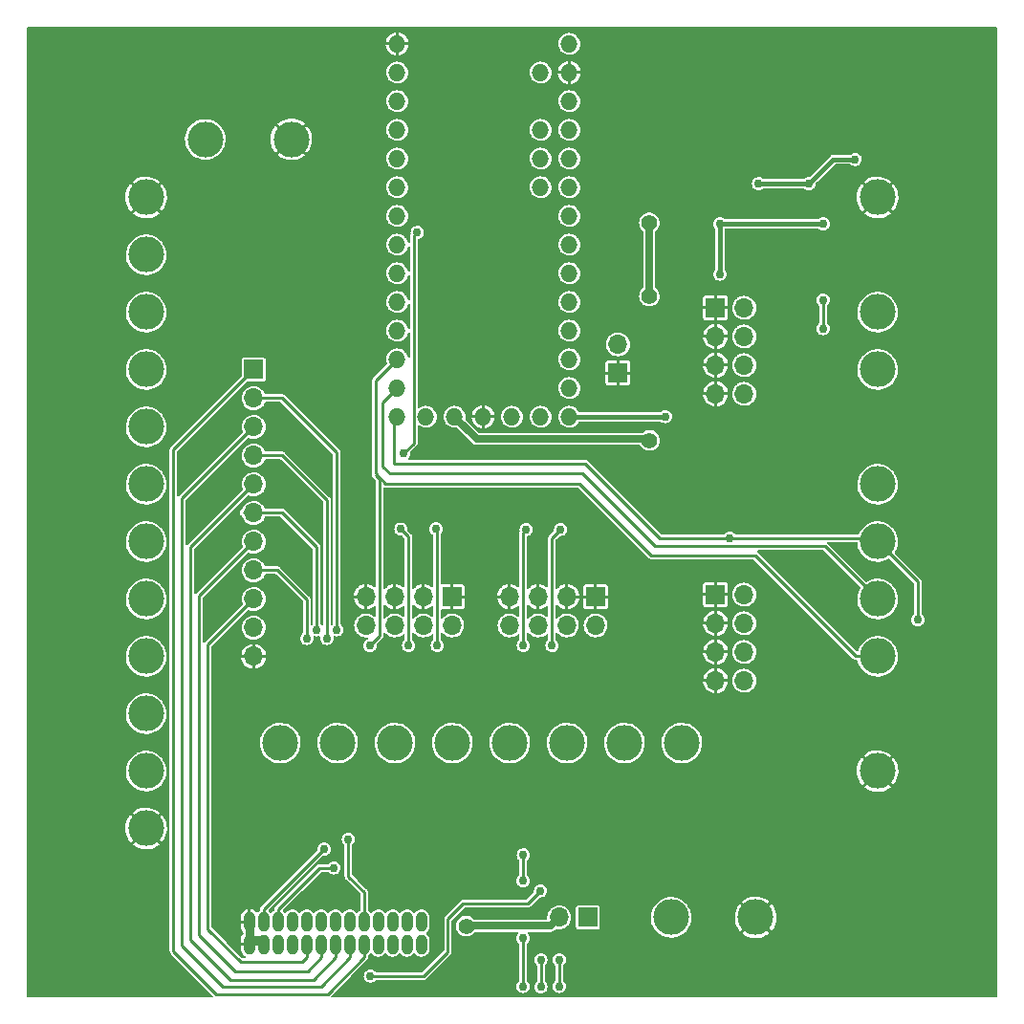
<source format=gbr>
G04 #@! TF.GenerationSoftware,KiCad,Pcbnew,(6.0.1)*
G04 #@! TF.CreationDate,2022-10-16T00:11:51-04:00*
G04 #@! TF.ProjectId,Teensy-Breakout-v6,5465656e-7379-42d4-9272-65616b6f7574,rev?*
G04 #@! TF.SameCoordinates,Original*
G04 #@! TF.FileFunction,Copper,L2,Bot*
G04 #@! TF.FilePolarity,Positive*
%FSLAX46Y46*%
G04 Gerber Fmt 4.6, Leading zero omitted, Abs format (unit mm)*
G04 Created by KiCad (PCBNEW (6.0.1)) date 2022-10-16 00:11:51*
%MOMM*%
%LPD*%
G01*
G04 APERTURE LIST*
G04 #@! TA.AperFunction,ComponentPad*
%ADD10C,6.985000*%
G04 #@! TD*
G04 #@! TA.AperFunction,ComponentPad*
%ADD11C,3.175000*%
G04 #@! TD*
G04 #@! TA.AperFunction,ComponentPad*
%ADD12O,1.524000X1.524000*%
G04 #@! TD*
G04 #@! TA.AperFunction,ComponentPad*
%ADD13O,1.016000X1.778000*%
G04 #@! TD*
G04 #@! TA.AperFunction,ComponentPad*
%ADD14R,1.700000X1.700000*%
G04 #@! TD*
G04 #@! TA.AperFunction,ComponentPad*
%ADD15O,1.700000X1.700000*%
G04 #@! TD*
G04 #@! TA.AperFunction,ViaPad*
%ADD16C,0.762000*%
G04 #@! TD*
G04 #@! TA.AperFunction,ViaPad*
%ADD17C,1.397000*%
G04 #@! TD*
G04 #@! TA.AperFunction,Conductor*
%ADD18C,0.254000*%
G04 #@! TD*
G04 #@! TA.AperFunction,Conductor*
%ADD19C,0.762000*%
G04 #@! TD*
G04 #@! TA.AperFunction,Conductor*
%ADD20C,0.381000*%
G04 #@! TD*
G04 #@! TA.AperFunction,Conductor*
%ADD21C,0.635000*%
G04 #@! TD*
G04 APERTURE END LIST*
D10*
X83185000Y-139065000D03*
D11*
X135382000Y-136842500D03*
X142875000Y-136842500D03*
D12*
X111125000Y-59499500D03*
X111125000Y-62039500D03*
X111125000Y-64579500D03*
X111125000Y-67119500D03*
X111125000Y-69659500D03*
X111125000Y-72199500D03*
X111125000Y-74739500D03*
X111125000Y-77279500D03*
X111125000Y-79819500D03*
X111125000Y-82359500D03*
X111125000Y-84899500D03*
X111125000Y-87439500D03*
X111125000Y-89979500D03*
X111125000Y-92519500D03*
X113665000Y-92519500D03*
X116205000Y-92519500D03*
X118745000Y-92519500D03*
X121285000Y-92519500D03*
X123825000Y-92519500D03*
X126365000Y-92519500D03*
X126365000Y-89979500D03*
X126365000Y-87439500D03*
X126365000Y-84899500D03*
X126365000Y-82359500D03*
X126365000Y-79819500D03*
X126365000Y-77279500D03*
X126365000Y-74739500D03*
X126365000Y-72199500D03*
X126365000Y-69659500D03*
X126365000Y-67119500D03*
X126365000Y-64579500D03*
X126365000Y-62039500D03*
X126365000Y-59499500D03*
X123825000Y-62039500D03*
X123825000Y-67119500D03*
X123825000Y-69659500D03*
X123825000Y-72199500D03*
D11*
X153670000Y-98488500D03*
X153670000Y-88328500D03*
X153670000Y-83248500D03*
X153670000Y-108648500D03*
X153670000Y-103568500D03*
X88900000Y-123888500D03*
X88900000Y-118808500D03*
X88900000Y-113728500D03*
X88900000Y-108648500D03*
X88900000Y-103568500D03*
X88900000Y-98488500D03*
X88900000Y-93408500D03*
X88900000Y-88328500D03*
X88900000Y-83248500D03*
X88900000Y-78168500D03*
D13*
X113284000Y-137248900D03*
X113284000Y-139230100D03*
X112014000Y-137248900D03*
X112014000Y-139230100D03*
X110744000Y-137248900D03*
X110744000Y-139230100D03*
X109474000Y-137248900D03*
X109474000Y-139230100D03*
X108204000Y-137248900D03*
X108204000Y-139230100D03*
X106934000Y-137248900D03*
X106934000Y-139230100D03*
X105664000Y-137248900D03*
X105664000Y-139230100D03*
X104394000Y-137248900D03*
X104394000Y-139230100D03*
X103124000Y-137248900D03*
X103124000Y-139230100D03*
X101854000Y-137248900D03*
X101854000Y-139230100D03*
X100584000Y-137248900D03*
X100584000Y-139230100D03*
X99314000Y-137248900D03*
X99314000Y-139230100D03*
X98044000Y-137248900D03*
X98044000Y-139230100D03*
D11*
X88900000Y-128968500D03*
X153670000Y-73088500D03*
X88900000Y-73088500D03*
D10*
X83185000Y-62865000D03*
X159385000Y-139065000D03*
X159385000Y-62865000D03*
D11*
X153670000Y-123888500D03*
X153670000Y-113728500D03*
D14*
X139319000Y-82867500D03*
D15*
X141859000Y-82867500D03*
X139319000Y-85407500D03*
X141859000Y-85407500D03*
X139319000Y-87947500D03*
X141859000Y-87947500D03*
X139319000Y-90487500D03*
X141859000Y-90487500D03*
D14*
X139319000Y-108267500D03*
D15*
X141859000Y-108267500D03*
X139319000Y-110807500D03*
X141859000Y-110807500D03*
X139319000Y-113347500D03*
X141859000Y-113347500D03*
X139319000Y-115887500D03*
X141859000Y-115887500D03*
D14*
X98425000Y-88328500D03*
D15*
X98425000Y-90868500D03*
X98425000Y-93408500D03*
X98425000Y-95948500D03*
X98425000Y-98488500D03*
X98425000Y-101028500D03*
X98425000Y-103568500D03*
X98425000Y-106108500D03*
X98425000Y-108648500D03*
X98425000Y-111188500D03*
X98425000Y-113728500D03*
D14*
X128016000Y-136842500D03*
D15*
X125476000Y-136842500D03*
D14*
X128704500Y-108453000D03*
D15*
X128704500Y-110993000D03*
X126164500Y-108453000D03*
X126164500Y-110993000D03*
X123624500Y-108453000D03*
X123624500Y-110993000D03*
X121084500Y-108453000D03*
X121084500Y-110993000D03*
D11*
X100787200Y-121412000D03*
X110947200Y-121412000D03*
X136347200Y-121412000D03*
X101750000Y-67945000D03*
X121107200Y-121412000D03*
X94130000Y-67945000D03*
D15*
X108384500Y-110993000D03*
X108384500Y-108453000D03*
X110924500Y-110993000D03*
X110924500Y-108453000D03*
X113464500Y-110993000D03*
X113464500Y-108453000D03*
X116004500Y-110993000D03*
D14*
X116004500Y-108453000D03*
D11*
X105867200Y-121412000D03*
X131267200Y-121412000D03*
X116027200Y-121412000D03*
X126187200Y-121412000D03*
D14*
X130683000Y-88646000D03*
D15*
X130683000Y-86106000D03*
D16*
X96139000Y-112268000D03*
X100838000Y-109855000D03*
X105283000Y-129921000D03*
X108204000Y-129921000D03*
X131191000Y-98425000D03*
X126492000Y-99236000D03*
X123444000Y-99236000D03*
X125603000Y-102489000D03*
X120396000Y-99236000D03*
X107569000Y-99314000D03*
X147193000Y-84709000D03*
X114427000Y-76962000D03*
X144145000Y-114681000D03*
X147193000Y-82169000D03*
X110617000Y-99314000D03*
X123698000Y-113665000D03*
X144145000Y-86614000D03*
X141097000Y-78486000D03*
X112903000Y-73914000D03*
X138303000Y-78486000D03*
X110236000Y-113665000D03*
X95377000Y-137287000D03*
X125984000Y-138557000D03*
X120777000Y-113665000D03*
X149225000Y-73279000D03*
X118110000Y-139319000D03*
X127508000Y-113665000D03*
D17*
X139192000Y-133286500D03*
D16*
X95377000Y-131064000D03*
X90424000Y-137287000D03*
X144145000Y-110871000D03*
X134874000Y-93853000D03*
X146431000Y-70866000D03*
X118110000Y-134239000D03*
X116078000Y-113665000D03*
X138303000Y-75438000D03*
X97663000Y-76962000D03*
X140589000Y-102108000D03*
X153035000Y-69723000D03*
X116713000Y-99236000D03*
X135128000Y-81788000D03*
X145034000Y-140462000D03*
X90424000Y-134112000D03*
X120777000Y-131318000D03*
X156083000Y-109347000D03*
X143764000Y-98933000D03*
X113411000Y-113665000D03*
X135255000Y-75311000D03*
X90424000Y-131064000D03*
X144145000Y-91948000D03*
X113665000Y-99275000D03*
X127381000Y-140462000D03*
D17*
X139192000Y-130492500D03*
D16*
X134874000Y-91186000D03*
X97663000Y-74549000D03*
X131826000Y-75311000D03*
X95377000Y-134112000D03*
X138557000Y-63182500D03*
X147320000Y-62420500D03*
X144145000Y-89154000D03*
X147193000Y-77343000D03*
X144145000Y-108331000D03*
X131826000Y-81788000D03*
X142113000Y-71755000D03*
X123850400Y-140614400D03*
X123850400Y-143002000D03*
X139700000Y-75438000D03*
X125476000Y-142951200D03*
X139700000Y-79883000D03*
X148844000Y-75438000D03*
X125476000Y-140614400D03*
X148844000Y-84709000D03*
X148844000Y-82169000D03*
D17*
X133451600Y-75336400D03*
X133477000Y-94615000D03*
X133451600Y-81838800D03*
D16*
X157226000Y-110490000D03*
X140589000Y-103251000D03*
X134874000Y-92506800D03*
X105791000Y-111379000D03*
X104902000Y-112141000D03*
X103124000Y-112141000D03*
X104013000Y-111379000D03*
X106807000Y-129921000D03*
X108712000Y-112776000D03*
X124841000Y-112776000D03*
X105537000Y-132461000D03*
X122555000Y-102489000D03*
X122275600Y-142951200D03*
X122301000Y-131318000D03*
X122275600Y-133604000D03*
X122275600Y-138684000D03*
X122301000Y-112776000D03*
X123825000Y-134493000D03*
X108762800Y-142036800D03*
X114554000Y-102450000D03*
X114681000Y-112776000D03*
X104648000Y-130810000D03*
D17*
X117246400Y-137617200D03*
D16*
X112141000Y-112776000D03*
X111455200Y-102463600D03*
X111709200Y-95758000D03*
X112903000Y-76200000D03*
X143129000Y-71882000D03*
X147574000Y-71882000D03*
X151688292Y-69723000D03*
D18*
X106807000Y-133224500D02*
X106807000Y-129921000D01*
X108204000Y-134621500D02*
X106807000Y-133224500D01*
X108204000Y-137604500D02*
X108204000Y-134621500D01*
X124841000Y-103251000D02*
X124841000Y-112776000D01*
X125603000Y-102489000D02*
X124841000Y-103251000D01*
X122301000Y-102743000D02*
X122301000Y-112776000D01*
X122555000Y-102489000D02*
X122301000Y-102743000D01*
X112141000Y-103149400D02*
X112141000Y-112776000D01*
X111455200Y-102463600D02*
X112141000Y-103149400D01*
X114681000Y-102489000D02*
X114681000Y-112776000D01*
D19*
X99314000Y-138874500D02*
X98044000Y-138874500D01*
X98044000Y-137604500D02*
X98044000Y-138874500D01*
D18*
X123850400Y-143002000D02*
X123850400Y-140614400D01*
D20*
X139700000Y-79883000D02*
X139700000Y-75438000D01*
D18*
X125476000Y-142951200D02*
X125476000Y-140614400D01*
X148844000Y-82169000D02*
X148844000Y-84709000D01*
D20*
X139700000Y-75438000D02*
X148844000Y-75438000D01*
D21*
X133477000Y-94488000D02*
X118173500Y-94488000D01*
X133451600Y-81838800D02*
X133451600Y-75336400D01*
X118173500Y-94488000D02*
X116205000Y-92519500D01*
D18*
X157226000Y-110490000D02*
X157226000Y-107124500D01*
X153352500Y-103251000D02*
X153670000Y-103568500D01*
X127740810Y-96647000D02*
X134344810Y-103251000D01*
X110845600Y-96621600D02*
X110871000Y-96647000D01*
X111125000Y-92519500D02*
X110845600Y-92798900D01*
X110871000Y-96647000D02*
X127740810Y-96647000D01*
X134344810Y-103251000D02*
X153352500Y-103251000D01*
X157226000Y-107124500D02*
X153670000Y-103568500D01*
X110845600Y-92798900D02*
X110845600Y-96621600D01*
D20*
X134861300Y-92519500D02*
X126365000Y-92519500D01*
X134874000Y-92506800D02*
X134861300Y-92519500D01*
D18*
X153670000Y-108648500D02*
X149021320Y-103999820D01*
X109855000Y-96901000D02*
X109855000Y-91249500D01*
X133971820Y-103999820D02*
X127508000Y-97536000D01*
X110490000Y-97536000D02*
X109855000Y-96901000D01*
X127508000Y-97536000D02*
X110490000Y-97536000D01*
X149021320Y-103999820D02*
X133971820Y-103999820D01*
X109855000Y-91249500D02*
X111125000Y-89979500D01*
X98425000Y-88328500D02*
X91313000Y-95440500D01*
X91313000Y-95440500D02*
X91313000Y-139827000D01*
X91313000Y-139827000D02*
X95123000Y-143637000D01*
X104965500Y-143637000D02*
X108204000Y-140398500D01*
X108204000Y-140398500D02*
X108204000Y-138874500D01*
X95123000Y-143637000D02*
X104965500Y-143637000D01*
X100965000Y-90868500D02*
X98425000Y-90868500D01*
X105791000Y-95694500D02*
X100965000Y-90868500D01*
X105791000Y-111379000D02*
X105791000Y-95694500D01*
X95707680Y-142951680D02*
X104380820Y-142951680D01*
X92075000Y-99758500D02*
X92075000Y-139319000D01*
X98425000Y-93408500D02*
X92075000Y-99758500D01*
X92075000Y-139319000D02*
X95707680Y-142951680D01*
X104380820Y-142951680D02*
X106934000Y-140398500D01*
X106934000Y-140398500D02*
X106934000Y-138874500D01*
X104902000Y-99885500D02*
X104902000Y-112141000D01*
X98425000Y-95948500D02*
X100965000Y-95948500D01*
X100965000Y-95948500D02*
X104902000Y-99885500D01*
X105664000Y-140398500D02*
X103695500Y-142367000D01*
X96361250Y-142367000D02*
X92837000Y-138842750D01*
X103695500Y-142367000D02*
X96361250Y-142367000D01*
X92837000Y-138842750D02*
X92837000Y-104076500D01*
X105664000Y-138874500D02*
X105664000Y-140398500D01*
X92837000Y-104076500D02*
X98425000Y-98488500D01*
X98425000Y-108648500D02*
X94361000Y-112712500D01*
X94361000Y-112712500D02*
X94361000Y-137870250D01*
X97270250Y-140779500D02*
X102743000Y-140779500D01*
X102743000Y-140779500D02*
X103124000Y-140398500D01*
X103124000Y-140398500D02*
X103124000Y-138874500D01*
X94361000Y-137870250D02*
X97270250Y-140779500D01*
X103124000Y-108712000D02*
X103124000Y-112141000D01*
X100520500Y-106108500D02*
X103124000Y-108712000D01*
X98425000Y-106108500D02*
X100520500Y-106108500D01*
X104394000Y-140398500D02*
X104394000Y-138874500D01*
X96774000Y-141605000D02*
X103187500Y-141605000D01*
X93599000Y-138430000D02*
X96774000Y-141605000D01*
X98425000Y-103568500D02*
X93599000Y-108394500D01*
X103187500Y-141605000D02*
X104394000Y-140398500D01*
X93599000Y-108394500D02*
X93599000Y-138430000D01*
X97536000Y-100965000D02*
X100901500Y-100965000D01*
X104013000Y-104076500D02*
X104013000Y-111379000D01*
X100901500Y-100965000D02*
X104013000Y-104076500D01*
X108712000Y-112776000D02*
X109601000Y-111887000D01*
X142811500Y-104775000D02*
X133604000Y-104775000D01*
X109601000Y-98044000D02*
X109220000Y-97663000D01*
X127254000Y-98425000D02*
X110109000Y-98425000D01*
X110109000Y-98425000D02*
X109220000Y-97536000D01*
X153670000Y-113728500D02*
X151765000Y-113728500D01*
X109601000Y-111887000D02*
X109601000Y-98044000D01*
X133604000Y-104775000D02*
X127254000Y-98425000D01*
X151765000Y-113728500D02*
X142811500Y-104775000D01*
X109220000Y-97536000D02*
X109220000Y-89344500D01*
X109220000Y-89344500D02*
X111125000Y-87439500D01*
X100584000Y-137604500D02*
X100584000Y-136144000D01*
X100584000Y-136144000D02*
X104267000Y-132461000D01*
X104267000Y-132461000D02*
X105537000Y-132461000D01*
X122275600Y-142951200D02*
X122275600Y-138684000D01*
X122275600Y-131343400D02*
X122301000Y-131318000D01*
X122275600Y-133604000D02*
X122275600Y-131343400D01*
X116967000Y-135636000D02*
X122682000Y-135636000D01*
X113487200Y-142036800D02*
X115620800Y-139903200D01*
X115620800Y-139903200D02*
X115620800Y-136982200D01*
X115620800Y-136982200D02*
X116967000Y-135636000D01*
X122682000Y-135636000D02*
X123825000Y-134493000D01*
X108762800Y-142036800D02*
X113487200Y-142036800D01*
X99314000Y-136144000D02*
X104648000Y-130810000D01*
X99314000Y-137604500D02*
X99314000Y-136144000D01*
D21*
X117246400Y-137604500D02*
X124714000Y-137604500D01*
X117246400Y-137617200D02*
X117246400Y-137604500D01*
X124714000Y-137604500D02*
X125476000Y-136842500D01*
D18*
X111709200Y-95758000D02*
X112598689Y-94868511D01*
X112598689Y-94868511D02*
X112598689Y-76504311D01*
X112598689Y-76504311D02*
X112903000Y-76200000D01*
D20*
X149606000Y-69850000D02*
X149733000Y-69723000D01*
X147574000Y-71882000D02*
X149606000Y-69850000D01*
X149733000Y-69723000D02*
X151688300Y-69723000D01*
X147574000Y-71882000D02*
X143129000Y-71882000D01*
G04 #@! TA.AperFunction,Conductor*
G36*
X164220331Y-58007413D02*
G01*
X164256876Y-58057713D01*
X164261800Y-58088800D01*
X164261800Y-143841200D01*
X164242587Y-143900331D01*
X164192287Y-143936876D01*
X164161200Y-143941800D01*
X105371250Y-143941800D01*
X105312119Y-143922587D01*
X105275574Y-143872287D01*
X105275574Y-143810113D01*
X105300115Y-143770065D01*
X107033381Y-142036800D01*
X108173055Y-142036800D01*
X108193150Y-142189437D01*
X108252066Y-142331672D01*
X108345787Y-142453813D01*
X108467927Y-142547534D01*
X108610163Y-142606450D01*
X108616699Y-142607310D01*
X108616701Y-142607311D01*
X108756260Y-142625684D01*
X108762800Y-142626545D01*
X108769340Y-142625684D01*
X108908899Y-142607311D01*
X108908901Y-142607310D01*
X108915437Y-142606450D01*
X109057673Y-142547534D01*
X109179813Y-142453813D01*
X109215842Y-142406859D01*
X109267081Y-142371643D01*
X109295653Y-142367500D01*
X113468367Y-142367500D01*
X113477135Y-142367883D01*
X113507699Y-142370557D01*
X113516467Y-142371324D01*
X113524969Y-142369046D01*
X113554592Y-142361109D01*
X113563158Y-142359209D01*
X113593387Y-142353879D01*
X113593389Y-142353878D01*
X113602051Y-142352351D01*
X113609669Y-142347953D01*
X113615243Y-142345924D01*
X113620618Y-142343417D01*
X113629116Y-142341140D01*
X113642638Y-142331672D01*
X113661458Y-142318495D01*
X113668857Y-142313781D01*
X113695425Y-142298441D01*
X113695426Y-142298440D01*
X113703049Y-142294039D01*
X113728432Y-142263789D01*
X113734361Y-142257319D01*
X115841319Y-140150361D01*
X115847789Y-140144432D01*
X115871297Y-140124706D01*
X115878039Y-140119049D01*
X115886921Y-140103666D01*
X115897781Y-140084857D01*
X115902495Y-140077458D01*
X115920091Y-140052327D01*
X115920091Y-140052326D01*
X115925140Y-140045116D01*
X115927417Y-140036618D01*
X115929924Y-140031243D01*
X115931953Y-140025669D01*
X115936351Y-140018051D01*
X115938008Y-140008657D01*
X115943209Y-139979158D01*
X115945109Y-139970592D01*
X115953046Y-139940969D01*
X115955324Y-139932467D01*
X115951883Y-139893135D01*
X115951500Y-139884367D01*
X115951500Y-137617200D01*
X116339230Y-137617200D01*
X116339781Y-137622442D01*
X116351430Y-137733270D01*
X116359054Y-137805811D01*
X116360683Y-137810824D01*
X116360683Y-137810825D01*
X116381687Y-137875469D01*
X116417659Y-137986179D01*
X116420295Y-137990744D01*
X116420296Y-137990747D01*
X116499586Y-138128081D01*
X116512484Y-138150421D01*
X116516015Y-138154342D01*
X116516016Y-138154344D01*
X116562281Y-138205726D01*
X116639385Y-138291359D01*
X116650190Y-138299209D01*
X116782074Y-138395028D01*
X116792815Y-138402832D01*
X116966069Y-138479970D01*
X116971219Y-138481065D01*
X116971220Y-138481065D01*
X117003871Y-138488005D01*
X117151575Y-138519400D01*
X117341225Y-138519400D01*
X117488929Y-138488005D01*
X117521580Y-138481065D01*
X117521581Y-138481065D01*
X117526731Y-138479970D01*
X117699985Y-138402832D01*
X117710727Y-138395028D01*
X117842610Y-138299209D01*
X117853415Y-138291359D01*
X117972604Y-138158986D01*
X118026448Y-138127898D01*
X118047364Y-138125700D01*
X121763004Y-138125700D01*
X121822135Y-138144913D01*
X121858680Y-138195213D01*
X121858680Y-138257387D01*
X121842817Y-138287539D01*
X121764866Y-138389128D01*
X121762345Y-138395215D01*
X121762343Y-138395218D01*
X121742055Y-138444199D01*
X121705950Y-138531363D01*
X121705090Y-138537899D01*
X121705089Y-138537901D01*
X121692013Y-138637222D01*
X121685855Y-138684000D01*
X121686716Y-138690540D01*
X121701415Y-138802187D01*
X121705950Y-138836637D01*
X121764866Y-138978872D01*
X121768878Y-138984100D01*
X121853761Y-139094723D01*
X121858587Y-139101013D01*
X121863821Y-139105029D01*
X121905541Y-139137042D01*
X121940757Y-139188281D01*
X121944900Y-139216853D01*
X121944900Y-142418347D01*
X121925687Y-142477478D01*
X121905541Y-142498158D01*
X121858587Y-142534187D01*
X121854574Y-142539417D01*
X121854573Y-142539418D01*
X121847253Y-142548958D01*
X121764866Y-142656328D01*
X121705950Y-142798563D01*
X121685855Y-142951200D01*
X121705950Y-143103837D01*
X121718678Y-143134565D01*
X121749477Y-143208919D01*
X121764866Y-143246072D01*
X121858587Y-143368213D01*
X121980727Y-143461934D01*
X122122963Y-143520850D01*
X122129499Y-143521710D01*
X122129501Y-143521711D01*
X122269060Y-143540084D01*
X122275600Y-143540945D01*
X122282140Y-143540084D01*
X122421699Y-143521711D01*
X122421701Y-143521710D01*
X122428237Y-143520850D01*
X122570473Y-143461934D01*
X122692613Y-143368213D01*
X122786334Y-143246072D01*
X122801724Y-143208919D01*
X122832522Y-143134565D01*
X122845250Y-143103837D01*
X122858657Y-143002000D01*
X123260655Y-143002000D01*
X123280750Y-143154637D01*
X123339666Y-143296872D01*
X123433387Y-143419013D01*
X123555527Y-143512734D01*
X123697763Y-143571650D01*
X123704299Y-143572510D01*
X123704301Y-143572511D01*
X123843860Y-143590884D01*
X123850400Y-143591745D01*
X123856940Y-143590884D01*
X123996499Y-143572511D01*
X123996501Y-143572510D01*
X124003037Y-143571650D01*
X124145273Y-143512734D01*
X124267413Y-143419013D01*
X124361134Y-143296872D01*
X124420050Y-143154637D01*
X124440145Y-143002000D01*
X124433457Y-142951200D01*
X124886255Y-142951200D01*
X124906350Y-143103837D01*
X124919078Y-143134565D01*
X124949877Y-143208919D01*
X124965266Y-143246072D01*
X125058987Y-143368213D01*
X125181127Y-143461934D01*
X125323363Y-143520850D01*
X125329899Y-143521710D01*
X125329901Y-143521711D01*
X125469460Y-143540084D01*
X125476000Y-143540945D01*
X125482540Y-143540084D01*
X125622099Y-143521711D01*
X125622101Y-143521710D01*
X125628637Y-143520850D01*
X125770873Y-143461934D01*
X125893013Y-143368213D01*
X125986734Y-143246072D01*
X126002124Y-143208919D01*
X126032922Y-143134565D01*
X126045650Y-143103837D01*
X126065745Y-142951200D01*
X126045650Y-142798563D01*
X125986734Y-142656328D01*
X125904347Y-142548958D01*
X125897027Y-142539418D01*
X125897026Y-142539417D01*
X125893013Y-142534187D01*
X125846059Y-142498158D01*
X125810843Y-142446919D01*
X125806700Y-142418347D01*
X125806700Y-141147253D01*
X125825913Y-141088122D01*
X125846059Y-141067442D01*
X125887779Y-141035429D01*
X125893013Y-141031413D01*
X125986734Y-140909272D01*
X126045650Y-140767037D01*
X126065745Y-140614400D01*
X126060264Y-140572765D01*
X126046511Y-140468301D01*
X126046510Y-140468299D01*
X126045650Y-140461763D01*
X125986734Y-140319528D01*
X125905185Y-140213250D01*
X125897027Y-140202618D01*
X125897026Y-140202617D01*
X125893013Y-140197387D01*
X125770873Y-140103666D01*
X125628637Y-140044750D01*
X125622101Y-140043890D01*
X125622099Y-140043889D01*
X125482540Y-140025516D01*
X125476000Y-140024655D01*
X125469460Y-140025516D01*
X125329901Y-140043889D01*
X125329899Y-140043890D01*
X125323363Y-140044750D01*
X125252359Y-140074161D01*
X125187218Y-140101143D01*
X125187215Y-140101145D01*
X125181128Y-140103666D01*
X125058987Y-140197387D01*
X124965266Y-140319528D01*
X124906350Y-140461763D01*
X124905490Y-140468299D01*
X124905489Y-140468301D01*
X124891736Y-140572765D01*
X124886255Y-140614400D01*
X124906350Y-140767037D01*
X124965266Y-140909272D01*
X125058987Y-141031413D01*
X125064221Y-141035429D01*
X125105941Y-141067442D01*
X125141157Y-141118681D01*
X125145300Y-141147253D01*
X125145300Y-142418347D01*
X125126087Y-142477478D01*
X125105941Y-142498158D01*
X125058987Y-142534187D01*
X125054974Y-142539417D01*
X125054973Y-142539418D01*
X125047653Y-142548958D01*
X124965266Y-142656328D01*
X124906350Y-142798563D01*
X124886255Y-142951200D01*
X124433457Y-142951200D01*
X124420050Y-142849363D01*
X124361134Y-142707128D01*
X124267413Y-142584987D01*
X124220459Y-142548958D01*
X124185243Y-142497719D01*
X124181100Y-142469147D01*
X124181100Y-141147253D01*
X124200313Y-141088122D01*
X124220459Y-141067442D01*
X124262179Y-141035429D01*
X124267413Y-141031413D01*
X124361134Y-140909272D01*
X124420050Y-140767037D01*
X124440145Y-140614400D01*
X124434664Y-140572765D01*
X124420911Y-140468301D01*
X124420910Y-140468299D01*
X124420050Y-140461763D01*
X124361134Y-140319528D01*
X124279585Y-140213250D01*
X124271427Y-140202618D01*
X124271426Y-140202617D01*
X124267413Y-140197387D01*
X124145273Y-140103666D01*
X124003037Y-140044750D01*
X123996501Y-140043890D01*
X123996499Y-140043889D01*
X123856940Y-140025516D01*
X123850400Y-140024655D01*
X123843860Y-140025516D01*
X123704301Y-140043889D01*
X123704299Y-140043890D01*
X123697763Y-140044750D01*
X123626759Y-140074161D01*
X123561618Y-140101143D01*
X123561615Y-140101145D01*
X123555528Y-140103666D01*
X123433387Y-140197387D01*
X123339666Y-140319528D01*
X123280750Y-140461763D01*
X123279890Y-140468299D01*
X123279889Y-140468301D01*
X123266136Y-140572765D01*
X123260655Y-140614400D01*
X123280750Y-140767037D01*
X123339666Y-140909272D01*
X123433387Y-141031413D01*
X123438621Y-141035429D01*
X123480341Y-141067442D01*
X123515557Y-141118681D01*
X123519700Y-141147253D01*
X123519700Y-142469147D01*
X123500487Y-142528278D01*
X123480341Y-142548958D01*
X123433387Y-142584987D01*
X123339666Y-142707128D01*
X123280750Y-142849363D01*
X123260655Y-143002000D01*
X122858657Y-143002000D01*
X122865345Y-142951200D01*
X122845250Y-142798563D01*
X122786334Y-142656328D01*
X122703947Y-142548958D01*
X122696627Y-142539418D01*
X122696626Y-142539417D01*
X122692613Y-142534187D01*
X122645659Y-142498158D01*
X122610443Y-142446919D01*
X122606300Y-142418347D01*
X122606300Y-139216853D01*
X122625513Y-139157722D01*
X122645659Y-139137042D01*
X122687379Y-139105029D01*
X122692613Y-139101013D01*
X122697440Y-139094723D01*
X122782322Y-138984100D01*
X122786334Y-138978872D01*
X122845250Y-138836637D01*
X122849786Y-138802187D01*
X122864484Y-138690540D01*
X122865345Y-138684000D01*
X122859187Y-138637222D01*
X122846111Y-138537901D01*
X122846110Y-138537899D01*
X122845250Y-138531363D01*
X122809145Y-138444199D01*
X122788857Y-138395218D01*
X122788855Y-138395215D01*
X122786334Y-138389128D01*
X122708384Y-138287540D01*
X122687630Y-138228933D01*
X122705289Y-138169319D01*
X122754615Y-138131470D01*
X122788196Y-138125700D01*
X124700199Y-138125700D01*
X124704411Y-138125788D01*
X124726171Y-138126700D01*
X124756662Y-138127978D01*
X124763510Y-138128265D01*
X124770181Y-138126700D01*
X124770184Y-138126700D01*
X124804470Y-138118658D01*
X124813789Y-138116931D01*
X124838068Y-138113605D01*
X124855479Y-138111220D01*
X124861770Y-138108498D01*
X124861776Y-138108496D01*
X124870081Y-138104902D01*
X124887057Y-138099288D01*
X124895859Y-138097223D01*
X124895863Y-138097222D01*
X124902537Y-138095656D01*
X124908542Y-138092355D01*
X124908544Y-138092354D01*
X124939400Y-138075391D01*
X124947909Y-138071222D01*
X124950876Y-138069938D01*
X124986534Y-138054507D01*
X124996058Y-138046795D01*
X124998894Y-138044498D01*
X125013737Y-138034524D01*
X125017706Y-138032342D01*
X125027674Y-138026862D01*
X125035364Y-138020224D01*
X125059282Y-137996306D01*
X125067107Y-137989260D01*
X125092185Y-137968952D01*
X125097510Y-137964640D01*
X125108735Y-137948845D01*
X125119602Y-137935986D01*
X125153000Y-137902588D01*
X125208398Y-137874362D01*
X125245104Y-137875450D01*
X125248639Y-137876599D01*
X125396542Y-137894235D01*
X125448936Y-137900483D01*
X125448937Y-137900483D01*
X125453826Y-137901066D01*
X125659858Y-137885212D01*
X125664599Y-137883888D01*
X125664601Y-137883888D01*
X125854145Y-137830967D01*
X125858887Y-137829643D01*
X126043332Y-137736473D01*
X126073934Y-137712564D01*
X126962300Y-137712564D01*
X126974119Y-137771980D01*
X127019140Y-137839360D01*
X127086520Y-137884381D01*
X127145936Y-137896200D01*
X128886064Y-137896200D01*
X128945480Y-137884381D01*
X129012860Y-137839360D01*
X129057881Y-137771980D01*
X129069700Y-137712564D01*
X129069700Y-136795480D01*
X133586393Y-136795480D01*
X133586572Y-136799210D01*
X133586572Y-136799215D01*
X133593046Y-136933987D01*
X133599166Y-137061405D01*
X133651105Y-137322520D01*
X133741069Y-137573090D01*
X133742835Y-137576376D01*
X133742836Y-137576379D01*
X133762127Y-137612281D01*
X133867081Y-137807610D01*
X134026373Y-138020928D01*
X134215446Y-138208359D01*
X134218459Y-138210569D01*
X134218460Y-138210569D01*
X134423834Y-138361154D01*
X134430147Y-138365783D01*
X134433445Y-138367518D01*
X134433448Y-138367520D01*
X134662452Y-138488005D01*
X134662456Y-138488007D01*
X134665758Y-138489744D01*
X134669285Y-138490976D01*
X134669288Y-138490977D01*
X134744563Y-138517264D01*
X134917103Y-138577518D01*
X135178662Y-138627177D01*
X135182392Y-138627324D01*
X135182396Y-138627324D01*
X135344243Y-138633683D01*
X135444687Y-138637629D01*
X135467538Y-138635126D01*
X135705623Y-138609052D01*
X135705628Y-138609051D01*
X135709336Y-138608645D01*
X135893601Y-138560132D01*
X135963182Y-138541813D01*
X135963186Y-138541812D01*
X135966793Y-138540862D01*
X136211403Y-138435769D01*
X136437793Y-138295675D01*
X136440930Y-138293020D01*
X136511907Y-138232933D01*
X141670096Y-138232933D01*
X141670503Y-138235503D01*
X141673129Y-138238754D01*
X141810670Y-138350730D01*
X141816464Y-138354802D01*
X142033790Y-138485643D01*
X142040121Y-138488869D01*
X142273706Y-138587780D01*
X142280420Y-138590079D01*
X142525617Y-138655091D01*
X142532588Y-138656421D01*
X142784509Y-138686237D01*
X142791581Y-138686570D01*
X143045183Y-138680594D01*
X143052253Y-138679926D01*
X143302485Y-138638276D01*
X143309378Y-138636621D01*
X143551232Y-138560132D01*
X143557848Y-138557513D01*
X143786513Y-138447710D01*
X143792670Y-138444199D01*
X144003602Y-138303257D01*
X144009195Y-138298919D01*
X144072562Y-138242163D01*
X144079369Y-138230445D01*
X144078974Y-138226597D01*
X144077846Y-138224951D01*
X142886268Y-137033373D01*
X142874189Y-137027218D01*
X142869077Y-137028028D01*
X141676251Y-138220854D01*
X141670096Y-138232933D01*
X136511907Y-138232933D01*
X136638134Y-138126074D01*
X136640989Y-138123657D01*
X136708731Y-138046412D01*
X136814063Y-137926304D01*
X136814065Y-137926302D01*
X136816527Y-137923494D01*
X136818545Y-137920356D01*
X136818550Y-137920350D01*
X136958527Y-137702733D01*
X136958530Y-137702728D01*
X136960552Y-137699584D01*
X137069897Y-137456844D01*
X137142163Y-137200609D01*
X137154744Y-137101719D01*
X137175443Y-136939009D01*
X137175443Y-136939003D01*
X137175761Y-136936507D01*
X137178223Y-136842500D01*
X137174178Y-136788062D01*
X141029847Y-136788062D01*
X141039805Y-137041530D01*
X141040585Y-137048596D01*
X141086160Y-137298139D01*
X141087922Y-137305000D01*
X141168203Y-137545635D01*
X141170922Y-137552197D01*
X141284302Y-137779106D01*
X141287920Y-137785224D01*
X141432147Y-137993903D01*
X141436575Y-137999431D01*
X141474703Y-138040677D01*
X141486527Y-138047299D01*
X141490787Y-138046795D01*
X141491820Y-138046075D01*
X142684127Y-136853768D01*
X142689455Y-136843311D01*
X143059718Y-136843311D01*
X143060528Y-136848423D01*
X144252835Y-138040730D01*
X144264914Y-138046885D01*
X144267900Y-138046412D01*
X144270607Y-138044260D01*
X144366320Y-137930396D01*
X144370492Y-137924653D01*
X144504729Y-137709413D01*
X144508050Y-137703142D01*
X144610620Y-137471131D01*
X144613024Y-137464454D01*
X144681881Y-137220305D01*
X144683317Y-137213369D01*
X144717219Y-136960972D01*
X144717642Y-136955847D01*
X144721123Y-136845077D01*
X144721022Y-136839934D01*
X144703037Y-136585915D01*
X144702038Y-136578894D01*
X144648645Y-136330895D01*
X144646668Y-136324092D01*
X144558869Y-136086103D01*
X144555946Y-136079629D01*
X144435490Y-135856383D01*
X144431689Y-135850393D01*
X144280982Y-135646352D01*
X144277245Y-135641977D01*
X144265490Y-135635871D01*
X144260481Y-135636624D01*
X143065873Y-136831232D01*
X143059718Y-136843311D01*
X142689455Y-136843311D01*
X142690282Y-136841689D01*
X142689472Y-136836577D01*
X141495802Y-135642907D01*
X141483723Y-135636752D01*
X141481573Y-135637093D01*
X141477781Y-135640205D01*
X141350239Y-135801990D01*
X141346257Y-135807851D01*
X141218841Y-136027213D01*
X141215726Y-136033571D01*
X141120490Y-136268697D01*
X141118299Y-136275444D01*
X141057144Y-136521632D01*
X141055924Y-136528622D01*
X141030069Y-136780975D01*
X141029847Y-136788062D01*
X137174178Y-136788062D01*
X137158493Y-136577001D01*
X137157668Y-136573354D01*
X137100563Y-136320984D01*
X137100562Y-136320980D01*
X137099737Y-136317335D01*
X137094299Y-136303350D01*
X137053609Y-136198718D01*
X137003244Y-136069206D01*
X136926705Y-135935291D01*
X136872990Y-135841308D01*
X136872987Y-135841303D01*
X136871136Y-135838065D01*
X136847318Y-135807851D01*
X136715157Y-135640205D01*
X136706315Y-135628989D01*
X136703595Y-135626430D01*
X136703592Y-135626427D01*
X136524834Y-135458270D01*
X136519422Y-135453179D01*
X141669447Y-135453179D01*
X141670074Y-135457845D01*
X141670375Y-135458270D01*
X142863732Y-136651627D01*
X142875811Y-136657782D01*
X142880923Y-136656972D01*
X144075765Y-135462130D01*
X144081920Y-135450051D01*
X144081646Y-135448321D01*
X144078044Y-135444001D01*
X143891437Y-135301588D01*
X143885505Y-135297691D01*
X143664184Y-135173746D01*
X143657752Y-135170719D01*
X143421186Y-135079198D01*
X143414386Y-135077106D01*
X143167279Y-135019830D01*
X143160261Y-135018719D01*
X142907546Y-134996831D01*
X142900442Y-134996720D01*
X142647165Y-135010658D01*
X142640116Y-135011549D01*
X142391325Y-135061036D01*
X142384480Y-135062909D01*
X142145141Y-135146959D01*
X142138629Y-135149777D01*
X141913521Y-135266711D01*
X141907463Y-135270423D01*
X141701075Y-135417910D01*
X141695614Y-135422428D01*
X141675884Y-135441250D01*
X141669447Y-135453179D01*
X136519422Y-135453179D01*
X136512400Y-135446573D01*
X136509343Y-135444453D01*
X136509339Y-135444449D01*
X136354029Y-135336707D01*
X136293652Y-135294822D01*
X136054877Y-135177071D01*
X136051325Y-135175934D01*
X136051320Y-135175932D01*
X135928098Y-135136489D01*
X135801320Y-135095907D01*
X135538551Y-135053112D01*
X135534809Y-135053063D01*
X135515700Y-135052813D01*
X135272343Y-135049627D01*
X135176653Y-135062650D01*
X135012246Y-135085025D01*
X135012244Y-135085025D01*
X135008544Y-135085529D01*
X135004961Y-135086573D01*
X135004958Y-135086574D01*
X134868315Y-135126402D01*
X134752949Y-135160028D01*
X134749567Y-135161587D01*
X134749562Y-135161589D01*
X134712394Y-135178724D01*
X134511174Y-135271488D01*
X134508053Y-135273534D01*
X134508048Y-135273537D01*
X134354269Y-135374359D01*
X134288529Y-135417460D01*
X134089905Y-135594739D01*
X133919667Y-135799428D01*
X133917732Y-135802617D01*
X133917729Y-135802621D01*
X133783490Y-136023841D01*
X133781554Y-136027032D01*
X133780114Y-136030467D01*
X133780110Y-136030474D01*
X133722561Y-136167714D01*
X133678599Y-136272550D01*
X133647972Y-136393144D01*
X133615341Y-136521632D01*
X133613066Y-136530589D01*
X133612692Y-136534300D01*
X133612692Y-136534302D01*
X133587362Y-136785859D01*
X133586393Y-136795480D01*
X129069700Y-136795480D01*
X129069700Y-135972436D01*
X129057881Y-135913020D01*
X129012860Y-135845640D01*
X128945480Y-135800619D01*
X128886064Y-135788800D01*
X127145936Y-135788800D01*
X127086520Y-135800619D01*
X127019140Y-135845640D01*
X126974119Y-135913020D01*
X126962300Y-135972436D01*
X126962300Y-137712564D01*
X126073934Y-137712564D01*
X126206168Y-137609252D01*
X126240420Y-137569571D01*
X126261080Y-137545635D01*
X126341191Y-137452825D01*
X126425168Y-137305000D01*
X126440830Y-137277430D01*
X126440831Y-137277428D01*
X126443260Y-137273152D01*
X126504281Y-137089715D01*
X126506932Y-137081747D01*
X126506932Y-137081745D01*
X126508486Y-137077075D01*
X126509103Y-137072192D01*
X126534034Y-136874843D01*
X126534034Y-136874840D01*
X126534385Y-136872063D01*
X126534641Y-136853768D01*
X126534759Y-136845314D01*
X126534759Y-136845308D01*
X126534798Y-136842500D01*
X126534218Y-136836577D01*
X126519964Y-136691217D01*
X126514633Y-136636845D01*
X126513211Y-136632135D01*
X126513210Y-136632130D01*
X126456331Y-136443738D01*
X126456329Y-136443734D01*
X126454907Y-136439023D01*
X126357895Y-136256570D01*
X126227292Y-136096435D01*
X126106086Y-135996165D01*
X126071857Y-135967848D01*
X126071856Y-135967847D01*
X126068072Y-135964717D01*
X125886301Y-135866433D01*
X125881601Y-135864978D01*
X125881596Y-135864976D01*
X125693602Y-135806783D01*
X125693600Y-135806783D01*
X125688901Y-135805328D01*
X125483392Y-135783728D01*
X125478491Y-135784174D01*
X125478488Y-135784174D01*
X125282499Y-135802010D01*
X125282496Y-135802010D01*
X125277601Y-135802456D01*
X125272887Y-135803843D01*
X125272884Y-135803844D01*
X125156613Y-135838065D01*
X125079367Y-135860800D01*
X125075007Y-135863079D01*
X125075003Y-135863081D01*
X124950536Y-135928151D01*
X124896241Y-135956536D01*
X124892402Y-135959623D01*
X124892400Y-135959624D01*
X124805929Y-136029149D01*
X124735198Y-136086018D01*
X124732037Y-136089785D01*
X124732036Y-136089786D01*
X124707043Y-136119572D01*
X124602371Y-136244314D01*
X124502821Y-136425395D01*
X124501333Y-136430085D01*
X124501332Y-136430088D01*
X124455886Y-136573354D01*
X124440339Y-136622364D01*
X124439790Y-136627255D01*
X124439790Y-136627257D01*
X124417980Y-136821703D01*
X124417305Y-136827717D01*
X124423899Y-136906242D01*
X124429612Y-136974282D01*
X124415415Y-137034814D01*
X124368349Y-137075440D01*
X124329365Y-137083300D01*
X118024495Y-137083300D01*
X117965364Y-137064087D01*
X117949735Y-137050015D01*
X117905631Y-137001033D01*
X117853415Y-136943041D01*
X117715032Y-136842500D01*
X117704255Y-136834670D01*
X117704253Y-136834669D01*
X117699985Y-136831568D01*
X117526731Y-136754430D01*
X117521581Y-136753335D01*
X117521580Y-136753335D01*
X117463396Y-136740968D01*
X117341225Y-136715000D01*
X117151575Y-136715000D01*
X117029404Y-136740968D01*
X116971220Y-136753335D01*
X116971219Y-136753335D01*
X116966069Y-136754430D01*
X116792815Y-136831568D01*
X116788547Y-136834669D01*
X116788545Y-136834670D01*
X116761177Y-136854554D01*
X116639385Y-136943041D01*
X116611256Y-136974282D01*
X116520173Y-137075440D01*
X116512484Y-137083979D01*
X116509846Y-137088547D01*
X116509846Y-137088548D01*
X116437781Y-137213369D01*
X116417659Y-137248221D01*
X116359054Y-137428589D01*
X116339230Y-137617200D01*
X115951500Y-137617200D01*
X115951500Y-137160850D01*
X115970713Y-137101719D01*
X115980965Y-137089715D01*
X117074515Y-135996165D01*
X117129913Y-135967939D01*
X117145650Y-135966700D01*
X122663167Y-135966700D01*
X122671935Y-135967083D01*
X122702499Y-135969757D01*
X122711267Y-135970524D01*
X122722232Y-135967586D01*
X122749392Y-135960309D01*
X122757958Y-135958409D01*
X122788187Y-135953079D01*
X122788189Y-135953078D01*
X122796851Y-135951551D01*
X122804469Y-135947153D01*
X122810043Y-135945124D01*
X122815418Y-135942617D01*
X122823916Y-135940340D01*
X122831127Y-135935291D01*
X122856258Y-135917695D01*
X122863657Y-135912981D01*
X122890225Y-135897641D01*
X122890226Y-135897640D01*
X122897849Y-135893239D01*
X122923232Y-135862989D01*
X122929161Y-135856519D01*
X123682056Y-135103624D01*
X123737454Y-135075398D01*
X123766322Y-135075020D01*
X123818460Y-135081884D01*
X123825000Y-135082745D01*
X123831540Y-135081884D01*
X123971099Y-135063511D01*
X123971101Y-135063510D01*
X123977637Y-135062650D01*
X124119873Y-135003734D01*
X124242013Y-134910013D01*
X124335734Y-134787872D01*
X124394650Y-134645637D01*
X124400545Y-134600864D01*
X124413884Y-134499540D01*
X124414745Y-134493000D01*
X124408247Y-134443643D01*
X124395511Y-134346901D01*
X124395510Y-134346899D01*
X124394650Y-134340363D01*
X124335734Y-134198128D01*
X124242013Y-134075987D01*
X124119873Y-133982266D01*
X123977637Y-133923350D01*
X123971101Y-133922490D01*
X123971099Y-133922489D01*
X123831540Y-133904116D01*
X123825000Y-133903255D01*
X123818460Y-133904116D01*
X123678901Y-133922489D01*
X123678899Y-133922490D01*
X123672363Y-133923350D01*
X123590326Y-133957331D01*
X123536218Y-133979743D01*
X123536215Y-133979745D01*
X123530128Y-133982266D01*
X123407987Y-134075987D01*
X123314266Y-134198128D01*
X123255350Y-134340363D01*
X123254490Y-134346899D01*
X123254489Y-134346901D01*
X123241753Y-134443643D01*
X123235255Y-134493000D01*
X123236116Y-134499540D01*
X123242980Y-134551678D01*
X123231650Y-134612811D01*
X123214376Y-134635944D01*
X122574485Y-135275835D01*
X122519087Y-135304061D01*
X122503350Y-135305300D01*
X116985833Y-135305300D01*
X116977065Y-135304917D01*
X116946501Y-135302243D01*
X116937733Y-135301476D01*
X116899603Y-135311692D01*
X116891045Y-135313590D01*
X116852149Y-135320449D01*
X116844527Y-135324850D01*
X116838954Y-135326878D01*
X116833583Y-135329382D01*
X116825083Y-135331660D01*
X116792736Y-135354310D01*
X116785341Y-135359021D01*
X116758774Y-135374359D01*
X116758771Y-135374362D01*
X116751151Y-135378761D01*
X116745494Y-135385503D01*
X116725768Y-135409011D01*
X116719839Y-135415481D01*
X115400281Y-136735039D01*
X115393811Y-136740968D01*
X115363561Y-136766351D01*
X115359160Y-136773974D01*
X115359159Y-136773975D01*
X115343819Y-136800543D01*
X115339105Y-136807942D01*
X115328682Y-136822829D01*
X115316460Y-136840284D01*
X115314183Y-136848782D01*
X115311676Y-136854157D01*
X115309647Y-136859731D01*
X115305249Y-136867349D01*
X115303722Y-136876011D01*
X115303721Y-136876013D01*
X115298391Y-136906242D01*
X115296491Y-136914808D01*
X115286276Y-136952933D01*
X115287043Y-136961701D01*
X115289717Y-136992265D01*
X115290100Y-137001033D01*
X115290100Y-139724550D01*
X115270887Y-139783681D01*
X115260635Y-139795685D01*
X113379685Y-141676635D01*
X113324287Y-141704861D01*
X113308550Y-141706100D01*
X109295653Y-141706100D01*
X109236522Y-141686887D01*
X109215842Y-141666741D01*
X109183830Y-141625022D01*
X109179813Y-141619787D01*
X109057673Y-141526066D01*
X108915437Y-141467150D01*
X108908901Y-141466290D01*
X108908899Y-141466289D01*
X108769340Y-141447916D01*
X108762800Y-141447055D01*
X108756260Y-141447916D01*
X108616701Y-141466289D01*
X108616699Y-141466290D01*
X108610163Y-141467150D01*
X108528126Y-141501131D01*
X108474018Y-141523543D01*
X108474015Y-141523545D01*
X108467928Y-141526066D01*
X108345787Y-141619787D01*
X108252066Y-141741928D01*
X108193150Y-141884163D01*
X108192290Y-141890699D01*
X108192289Y-141890701D01*
X108182272Y-141966787D01*
X108173055Y-142036800D01*
X107033381Y-142036800D01*
X108424525Y-140645656D01*
X108430995Y-140639727D01*
X108454499Y-140620005D01*
X108454500Y-140620004D01*
X108461239Y-140614349D01*
X108480979Y-140580159D01*
X108485689Y-140572765D01*
X108503293Y-140547624D01*
X108503293Y-140547623D01*
X108508340Y-140540416D01*
X108510617Y-140531919D01*
X108513124Y-140526543D01*
X108515153Y-140520969D01*
X108519551Y-140513351D01*
X108526409Y-140474458D01*
X108528309Y-140465892D01*
X108536246Y-140436269D01*
X108538524Y-140427767D01*
X108535083Y-140388435D01*
X108534700Y-140379667D01*
X108534700Y-140302645D01*
X108553913Y-140243514D01*
X108589160Y-140213250D01*
X108601587Y-140206836D01*
X108606973Y-140204056D01*
X108675322Y-140144432D01*
X108732211Y-140094805D01*
X108732213Y-140094803D01*
X108736781Y-140090818D01*
X108756337Y-140062993D01*
X108806054Y-140025662D01*
X108868221Y-140024685D01*
X108921549Y-140063858D01*
X108936225Y-140085212D01*
X109064840Y-140199804D01*
X109070200Y-140202642D01*
X109143324Y-140241359D01*
X109217076Y-140280409D01*
X109384145Y-140322374D01*
X109390202Y-140322406D01*
X109390204Y-140322406D01*
X109474306Y-140322846D01*
X109556402Y-140323276D01*
X109562299Y-140321860D01*
X109562301Y-140321860D01*
X109718003Y-140284479D01*
X109723901Y-140283063D01*
X109729287Y-140280283D01*
X109729290Y-140280282D01*
X109871587Y-140206836D01*
X109876973Y-140204056D01*
X109945322Y-140144432D01*
X110002211Y-140094805D01*
X110002213Y-140094803D01*
X110006781Y-140090818D01*
X110026337Y-140062993D01*
X110076054Y-140025662D01*
X110138221Y-140024685D01*
X110191549Y-140063858D01*
X110206225Y-140085212D01*
X110334840Y-140199804D01*
X110340200Y-140202642D01*
X110413324Y-140241359D01*
X110487076Y-140280409D01*
X110654145Y-140322374D01*
X110660202Y-140322406D01*
X110660204Y-140322406D01*
X110744306Y-140322846D01*
X110826402Y-140323276D01*
X110832299Y-140321860D01*
X110832301Y-140321860D01*
X110988003Y-140284479D01*
X110993901Y-140283063D01*
X110999287Y-140280283D01*
X110999290Y-140280282D01*
X111141587Y-140206836D01*
X111146973Y-140204056D01*
X111215322Y-140144432D01*
X111272211Y-140094805D01*
X111272213Y-140094803D01*
X111276781Y-140090818D01*
X111296337Y-140062993D01*
X111346054Y-140025662D01*
X111408221Y-140024685D01*
X111461549Y-140063858D01*
X111476225Y-140085212D01*
X111604840Y-140199804D01*
X111610200Y-140202642D01*
X111683324Y-140241359D01*
X111757076Y-140280409D01*
X111924145Y-140322374D01*
X111930202Y-140322406D01*
X111930204Y-140322406D01*
X112014306Y-140322846D01*
X112096402Y-140323276D01*
X112102299Y-140321860D01*
X112102301Y-140321860D01*
X112258003Y-140284479D01*
X112263901Y-140283063D01*
X112269287Y-140280283D01*
X112269290Y-140280282D01*
X112411587Y-140206836D01*
X112416973Y-140204056D01*
X112485322Y-140144432D01*
X112542211Y-140094805D01*
X112542213Y-140094803D01*
X112546781Y-140090818D01*
X112566337Y-140062993D01*
X112616054Y-140025662D01*
X112678221Y-140024685D01*
X112731549Y-140063858D01*
X112746225Y-140085212D01*
X112874840Y-140199804D01*
X112880200Y-140202642D01*
X112953324Y-140241359D01*
X113027076Y-140280409D01*
X113194145Y-140322374D01*
X113200202Y-140322406D01*
X113200204Y-140322406D01*
X113284306Y-140322846D01*
X113366402Y-140323276D01*
X113372299Y-140321860D01*
X113372301Y-140321860D01*
X113528003Y-140284479D01*
X113533901Y-140283063D01*
X113539287Y-140280283D01*
X113539290Y-140280282D01*
X113681587Y-140206836D01*
X113686973Y-140204056D01*
X113755322Y-140144432D01*
X113812211Y-140094805D01*
X113812213Y-140094803D01*
X113816781Y-140090818D01*
X113879724Y-140001258D01*
X113912342Y-139954848D01*
X113912344Y-139954844D01*
X113915830Y-139949884D01*
X113935809Y-139898642D01*
X113976198Y-139795048D01*
X113976198Y-139795047D01*
X113978403Y-139789392D01*
X113991486Y-139690020D01*
X113995271Y-139661275D01*
X113995271Y-139661268D01*
X113995700Y-139658013D01*
X113995700Y-138805907D01*
X113981739Y-138690540D01*
X113980961Y-138684111D01*
X113980961Y-138684109D01*
X113980232Y-138678089D01*
X113972045Y-138656421D01*
X113921488Y-138522627D01*
X113921487Y-138522626D01*
X113919343Y-138516951D01*
X113821775Y-138374988D01*
X113754008Y-138314609D01*
X113722639Y-138260929D01*
X113728814Y-138199062D01*
X113754798Y-138163689D01*
X113812211Y-138113605D01*
X113812213Y-138113603D01*
X113816781Y-138109618D01*
X113877264Y-138023558D01*
X113912342Y-137973648D01*
X113912344Y-137973644D01*
X113915830Y-137968684D01*
X113926250Y-137941960D01*
X113976198Y-137813848D01*
X113976198Y-137813847D01*
X113978403Y-137808192D01*
X113991408Y-137709413D01*
X113995271Y-137680075D01*
X113995271Y-137680068D01*
X113995700Y-137676813D01*
X113995700Y-136824707D01*
X113984849Y-136735039D01*
X113980961Y-136702911D01*
X113980961Y-136702909D01*
X113980232Y-136696889D01*
X113959395Y-136641744D01*
X113921488Y-136541427D01*
X113921487Y-136541426D01*
X113919343Y-136535751D01*
X113821775Y-136393788D01*
X113693160Y-136279196D01*
X113614699Y-136237653D01*
X113546286Y-136201430D01*
X113540924Y-136198591D01*
X113373855Y-136156626D01*
X113367798Y-136156594D01*
X113367796Y-136156594D01*
X113283694Y-136156154D01*
X113201598Y-136155724D01*
X113195701Y-136157140D01*
X113195699Y-136157140D01*
X113039997Y-136194521D01*
X113034099Y-136195937D01*
X113028713Y-136198717D01*
X113028710Y-136198718D01*
X112909438Y-136260280D01*
X112881027Y-136274944D01*
X112876462Y-136278926D01*
X112876461Y-136278927D01*
X112816889Y-136330895D01*
X112751219Y-136388182D01*
X112731663Y-136416007D01*
X112681946Y-136453338D01*
X112619779Y-136454315D01*
X112566451Y-136415142D01*
X112565548Y-136413828D01*
X112551775Y-136393788D01*
X112423160Y-136279196D01*
X112344699Y-136237653D01*
X112276286Y-136201430D01*
X112270924Y-136198591D01*
X112103855Y-136156626D01*
X112097798Y-136156594D01*
X112097796Y-136156594D01*
X112013694Y-136156154D01*
X111931598Y-136155724D01*
X111925701Y-136157140D01*
X111925699Y-136157140D01*
X111769997Y-136194521D01*
X111764099Y-136195937D01*
X111758713Y-136198717D01*
X111758710Y-136198718D01*
X111639438Y-136260280D01*
X111611027Y-136274944D01*
X111606462Y-136278926D01*
X111606461Y-136278927D01*
X111546889Y-136330895D01*
X111481219Y-136388182D01*
X111461663Y-136416007D01*
X111411946Y-136453338D01*
X111349779Y-136454315D01*
X111296451Y-136415142D01*
X111295548Y-136413828D01*
X111281775Y-136393788D01*
X111153160Y-136279196D01*
X111074699Y-136237653D01*
X111006286Y-136201430D01*
X111000924Y-136198591D01*
X110833855Y-136156626D01*
X110827798Y-136156594D01*
X110827796Y-136156594D01*
X110743694Y-136156154D01*
X110661598Y-136155724D01*
X110655701Y-136157140D01*
X110655699Y-136157140D01*
X110499997Y-136194521D01*
X110494099Y-136195937D01*
X110488713Y-136198717D01*
X110488710Y-136198718D01*
X110369438Y-136260280D01*
X110341027Y-136274944D01*
X110336462Y-136278926D01*
X110336461Y-136278927D01*
X110276889Y-136330895D01*
X110211219Y-136388182D01*
X110191663Y-136416007D01*
X110141946Y-136453338D01*
X110079779Y-136454315D01*
X110026451Y-136415142D01*
X110025548Y-136413828D01*
X110011775Y-136393788D01*
X109883160Y-136279196D01*
X109804699Y-136237653D01*
X109736286Y-136201430D01*
X109730924Y-136198591D01*
X109563855Y-136156626D01*
X109557798Y-136156594D01*
X109557796Y-136156594D01*
X109473694Y-136156154D01*
X109391598Y-136155724D01*
X109385701Y-136157140D01*
X109385699Y-136157140D01*
X109229997Y-136194521D01*
X109224099Y-136195937D01*
X109218713Y-136198717D01*
X109218710Y-136198718D01*
X109099438Y-136260280D01*
X109071027Y-136274944D01*
X109066462Y-136278926D01*
X109066461Y-136278927D01*
X109006889Y-136330895D01*
X108941219Y-136388182D01*
X108921663Y-136416007D01*
X108871946Y-136453338D01*
X108809779Y-136454315D01*
X108756451Y-136415142D01*
X108755548Y-136413828D01*
X108741775Y-136393788D01*
X108613160Y-136279196D01*
X108588226Y-136265994D01*
X108544958Y-136221345D01*
X108534700Y-136177087D01*
X108534700Y-134640325D01*
X108535083Y-134631558D01*
X108537756Y-134600998D01*
X108538523Y-134592233D01*
X108528307Y-134554103D01*
X108526408Y-134545537D01*
X108521079Y-134515314D01*
X108521079Y-134515313D01*
X108519551Y-134506649D01*
X108515152Y-134499030D01*
X108513124Y-134493457D01*
X108510617Y-134488081D01*
X108508340Y-134479583D01*
X108485690Y-134447236D01*
X108480979Y-134439841D01*
X108465641Y-134413274D01*
X108465638Y-134413271D01*
X108461239Y-134405651D01*
X108430989Y-134380268D01*
X108424519Y-134374339D01*
X107654180Y-133604000D01*
X121685855Y-133604000D01*
X121705950Y-133756637D01*
X121764866Y-133898872D01*
X121858587Y-134021013D01*
X121980727Y-134114734D01*
X122122963Y-134173650D01*
X122129499Y-134174510D01*
X122129501Y-134174511D01*
X122269060Y-134192884D01*
X122275600Y-134193745D01*
X122282140Y-134192884D01*
X122421699Y-134174511D01*
X122421701Y-134174510D01*
X122428237Y-134173650D01*
X122570473Y-134114734D01*
X122692613Y-134021013D01*
X122786334Y-133898872D01*
X122845250Y-133756637D01*
X122865345Y-133604000D01*
X122864484Y-133597460D01*
X122846111Y-133457901D01*
X122846110Y-133457899D01*
X122845250Y-133451363D01*
X122786334Y-133309128D01*
X122692613Y-133186987D01*
X122645659Y-133150958D01*
X122610443Y-133099719D01*
X122606300Y-133071147D01*
X122606300Y-131870343D01*
X122625513Y-131811212D01*
X122645659Y-131790532D01*
X122712779Y-131739029D01*
X122718013Y-131735013D01*
X122811734Y-131612872D01*
X122870650Y-131470637D01*
X122877235Y-131420624D01*
X122889884Y-131324540D01*
X122890745Y-131318000D01*
X122879295Y-131231029D01*
X122871511Y-131171901D01*
X122871510Y-131171899D01*
X122870650Y-131165363D01*
X122811734Y-131023128D01*
X122718013Y-130900987D01*
X122595873Y-130807266D01*
X122453637Y-130748350D01*
X122447101Y-130747490D01*
X122447099Y-130747489D01*
X122307540Y-130729116D01*
X122301000Y-130728255D01*
X122294460Y-130729116D01*
X122154901Y-130747489D01*
X122154899Y-130747490D01*
X122148363Y-130748350D01*
X122069320Y-130781091D01*
X122012218Y-130804743D01*
X122012215Y-130804745D01*
X122006128Y-130807266D01*
X121883987Y-130900987D01*
X121790266Y-131023128D01*
X121731350Y-131165363D01*
X121730490Y-131171899D01*
X121730489Y-131171901D01*
X121722705Y-131231029D01*
X121711255Y-131318000D01*
X121712116Y-131324540D01*
X121724766Y-131420624D01*
X121731350Y-131470637D01*
X121790266Y-131612872D01*
X121883987Y-131735013D01*
X121889221Y-131739029D01*
X121905541Y-131751552D01*
X121940757Y-131802791D01*
X121944900Y-131831363D01*
X121944900Y-133071147D01*
X121925687Y-133130278D01*
X121905541Y-133150958D01*
X121858587Y-133186987D01*
X121764866Y-133309128D01*
X121705950Y-133451363D01*
X121705090Y-133457899D01*
X121705089Y-133457901D01*
X121686716Y-133597460D01*
X121685855Y-133604000D01*
X107654180Y-133604000D01*
X107167165Y-133116985D01*
X107138939Y-133061587D01*
X107137700Y-133045850D01*
X107137700Y-130453853D01*
X107156913Y-130394722D01*
X107177059Y-130374042D01*
X107218779Y-130342029D01*
X107224013Y-130338013D01*
X107317734Y-130215872D01*
X107335369Y-130173299D01*
X107357486Y-130119903D01*
X107376650Y-130073637D01*
X107396745Y-129921000D01*
X107376650Y-129768363D01*
X107317734Y-129626128D01*
X107224013Y-129503987D01*
X107101873Y-129410266D01*
X106959637Y-129351350D01*
X106953101Y-129350490D01*
X106953099Y-129350489D01*
X106813540Y-129332116D01*
X106807000Y-129331255D01*
X106800460Y-129332116D01*
X106660901Y-129350489D01*
X106660899Y-129350490D01*
X106654363Y-129351350D01*
X106572326Y-129385331D01*
X106518218Y-129407743D01*
X106518215Y-129407745D01*
X106512128Y-129410266D01*
X106389987Y-129503987D01*
X106296266Y-129626128D01*
X106237350Y-129768363D01*
X106217255Y-129921000D01*
X106237350Y-130073637D01*
X106256514Y-130119903D01*
X106278632Y-130173299D01*
X106296266Y-130215872D01*
X106389987Y-130338013D01*
X106395221Y-130342029D01*
X106436941Y-130374042D01*
X106472157Y-130425281D01*
X106476300Y-130453853D01*
X106476300Y-133205667D01*
X106475917Y-133214435D01*
X106472476Y-133253767D01*
X106474754Y-133262269D01*
X106482691Y-133291892D01*
X106484591Y-133300458D01*
X106487194Y-133315218D01*
X106491449Y-133339351D01*
X106495847Y-133346969D01*
X106497876Y-133352543D01*
X106500383Y-133357918D01*
X106502660Y-133366416D01*
X106507709Y-133373626D01*
X106507709Y-133373627D01*
X106525305Y-133398758D01*
X106530019Y-133406157D01*
X106545359Y-133432725D01*
X106549761Y-133440349D01*
X106556503Y-133446006D01*
X106580011Y-133465732D01*
X106586481Y-133471661D01*
X107843835Y-134729015D01*
X107872061Y-134784413D01*
X107873300Y-134800150D01*
X107873300Y-136176355D01*
X107854087Y-136235486D01*
X107818840Y-136265750D01*
X107812350Y-136269100D01*
X107801027Y-136274944D01*
X107796462Y-136278926D01*
X107796461Y-136278927D01*
X107736889Y-136330895D01*
X107671219Y-136388182D01*
X107651663Y-136416007D01*
X107601946Y-136453338D01*
X107539779Y-136454315D01*
X107486451Y-136415142D01*
X107485548Y-136413828D01*
X107471775Y-136393788D01*
X107343160Y-136279196D01*
X107264699Y-136237653D01*
X107196286Y-136201430D01*
X107190924Y-136198591D01*
X107023855Y-136156626D01*
X107017798Y-136156594D01*
X107017796Y-136156594D01*
X106933694Y-136156154D01*
X106851598Y-136155724D01*
X106845701Y-136157140D01*
X106845699Y-136157140D01*
X106689997Y-136194521D01*
X106684099Y-136195937D01*
X106678713Y-136198717D01*
X106678710Y-136198718D01*
X106559438Y-136260280D01*
X106531027Y-136274944D01*
X106526462Y-136278926D01*
X106526461Y-136278927D01*
X106466889Y-136330895D01*
X106401219Y-136388182D01*
X106381663Y-136416007D01*
X106331946Y-136453338D01*
X106269779Y-136454315D01*
X106216451Y-136415142D01*
X106215548Y-136413828D01*
X106201775Y-136393788D01*
X106073160Y-136279196D01*
X105994699Y-136237653D01*
X105926286Y-136201430D01*
X105920924Y-136198591D01*
X105753855Y-136156626D01*
X105747798Y-136156594D01*
X105747796Y-136156594D01*
X105663694Y-136156154D01*
X105581598Y-136155724D01*
X105575701Y-136157140D01*
X105575699Y-136157140D01*
X105419997Y-136194521D01*
X105414099Y-136195937D01*
X105408713Y-136198717D01*
X105408710Y-136198718D01*
X105289438Y-136260280D01*
X105261027Y-136274944D01*
X105256462Y-136278926D01*
X105256461Y-136278927D01*
X105196889Y-136330895D01*
X105131219Y-136388182D01*
X105111663Y-136416007D01*
X105061946Y-136453338D01*
X104999779Y-136454315D01*
X104946451Y-136415142D01*
X104945548Y-136413828D01*
X104931775Y-136393788D01*
X104803160Y-136279196D01*
X104724699Y-136237653D01*
X104656286Y-136201430D01*
X104650924Y-136198591D01*
X104483855Y-136156626D01*
X104477798Y-136156594D01*
X104477796Y-136156594D01*
X104393694Y-136156154D01*
X104311598Y-136155724D01*
X104305701Y-136157140D01*
X104305699Y-136157140D01*
X104149997Y-136194521D01*
X104144099Y-136195937D01*
X104138713Y-136198717D01*
X104138710Y-136198718D01*
X104019438Y-136260280D01*
X103991027Y-136274944D01*
X103986462Y-136278926D01*
X103986461Y-136278927D01*
X103926889Y-136330895D01*
X103861219Y-136388182D01*
X103841663Y-136416007D01*
X103791946Y-136453338D01*
X103729779Y-136454315D01*
X103676451Y-136415142D01*
X103675548Y-136413828D01*
X103661775Y-136393788D01*
X103533160Y-136279196D01*
X103454699Y-136237653D01*
X103386286Y-136201430D01*
X103380924Y-136198591D01*
X103213855Y-136156626D01*
X103207798Y-136156594D01*
X103207796Y-136156594D01*
X103123694Y-136156154D01*
X103041598Y-136155724D01*
X103035701Y-136157140D01*
X103035699Y-136157140D01*
X102879997Y-136194521D01*
X102874099Y-136195937D01*
X102868713Y-136198717D01*
X102868710Y-136198718D01*
X102749438Y-136260280D01*
X102721027Y-136274944D01*
X102716462Y-136278926D01*
X102716461Y-136278927D01*
X102656889Y-136330895D01*
X102591219Y-136388182D01*
X102571663Y-136416007D01*
X102521946Y-136453338D01*
X102459779Y-136454315D01*
X102406451Y-136415142D01*
X102405548Y-136413828D01*
X102391775Y-136393788D01*
X102263160Y-136279196D01*
X102184699Y-136237653D01*
X102116286Y-136201430D01*
X102110924Y-136198591D01*
X101943855Y-136156626D01*
X101937798Y-136156594D01*
X101937796Y-136156594D01*
X101853694Y-136156154D01*
X101771598Y-136155724D01*
X101765701Y-136157140D01*
X101765699Y-136157140D01*
X101609997Y-136194521D01*
X101604099Y-136195937D01*
X101598713Y-136198717D01*
X101598710Y-136198718D01*
X101479438Y-136260280D01*
X101451027Y-136274944D01*
X101446462Y-136278926D01*
X101446461Y-136278927D01*
X101386889Y-136330895D01*
X101321219Y-136388182D01*
X101301663Y-136416007D01*
X101251946Y-136453338D01*
X101189779Y-136454315D01*
X101136451Y-136415142D01*
X101135548Y-136413828D01*
X101121775Y-136393788D01*
X101032179Y-136313960D01*
X101000810Y-136260280D01*
X101006985Y-136198413D01*
X101027966Y-136167714D01*
X102680367Y-134515314D01*
X104374516Y-132821165D01*
X104429914Y-132792939D01*
X104445651Y-132791700D01*
X105004147Y-132791700D01*
X105063278Y-132810913D01*
X105083958Y-132831059D01*
X105119987Y-132878013D01*
X105242127Y-132971734D01*
X105384363Y-133030650D01*
X105390899Y-133031510D01*
X105390901Y-133031511D01*
X105530460Y-133049884D01*
X105537000Y-133050745D01*
X105543540Y-133049884D01*
X105683099Y-133031511D01*
X105683101Y-133031510D01*
X105689637Y-133030650D01*
X105831873Y-132971734D01*
X105954013Y-132878013D01*
X106047734Y-132755872D01*
X106106650Y-132613637D01*
X106126745Y-132461000D01*
X106106650Y-132308363D01*
X106047734Y-132166128D01*
X105954013Y-132043987D01*
X105831873Y-131950266D01*
X105689637Y-131891350D01*
X105683101Y-131890490D01*
X105683099Y-131890489D01*
X105543540Y-131872116D01*
X105537000Y-131871255D01*
X105530460Y-131872116D01*
X105390901Y-131890489D01*
X105390899Y-131890490D01*
X105384363Y-131891350D01*
X105302326Y-131925331D01*
X105248218Y-131947743D01*
X105248215Y-131947745D01*
X105242128Y-131950266D01*
X105119987Y-132043987D01*
X105115971Y-132049221D01*
X105083958Y-132090941D01*
X105032719Y-132126157D01*
X105004147Y-132130300D01*
X104285833Y-132130300D01*
X104277065Y-132129917D01*
X104246501Y-132127243D01*
X104237733Y-132126476D01*
X104229231Y-132128754D01*
X104199608Y-132136691D01*
X104191042Y-132138591D01*
X104160813Y-132143921D01*
X104160811Y-132143922D01*
X104152149Y-132145449D01*
X104144531Y-132149847D01*
X104138957Y-132151876D01*
X104133581Y-132154383D01*
X104125084Y-132156660D01*
X104117877Y-132161707D01*
X104117876Y-132161707D01*
X104092735Y-132179311D01*
X104085333Y-132184026D01*
X104051151Y-132203761D01*
X104045496Y-132210500D01*
X104045495Y-132210501D01*
X104025773Y-132234005D01*
X104019844Y-132240475D01*
X100363481Y-135896839D01*
X100357011Y-135902768D01*
X100326761Y-135928151D01*
X100322360Y-135935774D01*
X100322359Y-135935775D01*
X100307019Y-135962343D01*
X100302305Y-135969742D01*
X100296956Y-135977382D01*
X100279660Y-136002084D01*
X100277383Y-136010582D01*
X100274876Y-136015957D01*
X100272847Y-136021531D01*
X100268449Y-136029149D01*
X100266922Y-136037811D01*
X100266921Y-136037813D01*
X100261591Y-136068042D01*
X100259691Y-136076608D01*
X100257170Y-136086018D01*
X100249476Y-136114733D01*
X100250243Y-136123501D01*
X100252917Y-136154065D01*
X100253300Y-136162833D01*
X100253300Y-136176355D01*
X100234087Y-136235486D01*
X100198840Y-136265750D01*
X100192350Y-136269100D01*
X100181027Y-136274944D01*
X100176462Y-136278926D01*
X100176461Y-136278927D01*
X100116889Y-136330895D01*
X100051219Y-136388182D01*
X100031663Y-136416007D01*
X99981946Y-136453338D01*
X99919779Y-136454315D01*
X99866451Y-136415142D01*
X99865548Y-136413828D01*
X99851775Y-136393788D01*
X99762179Y-136313960D01*
X99730810Y-136260280D01*
X99736985Y-136198413D01*
X99757966Y-136167714D01*
X104505056Y-131420624D01*
X104560454Y-131392398D01*
X104589322Y-131392020D01*
X104641460Y-131398884D01*
X104648000Y-131399745D01*
X104654540Y-131398884D01*
X104794099Y-131380511D01*
X104794101Y-131380510D01*
X104800637Y-131379650D01*
X104942873Y-131320734D01*
X105065013Y-131227013D01*
X105158734Y-131104872D01*
X105217650Y-130962637D01*
X105223545Y-130917864D01*
X105236884Y-130816540D01*
X105237745Y-130810000D01*
X105231725Y-130764276D01*
X105218511Y-130663901D01*
X105218510Y-130663899D01*
X105217650Y-130657363D01*
X105158734Y-130515128D01*
X105065013Y-130392987D01*
X104942873Y-130299266D01*
X104800637Y-130240350D01*
X104794101Y-130239490D01*
X104794099Y-130239489D01*
X104654540Y-130221116D01*
X104648000Y-130220255D01*
X104641460Y-130221116D01*
X104501901Y-130239489D01*
X104501899Y-130239490D01*
X104495363Y-130240350D01*
X104413326Y-130274331D01*
X104359218Y-130296743D01*
X104359215Y-130296745D01*
X104353128Y-130299266D01*
X104230987Y-130392987D01*
X104137266Y-130515128D01*
X104078350Y-130657363D01*
X104077490Y-130663899D01*
X104077489Y-130663901D01*
X104064275Y-130764276D01*
X104058255Y-130810000D01*
X104059116Y-130816540D01*
X104065980Y-130868678D01*
X104054650Y-130929811D01*
X104037376Y-130952944D01*
X99093481Y-135896839D01*
X99087011Y-135902768D01*
X99056761Y-135928151D01*
X99052360Y-135935774D01*
X99052359Y-135935775D01*
X99037019Y-135962343D01*
X99032305Y-135969742D01*
X99026956Y-135977382D01*
X99009660Y-136002084D01*
X99007383Y-136010582D01*
X99004876Y-136015957D01*
X99002847Y-136021531D01*
X98998449Y-136029149D01*
X98996922Y-136037811D01*
X98996921Y-136037813D01*
X98991591Y-136068042D01*
X98989691Y-136076608D01*
X98987170Y-136086018D01*
X98979476Y-136114733D01*
X98980243Y-136123501D01*
X98982917Y-136154065D01*
X98983300Y-136162833D01*
X98983300Y-136176355D01*
X98964087Y-136235486D01*
X98928840Y-136265750D01*
X98922350Y-136269100D01*
X98911027Y-136274944D01*
X98781219Y-136388182D01*
X98780032Y-136386821D01*
X98733253Y-136413828D01*
X98671419Y-136407328D01*
X98635159Y-136379954D01*
X98628313Y-136371765D01*
X98507805Y-136257607D01*
X98498510Y-136250654D01*
X98354968Y-136167278D01*
X98344322Y-136162649D01*
X98185455Y-136114533D01*
X98183432Y-136114169D01*
X98173778Y-136116658D01*
X98171433Y-136119497D01*
X98171000Y-136121775D01*
X98171000Y-139087167D01*
X98175188Y-139100057D01*
X98179377Y-139103100D01*
X99340400Y-139103100D01*
X99399531Y-139122313D01*
X99436076Y-139172613D01*
X99441000Y-139203700D01*
X99441000Y-139256500D01*
X99421787Y-139315631D01*
X99371487Y-139352176D01*
X99340400Y-139357100D01*
X97297933Y-139357100D01*
X97285043Y-139361288D01*
X97282000Y-139365477D01*
X97282000Y-139652661D01*
X97282339Y-139658498D01*
X97296713Y-139781783D01*
X97299385Y-139793088D01*
X97356020Y-139949117D01*
X97361222Y-139959505D01*
X97452236Y-140098323D01*
X97459685Y-140107232D01*
X97580195Y-140221393D01*
X97589490Y-140228346D01*
X97646069Y-140261210D01*
X97687551Y-140307523D01*
X97693887Y-140369374D01*
X97662659Y-140423137D01*
X97605794Y-140448276D01*
X97595541Y-140448800D01*
X97448900Y-140448800D01*
X97389769Y-140429587D01*
X97377765Y-140419335D01*
X96045597Y-139087167D01*
X97282000Y-139087167D01*
X97286188Y-139100057D01*
X97290377Y-139103100D01*
X97901067Y-139103100D01*
X97913957Y-139098912D01*
X97917000Y-139094723D01*
X97917000Y-137391833D01*
X97912812Y-137378943D01*
X97908623Y-137375900D01*
X97297933Y-137375900D01*
X97285043Y-137380088D01*
X97282000Y-137384277D01*
X97282000Y-137671461D01*
X97282339Y-137677298D01*
X97296713Y-137800583D01*
X97299385Y-137811888D01*
X97356020Y-137967917D01*
X97361222Y-137978305D01*
X97452236Y-138117123D01*
X97459688Y-138126036D01*
X97500600Y-138164792D01*
X97530315Y-138219405D01*
X97522254Y-138281055D01*
X97508084Y-138302959D01*
X97409521Y-138418975D01*
X97403076Y-138428640D01*
X97327586Y-138576476D01*
X97323540Y-138587355D01*
X97283762Y-138749919D01*
X97282418Y-138758750D01*
X97282097Y-138763932D01*
X97282000Y-138767059D01*
X97282000Y-139087167D01*
X96045597Y-139087167D01*
X94721165Y-137762735D01*
X94692939Y-137707337D01*
X94691700Y-137691600D01*
X94691700Y-137105967D01*
X97282000Y-137105967D01*
X97286188Y-137118857D01*
X97290377Y-137121900D01*
X97901067Y-137121900D01*
X97913957Y-137117712D01*
X97917000Y-137113523D01*
X97917000Y-136132462D01*
X97912812Y-136119572D01*
X97912197Y-136119125D01*
X97904937Y-136118602D01*
X97833152Y-136130937D01*
X97822010Y-136134217D01*
X97669277Y-136199205D01*
X97659177Y-136204966D01*
X97525489Y-136303350D01*
X97516997Y-136311268D01*
X97409521Y-136437775D01*
X97403076Y-136447440D01*
X97327586Y-136595276D01*
X97323540Y-136606155D01*
X97283762Y-136768719D01*
X97282418Y-136777550D01*
X97282097Y-136782732D01*
X97282000Y-136785859D01*
X97282000Y-137105967D01*
X94691700Y-137105967D01*
X94691700Y-125278933D01*
X152465096Y-125278933D01*
X152465503Y-125281503D01*
X152468129Y-125284754D01*
X152605670Y-125396730D01*
X152611464Y-125400802D01*
X152828790Y-125531643D01*
X152835121Y-125534869D01*
X153068706Y-125633780D01*
X153075420Y-125636079D01*
X153320617Y-125701091D01*
X153327588Y-125702421D01*
X153579509Y-125732237D01*
X153586581Y-125732570D01*
X153840183Y-125726594D01*
X153847253Y-125725926D01*
X154097485Y-125684276D01*
X154104378Y-125682621D01*
X154346232Y-125606132D01*
X154352848Y-125603513D01*
X154581513Y-125493710D01*
X154587670Y-125490199D01*
X154798602Y-125349257D01*
X154804195Y-125344919D01*
X154867562Y-125288163D01*
X154874369Y-125276445D01*
X154873974Y-125272597D01*
X154872846Y-125270951D01*
X153681268Y-124079373D01*
X153669189Y-124073218D01*
X153664077Y-124074028D01*
X152471251Y-125266854D01*
X152465096Y-125278933D01*
X94691700Y-125278933D01*
X94691700Y-123834062D01*
X151824847Y-123834062D01*
X151834805Y-124087530D01*
X151835585Y-124094596D01*
X151881160Y-124344139D01*
X151882922Y-124351000D01*
X151963203Y-124591635D01*
X151965922Y-124598197D01*
X152079302Y-124825106D01*
X152082920Y-124831224D01*
X152227147Y-125039903D01*
X152231575Y-125045431D01*
X152269703Y-125086677D01*
X152281527Y-125093299D01*
X152285787Y-125092795D01*
X152286820Y-125092075D01*
X153479127Y-123899768D01*
X153484455Y-123889311D01*
X153854718Y-123889311D01*
X153855528Y-123894423D01*
X155047835Y-125086730D01*
X155059914Y-125092885D01*
X155062900Y-125092412D01*
X155065607Y-125090260D01*
X155161320Y-124976396D01*
X155165492Y-124970653D01*
X155299729Y-124755413D01*
X155303050Y-124749142D01*
X155405620Y-124517131D01*
X155408024Y-124510454D01*
X155476881Y-124266305D01*
X155478317Y-124259369D01*
X155512219Y-124006972D01*
X155512642Y-124001847D01*
X155516123Y-123891077D01*
X155516022Y-123885934D01*
X155498037Y-123631915D01*
X155497038Y-123624894D01*
X155443645Y-123376895D01*
X155441668Y-123370092D01*
X155353869Y-123132103D01*
X155350946Y-123125629D01*
X155230490Y-122902383D01*
X155226689Y-122896393D01*
X155075982Y-122692352D01*
X155072245Y-122687977D01*
X155060490Y-122681871D01*
X155055481Y-122682624D01*
X153860873Y-123877232D01*
X153854718Y-123889311D01*
X153484455Y-123889311D01*
X153485282Y-123887689D01*
X153484472Y-123882577D01*
X152290802Y-122688907D01*
X152278723Y-122682752D01*
X152276573Y-122683093D01*
X152272781Y-122686205D01*
X152145239Y-122847990D01*
X152141257Y-122853851D01*
X152013841Y-123073213D01*
X152010726Y-123079571D01*
X151915490Y-123314697D01*
X151913299Y-123321444D01*
X151852144Y-123567632D01*
X151850924Y-123574622D01*
X151825069Y-123826975D01*
X151824847Y-123834062D01*
X94691700Y-123834062D01*
X94691700Y-121364980D01*
X98991593Y-121364980D01*
X98991772Y-121368710D01*
X98991772Y-121368715D01*
X98998246Y-121503487D01*
X99004366Y-121630905D01*
X99056305Y-121892020D01*
X99146269Y-122142590D01*
X99272281Y-122377110D01*
X99431573Y-122590428D01*
X99620646Y-122777859D01*
X99623659Y-122780069D01*
X99623660Y-122780069D01*
X99790477Y-122902383D01*
X99835347Y-122935283D01*
X99838645Y-122937018D01*
X99838648Y-122937020D01*
X100067652Y-123057505D01*
X100067656Y-123057507D01*
X100070958Y-123059244D01*
X100074485Y-123060476D01*
X100074488Y-123060477D01*
X100120297Y-123076474D01*
X100322303Y-123147018D01*
X100583862Y-123196677D01*
X100587592Y-123196824D01*
X100587596Y-123196824D01*
X100749443Y-123203183D01*
X100849887Y-123207129D01*
X100872738Y-123204626D01*
X101110823Y-123178552D01*
X101110828Y-123178551D01*
X101114536Y-123178145D01*
X101243264Y-123144254D01*
X101368382Y-123111313D01*
X101368386Y-123111312D01*
X101371993Y-123110362D01*
X101616603Y-123005269D01*
X101842993Y-122865175D01*
X101856370Y-122853851D01*
X102043334Y-122695574D01*
X102046189Y-122693157D01*
X102208453Y-122508130D01*
X102219263Y-122495804D01*
X102219265Y-122495802D01*
X102221727Y-122492994D01*
X102223745Y-122489856D01*
X102223750Y-122489850D01*
X102363727Y-122272233D01*
X102363730Y-122272228D01*
X102365752Y-122269084D01*
X102457811Y-122064719D01*
X102473563Y-122029750D01*
X102473564Y-122029747D01*
X102475097Y-122026344D01*
X102547363Y-121770109D01*
X102580961Y-121506007D01*
X102583423Y-121412000D01*
X102579929Y-121364980D01*
X104071593Y-121364980D01*
X104071772Y-121368710D01*
X104071772Y-121368715D01*
X104078246Y-121503487D01*
X104084366Y-121630905D01*
X104136305Y-121892020D01*
X104226269Y-122142590D01*
X104352281Y-122377110D01*
X104511573Y-122590428D01*
X104700646Y-122777859D01*
X104703659Y-122780069D01*
X104703660Y-122780069D01*
X104870477Y-122902383D01*
X104915347Y-122935283D01*
X104918645Y-122937018D01*
X104918648Y-122937020D01*
X105147652Y-123057505D01*
X105147656Y-123057507D01*
X105150958Y-123059244D01*
X105154485Y-123060476D01*
X105154488Y-123060477D01*
X105200297Y-123076474D01*
X105402303Y-123147018D01*
X105663862Y-123196677D01*
X105667592Y-123196824D01*
X105667596Y-123196824D01*
X105829443Y-123203183D01*
X105929887Y-123207129D01*
X105952738Y-123204626D01*
X106190823Y-123178552D01*
X106190828Y-123178551D01*
X106194536Y-123178145D01*
X106323264Y-123144254D01*
X106448382Y-123111313D01*
X106448386Y-123111312D01*
X106451993Y-123110362D01*
X106696603Y-123005269D01*
X106922993Y-122865175D01*
X106936370Y-122853851D01*
X107123334Y-122695574D01*
X107126189Y-122693157D01*
X107288453Y-122508130D01*
X107299263Y-122495804D01*
X107299265Y-122495802D01*
X107301727Y-122492994D01*
X107303745Y-122489856D01*
X107303750Y-122489850D01*
X107443727Y-122272233D01*
X107443730Y-122272228D01*
X107445752Y-122269084D01*
X107537811Y-122064719D01*
X107553563Y-122029750D01*
X107553564Y-122029747D01*
X107555097Y-122026344D01*
X107627363Y-121770109D01*
X107660961Y-121506007D01*
X107663423Y-121412000D01*
X107659929Y-121364980D01*
X109151593Y-121364980D01*
X109151772Y-121368710D01*
X109151772Y-121368715D01*
X109158246Y-121503487D01*
X109164366Y-121630905D01*
X109216305Y-121892020D01*
X109306269Y-122142590D01*
X109432281Y-122377110D01*
X109591573Y-122590428D01*
X109780646Y-122777859D01*
X109783659Y-122780069D01*
X109783660Y-122780069D01*
X109950477Y-122902383D01*
X109995347Y-122935283D01*
X109998645Y-122937018D01*
X109998648Y-122937020D01*
X110227652Y-123057505D01*
X110227656Y-123057507D01*
X110230958Y-123059244D01*
X110234485Y-123060476D01*
X110234488Y-123060477D01*
X110280297Y-123076474D01*
X110482303Y-123147018D01*
X110743862Y-123196677D01*
X110747592Y-123196824D01*
X110747596Y-123196824D01*
X110909443Y-123203183D01*
X111009887Y-123207129D01*
X111032738Y-123204626D01*
X111270823Y-123178552D01*
X111270828Y-123178551D01*
X111274536Y-123178145D01*
X111403264Y-123144254D01*
X111528382Y-123111313D01*
X111528386Y-123111312D01*
X111531993Y-123110362D01*
X111776603Y-123005269D01*
X112002993Y-122865175D01*
X112016370Y-122853851D01*
X112203334Y-122695574D01*
X112206189Y-122693157D01*
X112368453Y-122508130D01*
X112379263Y-122495804D01*
X112379265Y-122495802D01*
X112381727Y-122492994D01*
X112383745Y-122489856D01*
X112383750Y-122489850D01*
X112523727Y-122272233D01*
X112523730Y-122272228D01*
X112525752Y-122269084D01*
X112617811Y-122064719D01*
X112633563Y-122029750D01*
X112633564Y-122029747D01*
X112635097Y-122026344D01*
X112707363Y-121770109D01*
X112740961Y-121506007D01*
X112743423Y-121412000D01*
X112739929Y-121364980D01*
X114231593Y-121364980D01*
X114231772Y-121368710D01*
X114231772Y-121368715D01*
X114238246Y-121503487D01*
X114244366Y-121630905D01*
X114296305Y-121892020D01*
X114386269Y-122142590D01*
X114512281Y-122377110D01*
X114671573Y-122590428D01*
X114860646Y-122777859D01*
X114863659Y-122780069D01*
X114863660Y-122780069D01*
X115030477Y-122902383D01*
X115075347Y-122935283D01*
X115078645Y-122937018D01*
X115078648Y-122937020D01*
X115307652Y-123057505D01*
X115307656Y-123057507D01*
X115310958Y-123059244D01*
X115314485Y-123060476D01*
X115314488Y-123060477D01*
X115360297Y-123076474D01*
X115562303Y-123147018D01*
X115823862Y-123196677D01*
X115827592Y-123196824D01*
X115827596Y-123196824D01*
X115989443Y-123203183D01*
X116089887Y-123207129D01*
X116112738Y-123204626D01*
X116350823Y-123178552D01*
X116350828Y-123178551D01*
X116354536Y-123178145D01*
X116483264Y-123144254D01*
X116608382Y-123111313D01*
X116608386Y-123111312D01*
X116611993Y-123110362D01*
X116856603Y-123005269D01*
X117082993Y-122865175D01*
X117096370Y-122853851D01*
X117283334Y-122695574D01*
X117286189Y-122693157D01*
X117448453Y-122508130D01*
X117459263Y-122495804D01*
X117459265Y-122495802D01*
X117461727Y-122492994D01*
X117463745Y-122489856D01*
X117463750Y-122489850D01*
X117603727Y-122272233D01*
X117603730Y-122272228D01*
X117605752Y-122269084D01*
X117697811Y-122064719D01*
X117713563Y-122029750D01*
X117713564Y-122029747D01*
X117715097Y-122026344D01*
X117787363Y-121770109D01*
X117820961Y-121506007D01*
X117823423Y-121412000D01*
X117819929Y-121364980D01*
X119311593Y-121364980D01*
X119311772Y-121368710D01*
X119311772Y-121368715D01*
X119318246Y-121503487D01*
X119324366Y-121630905D01*
X119376305Y-121892020D01*
X119466269Y-122142590D01*
X119592281Y-122377110D01*
X119751573Y-122590428D01*
X119940646Y-122777859D01*
X119943659Y-122780069D01*
X119943660Y-122780069D01*
X120110477Y-122902383D01*
X120155347Y-122935283D01*
X120158645Y-122937018D01*
X120158648Y-122937020D01*
X120387652Y-123057505D01*
X120387656Y-123057507D01*
X120390958Y-123059244D01*
X120394485Y-123060476D01*
X120394488Y-123060477D01*
X120440297Y-123076474D01*
X120642303Y-123147018D01*
X120903862Y-123196677D01*
X120907592Y-123196824D01*
X120907596Y-123196824D01*
X121069443Y-123203183D01*
X121169887Y-123207129D01*
X121192738Y-123204626D01*
X121430823Y-123178552D01*
X121430828Y-123178551D01*
X121434536Y-123178145D01*
X121563264Y-123144254D01*
X121688382Y-123111313D01*
X121688386Y-123111312D01*
X121691993Y-123110362D01*
X121936603Y-123005269D01*
X122162993Y-122865175D01*
X122176370Y-122853851D01*
X122363334Y-122695574D01*
X122366189Y-122693157D01*
X122528453Y-122508130D01*
X122539263Y-122495804D01*
X122539265Y-122495802D01*
X122541727Y-122492994D01*
X122543745Y-122489856D01*
X122543750Y-122489850D01*
X122683727Y-122272233D01*
X122683730Y-122272228D01*
X122685752Y-122269084D01*
X122777811Y-122064719D01*
X122793563Y-122029750D01*
X122793564Y-122029747D01*
X122795097Y-122026344D01*
X122867363Y-121770109D01*
X122900961Y-121506007D01*
X122903423Y-121412000D01*
X122899929Y-121364980D01*
X124391593Y-121364980D01*
X124391772Y-121368710D01*
X124391772Y-121368715D01*
X124398246Y-121503487D01*
X124404366Y-121630905D01*
X124456305Y-121892020D01*
X124546269Y-122142590D01*
X124672281Y-122377110D01*
X124831573Y-122590428D01*
X125020646Y-122777859D01*
X125023659Y-122780069D01*
X125023660Y-122780069D01*
X125190477Y-122902383D01*
X125235347Y-122935283D01*
X125238645Y-122937018D01*
X125238648Y-122937020D01*
X125467652Y-123057505D01*
X125467656Y-123057507D01*
X125470958Y-123059244D01*
X125474485Y-123060476D01*
X125474488Y-123060477D01*
X125520297Y-123076474D01*
X125722303Y-123147018D01*
X125983862Y-123196677D01*
X125987592Y-123196824D01*
X125987596Y-123196824D01*
X126149443Y-123203183D01*
X126249887Y-123207129D01*
X126272738Y-123204626D01*
X126510823Y-123178552D01*
X126510828Y-123178551D01*
X126514536Y-123178145D01*
X126643264Y-123144254D01*
X126768382Y-123111313D01*
X126768386Y-123111312D01*
X126771993Y-123110362D01*
X127016603Y-123005269D01*
X127242993Y-122865175D01*
X127256370Y-122853851D01*
X127443334Y-122695574D01*
X127446189Y-122693157D01*
X127608453Y-122508130D01*
X127619263Y-122495804D01*
X127619265Y-122495802D01*
X127621727Y-122492994D01*
X127623745Y-122489856D01*
X127623750Y-122489850D01*
X127763727Y-122272233D01*
X127763730Y-122272228D01*
X127765752Y-122269084D01*
X127857811Y-122064719D01*
X127873563Y-122029750D01*
X127873564Y-122029747D01*
X127875097Y-122026344D01*
X127947363Y-121770109D01*
X127980961Y-121506007D01*
X127983423Y-121412000D01*
X127979929Y-121364980D01*
X129471593Y-121364980D01*
X129471772Y-121368710D01*
X129471772Y-121368715D01*
X129478246Y-121503487D01*
X129484366Y-121630905D01*
X129536305Y-121892020D01*
X129626269Y-122142590D01*
X129752281Y-122377110D01*
X129911573Y-122590428D01*
X130100646Y-122777859D01*
X130103659Y-122780069D01*
X130103660Y-122780069D01*
X130270477Y-122902383D01*
X130315347Y-122935283D01*
X130318645Y-122937018D01*
X130318648Y-122937020D01*
X130547652Y-123057505D01*
X130547656Y-123057507D01*
X130550958Y-123059244D01*
X130554485Y-123060476D01*
X130554488Y-123060477D01*
X130600297Y-123076474D01*
X130802303Y-123147018D01*
X131063862Y-123196677D01*
X131067592Y-123196824D01*
X131067596Y-123196824D01*
X131229443Y-123203183D01*
X131329887Y-123207129D01*
X131352738Y-123204626D01*
X131590823Y-123178552D01*
X131590828Y-123178551D01*
X131594536Y-123178145D01*
X131723264Y-123144254D01*
X131848382Y-123111313D01*
X131848386Y-123111312D01*
X131851993Y-123110362D01*
X132096603Y-123005269D01*
X132322993Y-122865175D01*
X132336370Y-122853851D01*
X132523334Y-122695574D01*
X132526189Y-122693157D01*
X132688453Y-122508130D01*
X132699263Y-122495804D01*
X132699265Y-122495802D01*
X132701727Y-122492994D01*
X132703745Y-122489856D01*
X132703750Y-122489850D01*
X132843727Y-122272233D01*
X132843730Y-122272228D01*
X132845752Y-122269084D01*
X132937811Y-122064719D01*
X132953563Y-122029750D01*
X132953564Y-122029747D01*
X132955097Y-122026344D01*
X133027363Y-121770109D01*
X133060961Y-121506007D01*
X133063423Y-121412000D01*
X133059929Y-121364980D01*
X134551593Y-121364980D01*
X134551772Y-121368710D01*
X134551772Y-121368715D01*
X134558246Y-121503487D01*
X134564366Y-121630905D01*
X134616305Y-121892020D01*
X134706269Y-122142590D01*
X134832281Y-122377110D01*
X134991573Y-122590428D01*
X135180646Y-122777859D01*
X135183659Y-122780069D01*
X135183660Y-122780069D01*
X135350477Y-122902383D01*
X135395347Y-122935283D01*
X135398645Y-122937018D01*
X135398648Y-122937020D01*
X135627652Y-123057505D01*
X135627656Y-123057507D01*
X135630958Y-123059244D01*
X135634485Y-123060476D01*
X135634488Y-123060477D01*
X135680297Y-123076474D01*
X135882303Y-123147018D01*
X136143862Y-123196677D01*
X136147592Y-123196824D01*
X136147596Y-123196824D01*
X136309443Y-123203183D01*
X136409887Y-123207129D01*
X136432738Y-123204626D01*
X136670823Y-123178552D01*
X136670828Y-123178551D01*
X136674536Y-123178145D01*
X136803264Y-123144254D01*
X136928382Y-123111313D01*
X136928386Y-123111312D01*
X136931993Y-123110362D01*
X137176603Y-123005269D01*
X137402993Y-122865175D01*
X137416370Y-122853851D01*
X137603334Y-122695574D01*
X137606189Y-122693157D01*
X137768453Y-122508130D01*
X137776303Y-122499179D01*
X152464447Y-122499179D01*
X152465074Y-122503845D01*
X152465375Y-122504270D01*
X153658732Y-123697627D01*
X153670811Y-123703782D01*
X153675923Y-123702972D01*
X154870765Y-122508130D01*
X154876920Y-122496051D01*
X154876646Y-122494321D01*
X154873044Y-122490001D01*
X154686437Y-122347588D01*
X154680505Y-122343691D01*
X154459184Y-122219746D01*
X154452752Y-122216719D01*
X154216186Y-122125198D01*
X154209386Y-122123106D01*
X153962279Y-122065830D01*
X153955261Y-122064719D01*
X153702546Y-122042831D01*
X153695442Y-122042720D01*
X153442165Y-122056658D01*
X153435116Y-122057549D01*
X153186325Y-122107036D01*
X153179480Y-122108909D01*
X152940141Y-122192959D01*
X152933629Y-122195777D01*
X152708521Y-122312711D01*
X152702463Y-122316423D01*
X152496075Y-122463910D01*
X152490614Y-122468428D01*
X152470884Y-122487250D01*
X152464447Y-122499179D01*
X137776303Y-122499179D01*
X137779263Y-122495804D01*
X137779265Y-122495802D01*
X137781727Y-122492994D01*
X137783745Y-122489856D01*
X137783750Y-122489850D01*
X137923727Y-122272233D01*
X137923730Y-122272228D01*
X137925752Y-122269084D01*
X138017811Y-122064719D01*
X138033563Y-122029750D01*
X138033564Y-122029747D01*
X138035097Y-122026344D01*
X138107363Y-121770109D01*
X138140961Y-121506007D01*
X138143423Y-121412000D01*
X138123693Y-121146501D01*
X138122868Y-121142854D01*
X138065763Y-120890484D01*
X138065762Y-120890480D01*
X138064937Y-120886835D01*
X137968444Y-120638706D01*
X137902336Y-120523040D01*
X137838190Y-120410808D01*
X137838187Y-120410803D01*
X137836336Y-120407565D01*
X137808395Y-120372121D01*
X137673827Y-120201422D01*
X137671515Y-120198489D01*
X137668795Y-120195930D01*
X137668792Y-120195927D01*
X137480318Y-120018630D01*
X137477600Y-120016073D01*
X137474543Y-120013953D01*
X137474539Y-120013949D01*
X137358979Y-119933783D01*
X137258852Y-119864322D01*
X137020077Y-119746571D01*
X137016525Y-119745434D01*
X137016520Y-119745432D01*
X136893298Y-119705989D01*
X136766520Y-119665407D01*
X136503751Y-119622612D01*
X136500009Y-119622563D01*
X136480900Y-119622313D01*
X136237543Y-119619127D01*
X136126037Y-119634303D01*
X135977446Y-119654525D01*
X135977444Y-119654525D01*
X135973744Y-119655029D01*
X135970161Y-119656073D01*
X135970158Y-119656074D01*
X135833515Y-119695902D01*
X135718149Y-119729528D01*
X135714767Y-119731087D01*
X135714762Y-119731089D01*
X135677594Y-119748224D01*
X135476374Y-119840988D01*
X135473253Y-119843034D01*
X135473248Y-119843037D01*
X135314537Y-119947093D01*
X135253729Y-119986960D01*
X135055105Y-120164239D01*
X134884867Y-120368928D01*
X134882932Y-120372117D01*
X134882929Y-120372121D01*
X134748690Y-120593341D01*
X134746754Y-120596532D01*
X134745314Y-120599967D01*
X134745310Y-120599974D01*
X134676057Y-120765125D01*
X134643799Y-120842050D01*
X134578266Y-121100089D01*
X134577892Y-121103800D01*
X134577892Y-121103802D01*
X134573593Y-121146501D01*
X134551593Y-121364980D01*
X133059929Y-121364980D01*
X133043693Y-121146501D01*
X133042868Y-121142854D01*
X132985763Y-120890484D01*
X132985762Y-120890480D01*
X132984937Y-120886835D01*
X132888444Y-120638706D01*
X132822336Y-120523040D01*
X132758190Y-120410808D01*
X132758187Y-120410803D01*
X132756336Y-120407565D01*
X132728395Y-120372121D01*
X132593827Y-120201422D01*
X132591515Y-120198489D01*
X132588795Y-120195930D01*
X132588792Y-120195927D01*
X132400318Y-120018630D01*
X132397600Y-120016073D01*
X132394543Y-120013953D01*
X132394539Y-120013949D01*
X132278979Y-119933783D01*
X132178852Y-119864322D01*
X131940077Y-119746571D01*
X131936525Y-119745434D01*
X131936520Y-119745432D01*
X131813298Y-119705989D01*
X131686520Y-119665407D01*
X131423751Y-119622612D01*
X131420009Y-119622563D01*
X131400900Y-119622313D01*
X131157543Y-119619127D01*
X131046037Y-119634303D01*
X130897446Y-119654525D01*
X130897444Y-119654525D01*
X130893744Y-119655029D01*
X130890161Y-119656073D01*
X130890158Y-119656074D01*
X130753515Y-119695902D01*
X130638149Y-119729528D01*
X130634767Y-119731087D01*
X130634762Y-119731089D01*
X130597594Y-119748224D01*
X130396374Y-119840988D01*
X130393253Y-119843034D01*
X130393248Y-119843037D01*
X130234537Y-119947093D01*
X130173729Y-119986960D01*
X129975105Y-120164239D01*
X129804867Y-120368928D01*
X129802932Y-120372117D01*
X129802929Y-120372121D01*
X129668690Y-120593341D01*
X129666754Y-120596532D01*
X129665314Y-120599967D01*
X129665310Y-120599974D01*
X129596057Y-120765125D01*
X129563799Y-120842050D01*
X129498266Y-121100089D01*
X129497892Y-121103800D01*
X129497892Y-121103802D01*
X129493593Y-121146501D01*
X129471593Y-121364980D01*
X127979929Y-121364980D01*
X127963693Y-121146501D01*
X127962868Y-121142854D01*
X127905763Y-120890484D01*
X127905762Y-120890480D01*
X127904937Y-120886835D01*
X127808444Y-120638706D01*
X127742336Y-120523040D01*
X127678190Y-120410808D01*
X127678187Y-120410803D01*
X127676336Y-120407565D01*
X127648395Y-120372121D01*
X127513827Y-120201422D01*
X127511515Y-120198489D01*
X127508795Y-120195930D01*
X127508792Y-120195927D01*
X127320318Y-120018630D01*
X127317600Y-120016073D01*
X127314543Y-120013953D01*
X127314539Y-120013949D01*
X127198979Y-119933783D01*
X127098852Y-119864322D01*
X126860077Y-119746571D01*
X126856525Y-119745434D01*
X126856520Y-119745432D01*
X126733298Y-119705989D01*
X126606520Y-119665407D01*
X126343751Y-119622612D01*
X126340009Y-119622563D01*
X126320900Y-119622313D01*
X126077543Y-119619127D01*
X125966037Y-119634303D01*
X125817446Y-119654525D01*
X125817444Y-119654525D01*
X125813744Y-119655029D01*
X125810161Y-119656073D01*
X125810158Y-119656074D01*
X125673515Y-119695902D01*
X125558149Y-119729528D01*
X125554767Y-119731087D01*
X125554762Y-119731089D01*
X125517594Y-119748224D01*
X125316374Y-119840988D01*
X125313253Y-119843034D01*
X125313248Y-119843037D01*
X125154537Y-119947093D01*
X125093729Y-119986960D01*
X124895105Y-120164239D01*
X124724867Y-120368928D01*
X124722932Y-120372117D01*
X124722929Y-120372121D01*
X124588690Y-120593341D01*
X124586754Y-120596532D01*
X124585314Y-120599967D01*
X124585310Y-120599974D01*
X124516057Y-120765125D01*
X124483799Y-120842050D01*
X124418266Y-121100089D01*
X124417892Y-121103800D01*
X124417892Y-121103802D01*
X124413593Y-121146501D01*
X124391593Y-121364980D01*
X122899929Y-121364980D01*
X122883693Y-121146501D01*
X122882868Y-121142854D01*
X122825763Y-120890484D01*
X122825762Y-120890480D01*
X122824937Y-120886835D01*
X122728444Y-120638706D01*
X122662336Y-120523040D01*
X122598190Y-120410808D01*
X122598187Y-120410803D01*
X122596336Y-120407565D01*
X122568395Y-120372121D01*
X122433827Y-120201422D01*
X122431515Y-120198489D01*
X122428795Y-120195930D01*
X122428792Y-120195927D01*
X122240318Y-120018630D01*
X122237600Y-120016073D01*
X122234543Y-120013953D01*
X122234539Y-120013949D01*
X122118979Y-119933783D01*
X122018852Y-119864322D01*
X121780077Y-119746571D01*
X121776525Y-119745434D01*
X121776520Y-119745432D01*
X121653298Y-119705989D01*
X121526520Y-119665407D01*
X121263751Y-119622612D01*
X121260009Y-119622563D01*
X121240900Y-119622313D01*
X120997543Y-119619127D01*
X120886037Y-119634303D01*
X120737446Y-119654525D01*
X120737444Y-119654525D01*
X120733744Y-119655029D01*
X120730161Y-119656073D01*
X120730158Y-119656074D01*
X120593515Y-119695902D01*
X120478149Y-119729528D01*
X120474767Y-119731087D01*
X120474762Y-119731089D01*
X120437594Y-119748224D01*
X120236374Y-119840988D01*
X120233253Y-119843034D01*
X120233248Y-119843037D01*
X120074537Y-119947093D01*
X120013729Y-119986960D01*
X119815105Y-120164239D01*
X119644867Y-120368928D01*
X119642932Y-120372117D01*
X119642929Y-120372121D01*
X119508690Y-120593341D01*
X119506754Y-120596532D01*
X119505314Y-120599967D01*
X119505310Y-120599974D01*
X119436057Y-120765125D01*
X119403799Y-120842050D01*
X119338266Y-121100089D01*
X119337892Y-121103800D01*
X119337892Y-121103802D01*
X119333593Y-121146501D01*
X119311593Y-121364980D01*
X117819929Y-121364980D01*
X117803693Y-121146501D01*
X117802868Y-121142854D01*
X117745763Y-120890484D01*
X117745762Y-120890480D01*
X117744937Y-120886835D01*
X117648444Y-120638706D01*
X117582336Y-120523040D01*
X117518190Y-120410808D01*
X117518187Y-120410803D01*
X117516336Y-120407565D01*
X117488395Y-120372121D01*
X117353827Y-120201422D01*
X117351515Y-120198489D01*
X117348795Y-120195930D01*
X117348792Y-120195927D01*
X117160318Y-120018630D01*
X117157600Y-120016073D01*
X117154543Y-120013953D01*
X117154539Y-120013949D01*
X117038979Y-119933783D01*
X116938852Y-119864322D01*
X116700077Y-119746571D01*
X116696525Y-119745434D01*
X116696520Y-119745432D01*
X116573298Y-119705989D01*
X116446520Y-119665407D01*
X116183751Y-119622612D01*
X116180009Y-119622563D01*
X116160900Y-119622313D01*
X115917543Y-119619127D01*
X115806037Y-119634303D01*
X115657446Y-119654525D01*
X115657444Y-119654525D01*
X115653744Y-119655029D01*
X115650161Y-119656073D01*
X115650158Y-119656074D01*
X115513515Y-119695902D01*
X115398149Y-119729528D01*
X115394767Y-119731087D01*
X115394762Y-119731089D01*
X115357594Y-119748224D01*
X115156374Y-119840988D01*
X115153253Y-119843034D01*
X115153248Y-119843037D01*
X114994537Y-119947093D01*
X114933729Y-119986960D01*
X114735105Y-120164239D01*
X114564867Y-120368928D01*
X114562932Y-120372117D01*
X114562929Y-120372121D01*
X114428690Y-120593341D01*
X114426754Y-120596532D01*
X114425314Y-120599967D01*
X114425310Y-120599974D01*
X114356057Y-120765125D01*
X114323799Y-120842050D01*
X114258266Y-121100089D01*
X114257892Y-121103800D01*
X114257892Y-121103802D01*
X114253593Y-121146501D01*
X114231593Y-121364980D01*
X112739929Y-121364980D01*
X112723693Y-121146501D01*
X112722868Y-121142854D01*
X112665763Y-120890484D01*
X112665762Y-120890480D01*
X112664937Y-120886835D01*
X112568444Y-120638706D01*
X112502336Y-120523040D01*
X112438190Y-120410808D01*
X112438187Y-120410803D01*
X112436336Y-120407565D01*
X112408395Y-120372121D01*
X112273827Y-120201422D01*
X112271515Y-120198489D01*
X112268795Y-120195930D01*
X112268792Y-120195927D01*
X112080318Y-120018630D01*
X112077600Y-120016073D01*
X112074543Y-120013953D01*
X112074539Y-120013949D01*
X111958979Y-119933783D01*
X111858852Y-119864322D01*
X111620077Y-119746571D01*
X111616525Y-119745434D01*
X111616520Y-119745432D01*
X111493298Y-119705989D01*
X111366520Y-119665407D01*
X111103751Y-119622612D01*
X111100009Y-119622563D01*
X111080900Y-119622313D01*
X110837543Y-119619127D01*
X110726037Y-119634303D01*
X110577446Y-119654525D01*
X110577444Y-119654525D01*
X110573744Y-119655029D01*
X110570161Y-119656073D01*
X110570158Y-119656074D01*
X110433515Y-119695902D01*
X110318149Y-119729528D01*
X110314767Y-119731087D01*
X110314762Y-119731089D01*
X110277594Y-119748224D01*
X110076374Y-119840988D01*
X110073253Y-119843034D01*
X110073248Y-119843037D01*
X109914537Y-119947093D01*
X109853729Y-119986960D01*
X109655105Y-120164239D01*
X109484867Y-120368928D01*
X109482932Y-120372117D01*
X109482929Y-120372121D01*
X109348690Y-120593341D01*
X109346754Y-120596532D01*
X109345314Y-120599967D01*
X109345310Y-120599974D01*
X109276057Y-120765125D01*
X109243799Y-120842050D01*
X109178266Y-121100089D01*
X109177892Y-121103800D01*
X109177892Y-121103802D01*
X109173593Y-121146501D01*
X109151593Y-121364980D01*
X107659929Y-121364980D01*
X107643693Y-121146501D01*
X107642868Y-121142854D01*
X107585763Y-120890484D01*
X107585762Y-120890480D01*
X107584937Y-120886835D01*
X107488444Y-120638706D01*
X107422336Y-120523040D01*
X107358190Y-120410808D01*
X107358187Y-120410803D01*
X107356336Y-120407565D01*
X107328395Y-120372121D01*
X107193827Y-120201422D01*
X107191515Y-120198489D01*
X107188795Y-120195930D01*
X107188792Y-120195927D01*
X107000318Y-120018630D01*
X106997600Y-120016073D01*
X106994543Y-120013953D01*
X106994539Y-120013949D01*
X106878979Y-119933783D01*
X106778852Y-119864322D01*
X106540077Y-119746571D01*
X106536525Y-119745434D01*
X106536520Y-119745432D01*
X106413298Y-119705989D01*
X106286520Y-119665407D01*
X106023751Y-119622612D01*
X106020009Y-119622563D01*
X106000900Y-119622313D01*
X105757543Y-119619127D01*
X105646037Y-119634303D01*
X105497446Y-119654525D01*
X105497444Y-119654525D01*
X105493744Y-119655029D01*
X105490161Y-119656073D01*
X105490158Y-119656074D01*
X105353515Y-119695902D01*
X105238149Y-119729528D01*
X105234767Y-119731087D01*
X105234762Y-119731089D01*
X105197594Y-119748224D01*
X104996374Y-119840988D01*
X104993253Y-119843034D01*
X104993248Y-119843037D01*
X104834537Y-119947093D01*
X104773729Y-119986960D01*
X104575105Y-120164239D01*
X104404867Y-120368928D01*
X104402932Y-120372117D01*
X104402929Y-120372121D01*
X104268690Y-120593341D01*
X104266754Y-120596532D01*
X104265314Y-120599967D01*
X104265310Y-120599974D01*
X104196057Y-120765125D01*
X104163799Y-120842050D01*
X104098266Y-121100089D01*
X104097892Y-121103800D01*
X104097892Y-121103802D01*
X104093593Y-121146501D01*
X104071593Y-121364980D01*
X102579929Y-121364980D01*
X102563693Y-121146501D01*
X102562868Y-121142854D01*
X102505763Y-120890484D01*
X102505762Y-120890480D01*
X102504937Y-120886835D01*
X102408444Y-120638706D01*
X102342336Y-120523040D01*
X102278190Y-120410808D01*
X102278187Y-120410803D01*
X102276336Y-120407565D01*
X102248395Y-120372121D01*
X102113827Y-120201422D01*
X102111515Y-120198489D01*
X102108795Y-120195930D01*
X102108792Y-120195927D01*
X101920318Y-120018630D01*
X101917600Y-120016073D01*
X101914543Y-120013953D01*
X101914539Y-120013949D01*
X101798979Y-119933783D01*
X101698852Y-119864322D01*
X101460077Y-119746571D01*
X101456525Y-119745434D01*
X101456520Y-119745432D01*
X101333298Y-119705989D01*
X101206520Y-119665407D01*
X100943751Y-119622612D01*
X100940009Y-119622563D01*
X100920900Y-119622313D01*
X100677543Y-119619127D01*
X100566037Y-119634303D01*
X100417446Y-119654525D01*
X100417444Y-119654525D01*
X100413744Y-119655029D01*
X100410161Y-119656073D01*
X100410158Y-119656074D01*
X100273515Y-119695902D01*
X100158149Y-119729528D01*
X100154767Y-119731087D01*
X100154762Y-119731089D01*
X100117594Y-119748224D01*
X99916374Y-119840988D01*
X99913253Y-119843034D01*
X99913248Y-119843037D01*
X99754537Y-119947093D01*
X99693729Y-119986960D01*
X99495105Y-120164239D01*
X99324867Y-120368928D01*
X99322932Y-120372117D01*
X99322929Y-120372121D01*
X99188690Y-120593341D01*
X99186754Y-120596532D01*
X99185314Y-120599967D01*
X99185310Y-120599974D01*
X99116057Y-120765125D01*
X99083799Y-120842050D01*
X99018266Y-121100089D01*
X99017892Y-121103800D01*
X99017892Y-121103802D01*
X99013593Y-121146501D01*
X98991593Y-121364980D01*
X94691700Y-121364980D01*
X94691700Y-116024055D01*
X138221502Y-116024055D01*
X138223619Y-116056351D01*
X138225053Y-116065405D01*
X138272729Y-116253130D01*
X138275798Y-116261795D01*
X138356879Y-116437672D01*
X138361476Y-116445634D01*
X138473251Y-116603793D01*
X138479224Y-116610786D01*
X138617946Y-116745923D01*
X138625092Y-116751710D01*
X138786125Y-116859309D01*
X138794200Y-116863692D01*
X138972145Y-116940144D01*
X138980884Y-116942983D01*
X139169782Y-116985727D01*
X139176706Y-116986638D01*
X139189124Y-116983136D01*
X139191779Y-116979767D01*
X139192000Y-116978531D01*
X139192000Y-116968777D01*
X139446000Y-116968777D01*
X139450188Y-116981667D01*
X139451378Y-116982531D01*
X139457453Y-116983049D01*
X139573266Y-116966257D01*
X139582193Y-116964114D01*
X139765597Y-116901856D01*
X139773982Y-116898123D01*
X139942967Y-116803487D01*
X139950537Y-116798284D01*
X140099444Y-116674441D01*
X140105941Y-116667944D01*
X140229784Y-116519037D01*
X140234987Y-116511467D01*
X140329623Y-116342482D01*
X140333356Y-116334097D01*
X140395614Y-116150693D01*
X140397757Y-116141766D01*
X140413924Y-116030268D01*
X140411629Y-116016911D01*
X140410575Y-116015885D01*
X140404635Y-116014500D01*
X139461933Y-116014500D01*
X139449043Y-116018688D01*
X139446000Y-116022877D01*
X139446000Y-116968777D01*
X139192000Y-116968777D01*
X139192000Y-116030433D01*
X139187812Y-116017543D01*
X139183623Y-116014500D01*
X138236809Y-116014500D01*
X138223919Y-116018688D01*
X138221810Y-116021591D01*
X138221502Y-116024055D01*
X94691700Y-116024055D01*
X94691700Y-115872717D01*
X140800305Y-115872717D01*
X140817596Y-116078633D01*
X140838259Y-116150693D01*
X140870118Y-116261795D01*
X140874555Y-116277270D01*
X140969010Y-116461060D01*
X141097364Y-116623003D01*
X141254730Y-116756931D01*
X141435111Y-116857743D01*
X141439792Y-116859264D01*
X141626959Y-116920079D01*
X141626965Y-116920080D01*
X141631639Y-116921599D01*
X141636521Y-116922181D01*
X141636525Y-116922182D01*
X141831936Y-116945483D01*
X141831937Y-116945483D01*
X141836826Y-116946066D01*
X142042858Y-116930212D01*
X142047599Y-116928888D01*
X142047601Y-116928888D01*
X142237145Y-116875967D01*
X142241887Y-116874643D01*
X142426332Y-116781473D01*
X142589168Y-116654252D01*
X142724191Y-116497825D01*
X142826260Y-116318152D01*
X142891486Y-116122075D01*
X142904547Y-116018688D01*
X142917034Y-115919843D01*
X142917034Y-115919840D01*
X142917385Y-115917063D01*
X142917798Y-115887500D01*
X142916349Y-115872717D01*
X142898113Y-115686744D01*
X142897633Y-115681845D01*
X142896211Y-115677135D01*
X142896210Y-115677130D01*
X142839331Y-115488738D01*
X142839329Y-115488734D01*
X142837907Y-115484023D01*
X142740895Y-115301570D01*
X142610292Y-115141435D01*
X142451072Y-115009717D01*
X142269301Y-114911433D01*
X142264601Y-114909978D01*
X142264596Y-114909976D01*
X142076602Y-114851783D01*
X142076600Y-114851783D01*
X142071901Y-114850328D01*
X141866392Y-114828728D01*
X141861491Y-114829174D01*
X141861488Y-114829174D01*
X141665499Y-114847010D01*
X141665496Y-114847010D01*
X141660601Y-114847456D01*
X141655887Y-114848843D01*
X141655884Y-114848844D01*
X141532430Y-114885179D01*
X141462367Y-114905800D01*
X141458007Y-114908079D01*
X141458003Y-114908081D01*
X141447108Y-114913777D01*
X141279241Y-115001536D01*
X141275402Y-115004623D01*
X141275400Y-115004624D01*
X141167067Y-115091726D01*
X141118198Y-115131018D01*
X141115037Y-115134785D01*
X141115036Y-115134786D01*
X141109457Y-115141435D01*
X140985371Y-115289314D01*
X140885821Y-115470395D01*
X140884333Y-115475085D01*
X140884332Y-115475088D01*
X140881498Y-115484023D01*
X140823339Y-115667364D01*
X140822790Y-115672255D01*
X140822790Y-115672257D01*
X140813624Y-115753979D01*
X140800305Y-115872717D01*
X94691700Y-115872717D01*
X94691700Y-115744677D01*
X138224119Y-115744677D01*
X138226763Y-115757970D01*
X138228362Y-115759448D01*
X138233155Y-115760500D01*
X139176067Y-115760500D01*
X139188957Y-115756312D01*
X139192000Y-115752123D01*
X139192000Y-115744567D01*
X139446000Y-115744567D01*
X139450188Y-115757457D01*
X139454377Y-115760500D01*
X140400127Y-115760500D01*
X140413017Y-115756312D01*
X140414712Y-115753979D01*
X140415123Y-115750301D01*
X140409586Y-115690038D01*
X140407913Y-115681015D01*
X140355340Y-115494603D01*
X140352049Y-115486030D01*
X140266387Y-115312324D01*
X140261592Y-115304500D01*
X140145705Y-115149309D01*
X140139560Y-115142484D01*
X139997340Y-115011017D01*
X139990051Y-115005423D01*
X139826254Y-114902076D01*
X139818067Y-114897904D01*
X139638182Y-114826138D01*
X139629371Y-114823528D01*
X139461629Y-114790162D01*
X139448167Y-114791755D01*
X139448133Y-114791786D01*
X139446000Y-114799961D01*
X139446000Y-115744567D01*
X139192000Y-115744567D01*
X139192000Y-114804996D01*
X139187812Y-114792106D01*
X139187197Y-114791659D01*
X139179937Y-114791136D01*
X139036585Y-114815768D01*
X139027713Y-114818145D01*
X138846010Y-114885179D01*
X138837711Y-114889138D01*
X138671269Y-114988160D01*
X138663837Y-114993560D01*
X138518223Y-115121260D01*
X138511902Y-115127921D01*
X138391995Y-115280022D01*
X138386995Y-115287721D01*
X138296813Y-115459128D01*
X138293300Y-115467610D01*
X138235864Y-115652582D01*
X138233957Y-115661556D01*
X138224119Y-115744677D01*
X94691700Y-115744677D01*
X94691700Y-113865055D01*
X97327502Y-113865055D01*
X97329619Y-113897351D01*
X97331053Y-113906405D01*
X97378729Y-114094130D01*
X97381798Y-114102795D01*
X97462879Y-114278672D01*
X97467476Y-114286634D01*
X97579251Y-114444793D01*
X97585224Y-114451786D01*
X97723946Y-114586923D01*
X97731092Y-114592710D01*
X97892125Y-114700309D01*
X97900200Y-114704692D01*
X98078145Y-114781144D01*
X98086884Y-114783983D01*
X98275782Y-114826727D01*
X98282706Y-114827638D01*
X98295124Y-114824136D01*
X98297779Y-114820767D01*
X98298000Y-114819531D01*
X98298000Y-114809777D01*
X98552000Y-114809777D01*
X98556188Y-114822667D01*
X98557378Y-114823531D01*
X98563453Y-114824049D01*
X98679266Y-114807257D01*
X98688193Y-114805114D01*
X98871597Y-114742856D01*
X98879982Y-114739123D01*
X99048967Y-114644487D01*
X99056537Y-114639284D01*
X99205444Y-114515441D01*
X99211941Y-114508944D01*
X99335784Y-114360037D01*
X99340987Y-114352467D01*
X99435623Y-114183482D01*
X99439356Y-114175097D01*
X99501614Y-113991693D01*
X99503757Y-113982766D01*
X99519924Y-113871268D01*
X99517629Y-113857911D01*
X99516575Y-113856885D01*
X99510635Y-113855500D01*
X98567933Y-113855500D01*
X98555043Y-113859688D01*
X98552000Y-113863877D01*
X98552000Y-114809777D01*
X98298000Y-114809777D01*
X98298000Y-113871433D01*
X98293812Y-113858543D01*
X98289623Y-113855500D01*
X97342809Y-113855500D01*
X97329919Y-113859688D01*
X97327810Y-113862591D01*
X97327502Y-113865055D01*
X94691700Y-113865055D01*
X94691700Y-113585677D01*
X97330119Y-113585677D01*
X97332763Y-113598970D01*
X97334362Y-113600448D01*
X97339155Y-113601500D01*
X98282067Y-113601500D01*
X98294957Y-113597312D01*
X98298000Y-113593123D01*
X98298000Y-113585567D01*
X98552000Y-113585567D01*
X98556188Y-113598457D01*
X98560377Y-113601500D01*
X99506127Y-113601500D01*
X99519017Y-113597312D01*
X99520712Y-113594979D01*
X99521123Y-113591301D01*
X99515586Y-113531038D01*
X99513913Y-113522015D01*
X99503207Y-113484055D01*
X138221502Y-113484055D01*
X138223619Y-113516351D01*
X138225053Y-113525405D01*
X138272729Y-113713130D01*
X138275798Y-113721795D01*
X138356879Y-113897672D01*
X138361476Y-113905634D01*
X138473251Y-114063793D01*
X138479224Y-114070786D01*
X138617946Y-114205923D01*
X138625092Y-114211710D01*
X138786125Y-114319309D01*
X138794200Y-114323692D01*
X138972145Y-114400144D01*
X138980884Y-114402983D01*
X139169782Y-114445727D01*
X139176706Y-114446638D01*
X139189124Y-114443136D01*
X139191779Y-114439767D01*
X139192000Y-114438531D01*
X139192000Y-114428777D01*
X139446000Y-114428777D01*
X139450188Y-114441667D01*
X139451378Y-114442531D01*
X139457453Y-114443049D01*
X139573266Y-114426257D01*
X139582193Y-114424114D01*
X139765597Y-114361856D01*
X139773982Y-114358123D01*
X139942967Y-114263487D01*
X139950537Y-114258284D01*
X140099444Y-114134441D01*
X140105941Y-114127944D01*
X140229784Y-113979037D01*
X140234987Y-113971467D01*
X140329623Y-113802482D01*
X140333356Y-113794097D01*
X140395614Y-113610693D01*
X140397757Y-113601766D01*
X140413924Y-113490268D01*
X140411629Y-113476911D01*
X140410575Y-113475885D01*
X140404635Y-113474500D01*
X139461933Y-113474500D01*
X139449043Y-113478688D01*
X139446000Y-113482877D01*
X139446000Y-114428777D01*
X139192000Y-114428777D01*
X139192000Y-113490433D01*
X139187812Y-113477543D01*
X139183623Y-113474500D01*
X138236809Y-113474500D01*
X138223919Y-113478688D01*
X138221810Y-113481591D01*
X138221502Y-113484055D01*
X99503207Y-113484055D01*
X99461340Y-113335603D01*
X99458049Y-113327030D01*
X99372387Y-113153324D01*
X99367592Y-113145500D01*
X99251705Y-112990309D01*
X99245560Y-112983484D01*
X99103340Y-112852017D01*
X99096051Y-112846423D01*
X98932254Y-112743076D01*
X98924067Y-112738904D01*
X98744182Y-112667138D01*
X98735371Y-112664528D01*
X98567629Y-112631162D01*
X98554167Y-112632755D01*
X98554133Y-112632786D01*
X98552000Y-112640961D01*
X98552000Y-113585567D01*
X98298000Y-113585567D01*
X98298000Y-112645996D01*
X98293812Y-112633106D01*
X98293197Y-112632659D01*
X98285937Y-112632136D01*
X98142585Y-112656768D01*
X98133713Y-112659145D01*
X97952010Y-112726179D01*
X97943711Y-112730138D01*
X97777269Y-112829160D01*
X97769837Y-112834560D01*
X97624223Y-112962260D01*
X97617902Y-112968921D01*
X97497995Y-113121022D01*
X97492995Y-113128721D01*
X97402813Y-113300128D01*
X97399300Y-113308610D01*
X97341864Y-113493582D01*
X97339957Y-113502556D01*
X97330119Y-113585677D01*
X94691700Y-113585677D01*
X94691700Y-112891150D01*
X94710913Y-112832019D01*
X94721165Y-112820015D01*
X96367463Y-111173717D01*
X97366305Y-111173717D01*
X97383596Y-111379633D01*
X97400630Y-111439037D01*
X97438336Y-111570530D01*
X97440555Y-111578270D01*
X97535010Y-111762060D01*
X97538063Y-111765912D01*
X97538065Y-111765915D01*
X97596847Y-111840079D01*
X97663364Y-111924003D01*
X97820730Y-112057931D01*
X98001111Y-112158743D01*
X98005792Y-112160264D01*
X98192959Y-112221079D01*
X98192965Y-112221080D01*
X98197639Y-112222599D01*
X98202521Y-112223181D01*
X98202525Y-112223182D01*
X98397936Y-112246483D01*
X98397937Y-112246483D01*
X98402826Y-112247066D01*
X98608858Y-112231212D01*
X98613599Y-112229888D01*
X98613601Y-112229888D01*
X98803145Y-112176967D01*
X98807887Y-112175643D01*
X98992332Y-112082473D01*
X99155168Y-111955252D01*
X99160124Y-111949511D01*
X99230337Y-111868167D01*
X99290191Y-111798825D01*
X99364634Y-111667782D01*
X99389830Y-111623430D01*
X99389831Y-111623428D01*
X99392260Y-111619152D01*
X99452176Y-111439037D01*
X99455932Y-111427747D01*
X99455932Y-111427745D01*
X99457486Y-111423075D01*
X99463054Y-111379000D01*
X99483034Y-111220843D01*
X99483034Y-111220840D01*
X99483385Y-111218063D01*
X99483652Y-111198962D01*
X99483759Y-111191314D01*
X99483759Y-111191308D01*
X99483798Y-111188500D01*
X99482889Y-111179224D01*
X99469899Y-111046747D01*
X99463633Y-110982845D01*
X99462211Y-110978135D01*
X99462210Y-110978130D01*
X99405331Y-110789738D01*
X99405329Y-110789734D01*
X99403907Y-110785023D01*
X99306895Y-110602570D01*
X99176292Y-110442435D01*
X99069048Y-110353715D01*
X99020857Y-110313848D01*
X99020856Y-110313847D01*
X99017072Y-110310717D01*
X98835301Y-110212433D01*
X98830601Y-110210978D01*
X98830596Y-110210976D01*
X98642602Y-110152783D01*
X98642600Y-110152783D01*
X98637901Y-110151328D01*
X98432392Y-110129728D01*
X98427491Y-110130174D01*
X98427488Y-110130174D01*
X98231499Y-110148010D01*
X98231496Y-110148010D01*
X98226601Y-110148456D01*
X98221887Y-110149843D01*
X98221884Y-110149844D01*
X98085788Y-110189900D01*
X98028367Y-110206800D01*
X98024007Y-110209079D01*
X98024003Y-110209081D01*
X97944298Y-110250750D01*
X97845241Y-110302536D01*
X97841402Y-110305623D01*
X97841400Y-110305624D01*
X97735158Y-110391045D01*
X97684198Y-110432018D01*
X97681037Y-110435785D01*
X97681036Y-110435786D01*
X97674578Y-110443482D01*
X97551371Y-110590314D01*
X97451821Y-110771395D01*
X97450333Y-110776085D01*
X97450332Y-110776088D01*
X97412371Y-110895757D01*
X97389339Y-110968364D01*
X97388790Y-110973255D01*
X97388790Y-110973257D01*
X97376846Y-111079745D01*
X97366305Y-111173717D01*
X96367463Y-111173717D01*
X97898198Y-109642982D01*
X97953596Y-109614756D01*
X98000455Y-109620761D01*
X98001111Y-109618743D01*
X98192959Y-109681079D01*
X98192965Y-109681080D01*
X98197639Y-109682599D01*
X98202521Y-109683181D01*
X98202525Y-109683182D01*
X98397936Y-109706483D01*
X98397937Y-109706483D01*
X98402826Y-109707066D01*
X98608858Y-109691212D01*
X98613599Y-109689888D01*
X98613601Y-109689888D01*
X98803145Y-109636967D01*
X98807887Y-109635643D01*
X98992332Y-109542473D01*
X99155168Y-109415252D01*
X99159406Y-109410343D01*
X99229141Y-109329553D01*
X99290191Y-109258825D01*
X99392260Y-109079152D01*
X99457486Y-108883075D01*
X99458690Y-108873547D01*
X99483034Y-108680843D01*
X99483034Y-108680840D01*
X99483385Y-108678063D01*
X99483614Y-108661649D01*
X99483759Y-108651314D01*
X99483759Y-108651308D01*
X99483798Y-108648500D01*
X99483417Y-108644608D01*
X99469607Y-108503775D01*
X99463633Y-108442845D01*
X99462211Y-108438135D01*
X99462210Y-108438130D01*
X99405331Y-108249738D01*
X99405329Y-108249734D01*
X99403907Y-108245023D01*
X99306895Y-108062570D01*
X99176292Y-107902435D01*
X99017072Y-107770717D01*
X98835301Y-107672433D01*
X98830601Y-107670978D01*
X98830596Y-107670976D01*
X98642602Y-107612783D01*
X98642600Y-107612783D01*
X98637901Y-107611328D01*
X98432392Y-107589728D01*
X98427491Y-107590174D01*
X98427488Y-107590174D01*
X98231499Y-107608010D01*
X98231496Y-107608010D01*
X98226601Y-107608456D01*
X98221887Y-107609843D01*
X98221884Y-107609844D01*
X98105613Y-107644065D01*
X98028367Y-107666800D01*
X98024007Y-107669079D01*
X98024003Y-107669081D01*
X97849606Y-107760254D01*
X97845241Y-107762536D01*
X97841402Y-107765623D01*
X97841400Y-107765624D01*
X97732452Y-107853221D01*
X97684198Y-107892018D01*
X97681037Y-107895785D01*
X97681036Y-107895786D01*
X97675457Y-107902435D01*
X97551371Y-108050314D01*
X97451821Y-108231395D01*
X97450333Y-108236085D01*
X97450332Y-108236088D01*
X97417274Y-108340302D01*
X97389339Y-108428364D01*
X97388790Y-108433255D01*
X97388790Y-108433257D01*
X97370407Y-108597149D01*
X97366305Y-108633717D01*
X97383596Y-108839633D01*
X97396053Y-108883075D01*
X97438336Y-109030530D01*
X97440555Y-109038270D01*
X97450135Y-109056910D01*
X97460073Y-109118285D01*
X97431793Y-109174027D01*
X94140481Y-112465339D01*
X94134011Y-112471268D01*
X94110501Y-112490995D01*
X94110500Y-112490996D01*
X94103761Y-112496651D01*
X94103459Y-112497174D01*
X94054639Y-112527681D01*
X93992616Y-112523345D01*
X93944987Y-112483381D01*
X93929700Y-112430070D01*
X93929700Y-108573150D01*
X93948913Y-108514019D01*
X93959165Y-108502015D01*
X97898198Y-104562982D01*
X97953596Y-104534756D01*
X98000455Y-104540761D01*
X98001111Y-104538743D01*
X98192959Y-104601079D01*
X98192965Y-104601080D01*
X98197639Y-104602599D01*
X98202521Y-104603181D01*
X98202525Y-104603182D01*
X98397936Y-104626483D01*
X98397937Y-104626483D01*
X98402826Y-104627066D01*
X98608858Y-104611212D01*
X98613599Y-104609888D01*
X98613601Y-104609888D01*
X98803145Y-104556967D01*
X98807887Y-104555643D01*
X98992332Y-104462473D01*
X99155168Y-104335252D01*
X99189420Y-104295571D01*
X99222662Y-104257059D01*
X99290191Y-104178825D01*
X99386604Y-104009109D01*
X99389830Y-104003430D01*
X99389831Y-104003428D01*
X99392260Y-103999152D01*
X99457486Y-103803075D01*
X99458624Y-103794070D01*
X99483034Y-103600843D01*
X99483034Y-103600840D01*
X99483385Y-103598063D01*
X99483798Y-103568500D01*
X99482349Y-103553717D01*
X99470183Y-103429650D01*
X99463633Y-103362845D01*
X99462211Y-103358135D01*
X99462210Y-103358130D01*
X99405331Y-103169738D01*
X99405329Y-103169734D01*
X99403907Y-103165023D01*
X99306895Y-102982570D01*
X99176292Y-102822435D01*
X99017072Y-102690717D01*
X98835301Y-102592433D01*
X98830601Y-102590978D01*
X98830596Y-102590976D01*
X98642602Y-102532783D01*
X98642600Y-102532783D01*
X98637901Y-102531328D01*
X98432392Y-102509728D01*
X98427491Y-102510174D01*
X98427488Y-102510174D01*
X98231499Y-102528010D01*
X98231496Y-102528010D01*
X98226601Y-102528456D01*
X98221887Y-102529843D01*
X98221884Y-102529844D01*
X98105613Y-102564065D01*
X98028367Y-102586800D01*
X98024007Y-102589079D01*
X98024003Y-102589081D01*
X97858508Y-102675600D01*
X97845241Y-102682536D01*
X97841402Y-102685623D01*
X97841400Y-102685624D01*
X97744293Y-102763700D01*
X97684198Y-102812018D01*
X97681037Y-102815785D01*
X97681036Y-102815786D01*
X97675457Y-102822435D01*
X97551371Y-102970314D01*
X97451821Y-103151395D01*
X97450333Y-103156085D01*
X97450332Y-103156088D01*
X97418348Y-103256916D01*
X97389339Y-103348364D01*
X97388790Y-103353255D01*
X97388790Y-103353257D01*
X97388244Y-103358130D01*
X97366305Y-103553717D01*
X97383596Y-103759633D01*
X97440555Y-103958270D01*
X97442802Y-103962641D01*
X97442803Y-103962645D01*
X97450134Y-103976910D01*
X97460072Y-104038285D01*
X97431792Y-104094027D01*
X93378481Y-108147339D01*
X93372011Y-108153268D01*
X93348501Y-108172995D01*
X93348500Y-108172996D01*
X93341761Y-108178651D01*
X93341459Y-108179174D01*
X93292639Y-108209681D01*
X93230616Y-108205345D01*
X93182987Y-108165381D01*
X93167700Y-108112070D01*
X93167700Y-104255150D01*
X93186913Y-104196019D01*
X93197165Y-104184015D01*
X96357869Y-101023311D01*
X97205300Y-101023311D01*
X97245187Y-101132901D01*
X97320151Y-101222239D01*
X97327773Y-101226640D01*
X97327777Y-101226643D01*
X97361880Y-101246333D01*
X97403482Y-101292538D01*
X97408282Y-101305724D01*
X97439199Y-101413543D01*
X97439201Y-101413548D01*
X97440555Y-101418270D01*
X97535010Y-101602060D01*
X97663364Y-101764003D01*
X97820730Y-101897931D01*
X98001111Y-101998743D01*
X98005792Y-102000264D01*
X98192959Y-102061079D01*
X98192965Y-102061080D01*
X98197639Y-102062599D01*
X98202521Y-102063181D01*
X98202525Y-102063182D01*
X98397936Y-102086483D01*
X98397937Y-102086483D01*
X98402826Y-102087066D01*
X98564868Y-102074597D01*
X98603946Y-102071590D01*
X98608858Y-102071212D01*
X98613599Y-102069888D01*
X98613601Y-102069888D01*
X98803145Y-102016967D01*
X98807887Y-102015643D01*
X98992332Y-101922473D01*
X99155168Y-101795252D01*
X99172066Y-101775676D01*
X99201747Y-101741289D01*
X99290191Y-101638825D01*
X99392260Y-101459152D01*
X99423731Y-101364546D01*
X99460626Y-101314502D01*
X99519188Y-101295700D01*
X100722850Y-101295700D01*
X100781981Y-101314913D01*
X100793985Y-101325165D01*
X103652835Y-104184015D01*
X103681061Y-104239413D01*
X103682300Y-104255150D01*
X103682300Y-110846147D01*
X103663087Y-110905278D01*
X103642945Y-110925955D01*
X103616540Y-110946216D01*
X103557932Y-110966970D01*
X103498319Y-110949311D01*
X103460470Y-110899984D01*
X103454700Y-110866404D01*
X103454700Y-108730833D01*
X103455083Y-108722065D01*
X103457757Y-108691501D01*
X103458524Y-108682733D01*
X103452875Y-108661649D01*
X103448309Y-108644608D01*
X103446409Y-108636042D01*
X103441079Y-108605813D01*
X103441078Y-108605811D01*
X103439551Y-108597149D01*
X103435153Y-108589531D01*
X103433124Y-108583957D01*
X103430617Y-108578582D01*
X103428340Y-108570084D01*
X103423291Y-108562873D01*
X103405695Y-108537742D01*
X103400981Y-108530343D01*
X103385641Y-108503775D01*
X103385640Y-108503774D01*
X103381239Y-108496151D01*
X103350989Y-108470768D01*
X103344519Y-108464839D01*
X100767661Y-105887981D01*
X100761732Y-105881511D01*
X100742006Y-105858003D01*
X100736349Y-105851261D01*
X100728725Y-105846859D01*
X100702157Y-105831519D01*
X100694758Y-105826805D01*
X100669627Y-105809209D01*
X100669626Y-105809209D01*
X100662416Y-105804160D01*
X100653918Y-105801883D01*
X100648543Y-105799376D01*
X100642969Y-105797347D01*
X100635351Y-105792949D01*
X100626689Y-105791422D01*
X100626687Y-105791421D01*
X100596458Y-105786091D01*
X100587892Y-105784191D01*
X100558269Y-105776254D01*
X100549767Y-105773976D01*
X100540999Y-105774743D01*
X100510435Y-105777417D01*
X100501667Y-105777800D01*
X99500592Y-105777800D01*
X99441461Y-105758587D01*
X99409338Y-105713399D01*
X99407202Y-105714279D01*
X99405331Y-105709739D01*
X99403907Y-105705023D01*
X99306895Y-105522570D01*
X99176292Y-105362435D01*
X99078656Y-105281663D01*
X99020857Y-105233848D01*
X99020856Y-105233847D01*
X99017072Y-105230717D01*
X98835301Y-105132433D01*
X98830601Y-105130978D01*
X98830596Y-105130976D01*
X98642602Y-105072783D01*
X98642600Y-105072783D01*
X98637901Y-105071328D01*
X98432392Y-105049728D01*
X98427491Y-105050174D01*
X98427488Y-105050174D01*
X98231499Y-105068010D01*
X98231496Y-105068010D01*
X98226601Y-105068456D01*
X98221887Y-105069843D01*
X98221884Y-105069844D01*
X98094805Y-105107246D01*
X98028367Y-105126800D01*
X98024007Y-105129079D01*
X98024003Y-105129081D01*
X97958656Y-105163244D01*
X97845241Y-105222536D01*
X97841402Y-105225623D01*
X97841400Y-105225624D01*
X97744520Y-105303518D01*
X97684198Y-105352018D01*
X97681037Y-105355785D01*
X97681036Y-105355786D01*
X97674578Y-105363482D01*
X97551371Y-105510314D01*
X97451821Y-105691395D01*
X97450333Y-105696085D01*
X97450332Y-105696088D01*
X97407371Y-105831519D01*
X97389339Y-105888364D01*
X97366305Y-106093717D01*
X97383596Y-106299633D01*
X97440555Y-106498270D01*
X97535010Y-106682060D01*
X97663364Y-106844003D01*
X97820730Y-106977931D01*
X98001111Y-107078743D01*
X98005792Y-107080264D01*
X98192959Y-107141079D01*
X98192965Y-107141080D01*
X98197639Y-107142599D01*
X98202521Y-107143181D01*
X98202525Y-107143182D01*
X98397936Y-107166483D01*
X98397937Y-107166483D01*
X98402826Y-107167066D01*
X98608858Y-107151212D01*
X98613599Y-107149888D01*
X98613601Y-107149888D01*
X98803145Y-107096967D01*
X98807887Y-107095643D01*
X98992332Y-107002473D01*
X99155168Y-106875252D01*
X99172066Y-106855676D01*
X99201747Y-106821289D01*
X99290191Y-106718825D01*
X99392260Y-106539152D01*
X99402608Y-106508045D01*
X99439504Y-106458002D01*
X99498065Y-106439200D01*
X100341850Y-106439200D01*
X100400981Y-106458413D01*
X100412985Y-106468665D01*
X102763835Y-108819515D01*
X102792061Y-108874913D01*
X102793300Y-108890650D01*
X102793300Y-111608147D01*
X102774087Y-111667278D01*
X102753941Y-111687958D01*
X102706987Y-111723987D01*
X102613266Y-111846128D01*
X102610745Y-111852215D01*
X102610743Y-111852218D01*
X102596868Y-111885716D01*
X102554350Y-111988363D01*
X102553490Y-111994899D01*
X102553489Y-111994901D01*
X102541960Y-112082473D01*
X102534255Y-112141000D01*
X102535116Y-112147540D01*
X102553363Y-112286138D01*
X102554350Y-112293637D01*
X102613266Y-112435872D01*
X102706987Y-112558013D01*
X102829127Y-112651734D01*
X102971363Y-112710650D01*
X102977899Y-112711510D01*
X102977901Y-112711511D01*
X103117460Y-112729884D01*
X103124000Y-112730745D01*
X103130540Y-112729884D01*
X103270099Y-112711511D01*
X103270101Y-112711510D01*
X103276637Y-112710650D01*
X103418873Y-112651734D01*
X103541013Y-112558013D01*
X103634734Y-112435872D01*
X103693650Y-112293637D01*
X103694638Y-112286138D01*
X103712884Y-112147540D01*
X103713745Y-112141000D01*
X103706040Y-112082473D01*
X103701248Y-112046075D01*
X103712578Y-111984942D01*
X103757678Y-111942144D01*
X103819320Y-111934029D01*
X103839484Y-111940002D01*
X103860363Y-111948650D01*
X103866899Y-111949510D01*
X103866901Y-111949511D01*
X104006460Y-111967884D01*
X104013000Y-111968745D01*
X104019540Y-111967884D01*
X104159099Y-111949511D01*
X104159101Y-111949510D01*
X104165637Y-111948650D01*
X104186515Y-111940002D01*
X104248497Y-111935124D01*
X104301510Y-111967609D01*
X104325303Y-112025051D01*
X104324752Y-112046075D01*
X104319960Y-112082473D01*
X104312255Y-112141000D01*
X104313116Y-112147540D01*
X104331363Y-112286138D01*
X104332350Y-112293637D01*
X104391266Y-112435872D01*
X104484987Y-112558013D01*
X104607127Y-112651734D01*
X104749363Y-112710650D01*
X104755899Y-112711510D01*
X104755901Y-112711511D01*
X104895460Y-112729884D01*
X104902000Y-112730745D01*
X104908540Y-112729884D01*
X105048099Y-112711511D01*
X105048101Y-112711510D01*
X105054637Y-112710650D01*
X105196873Y-112651734D01*
X105319013Y-112558013D01*
X105412734Y-112435872D01*
X105471650Y-112293637D01*
X105472638Y-112286138D01*
X105490884Y-112147540D01*
X105491745Y-112141000D01*
X105484040Y-112082473D01*
X105479248Y-112046075D01*
X105490578Y-111984942D01*
X105535678Y-111942144D01*
X105597320Y-111934029D01*
X105617484Y-111940002D01*
X105638363Y-111948650D01*
X105644899Y-111949510D01*
X105644901Y-111949511D01*
X105784460Y-111967884D01*
X105791000Y-111968745D01*
X105797540Y-111967884D01*
X105937099Y-111949511D01*
X105937101Y-111949510D01*
X105943637Y-111948650D01*
X106085873Y-111889734D01*
X106208013Y-111796013D01*
X106223874Y-111775343D01*
X106243304Y-111750020D01*
X106301734Y-111673872D01*
X106304466Y-111667278D01*
X106332728Y-111599047D01*
X106360650Y-111531637D01*
X106374867Y-111423652D01*
X106379884Y-111385540D01*
X106380745Y-111379000D01*
X106362202Y-111238152D01*
X106361511Y-111232901D01*
X106361510Y-111232899D01*
X106360650Y-111226363D01*
X106301734Y-111084128D01*
X106220467Y-110978217D01*
X107325805Y-110978217D01*
X107343096Y-111184133D01*
X107400055Y-111382770D01*
X107494510Y-111566560D01*
X107497563Y-111570412D01*
X107497565Y-111570415D01*
X107561472Y-111651046D01*
X107622864Y-111728503D01*
X107780230Y-111862431D01*
X107960611Y-111963243D01*
X107965292Y-111964764D01*
X108152459Y-112025579D01*
X108152465Y-112025580D01*
X108157139Y-112027099D01*
X108162021Y-112027681D01*
X108162025Y-112027682D01*
X108357436Y-112050983D01*
X108357437Y-112050983D01*
X108362326Y-112051566D01*
X108433522Y-112046088D01*
X108493951Y-112060707D01*
X108534247Y-112108055D01*
X108539017Y-112170046D01*
X108506439Y-112223002D01*
X108479737Y-112239332D01*
X108470528Y-112243147D01*
X108423218Y-112262743D01*
X108423215Y-112262745D01*
X108417128Y-112265266D01*
X108294987Y-112358987D01*
X108201266Y-112481128D01*
X108198745Y-112487215D01*
X108198743Y-112487218D01*
X108194836Y-112496651D01*
X108142350Y-112623363D01*
X108141490Y-112629899D01*
X108141489Y-112629901D01*
X108123116Y-112769460D01*
X108122255Y-112776000D01*
X108123116Y-112782540D01*
X108140749Y-112916474D01*
X108142350Y-112928637D01*
X108201266Y-113070872D01*
X108294987Y-113193013D01*
X108417127Y-113286734D01*
X108559363Y-113345650D01*
X108565899Y-113346510D01*
X108565901Y-113346511D01*
X108705460Y-113364884D01*
X108712000Y-113365745D01*
X108718540Y-113364884D01*
X108858099Y-113346511D01*
X108858101Y-113346510D01*
X108864637Y-113345650D01*
X109006873Y-113286734D01*
X109129013Y-113193013D01*
X109222734Y-113070872D01*
X109281650Y-112928637D01*
X109283252Y-112916474D01*
X109300884Y-112782540D01*
X109301745Y-112776000D01*
X109300884Y-112769460D01*
X109294020Y-112717322D01*
X109305350Y-112656189D01*
X109322624Y-112633056D01*
X109821519Y-112134161D01*
X109827989Y-112128232D01*
X109851497Y-112108506D01*
X109858239Y-112102849D01*
X109868721Y-112084694D01*
X109877981Y-112068657D01*
X109882695Y-112061258D01*
X109900291Y-112036127D01*
X109900291Y-112036126D01*
X109905340Y-112028916D01*
X109907617Y-112020418D01*
X109910124Y-112015043D01*
X109912153Y-112009469D01*
X109916551Y-112001851D01*
X109918930Y-111988363D01*
X109923409Y-111962958D01*
X109925309Y-111954392D01*
X109933246Y-111924769D01*
X109935524Y-111916267D01*
X109934081Y-111899767D01*
X109932083Y-111876935D01*
X109931700Y-111868167D01*
X109931700Y-111725730D01*
X109950913Y-111666599D01*
X110001213Y-111630054D01*
X110063387Y-111630054D01*
X110111139Y-111663243D01*
X110162864Y-111728503D01*
X110320230Y-111862431D01*
X110500611Y-111963243D01*
X110505292Y-111964764D01*
X110692459Y-112025579D01*
X110692465Y-112025580D01*
X110697139Y-112027099D01*
X110702021Y-112027681D01*
X110702025Y-112027682D01*
X110897436Y-112050983D01*
X110897437Y-112050983D01*
X110902326Y-112051566D01*
X111108358Y-112035712D01*
X111113099Y-112034388D01*
X111113101Y-112034388D01*
X111302645Y-111981467D01*
X111307387Y-111980143D01*
X111491832Y-111886973D01*
X111647765Y-111765145D01*
X111706189Y-111743880D01*
X111765955Y-111761018D01*
X111804233Y-111810012D01*
X111810300Y-111844419D01*
X111810300Y-112243147D01*
X111791087Y-112302278D01*
X111770941Y-112322958D01*
X111723987Y-112358987D01*
X111630266Y-112481128D01*
X111627745Y-112487215D01*
X111627743Y-112487218D01*
X111623836Y-112496651D01*
X111571350Y-112623363D01*
X111570490Y-112629899D01*
X111570489Y-112629901D01*
X111552116Y-112769460D01*
X111551255Y-112776000D01*
X111552116Y-112782540D01*
X111569749Y-112916474D01*
X111571350Y-112928637D01*
X111630266Y-113070872D01*
X111723987Y-113193013D01*
X111846127Y-113286734D01*
X111988363Y-113345650D01*
X111994899Y-113346510D01*
X111994901Y-113346511D01*
X112134460Y-113364884D01*
X112141000Y-113365745D01*
X112147540Y-113364884D01*
X112287099Y-113346511D01*
X112287101Y-113346510D01*
X112293637Y-113345650D01*
X112435873Y-113286734D01*
X112558013Y-113193013D01*
X112651734Y-113070872D01*
X112710650Y-112928637D01*
X112712252Y-112916474D01*
X112729884Y-112782540D01*
X112730745Y-112776000D01*
X112729884Y-112769460D01*
X112711511Y-112629901D01*
X112711510Y-112629899D01*
X112710650Y-112623363D01*
X112658164Y-112496651D01*
X112654257Y-112487218D01*
X112654255Y-112487215D01*
X112651734Y-112481128D01*
X112558013Y-112358987D01*
X112511059Y-112322958D01*
X112475843Y-112271719D01*
X112471700Y-112243147D01*
X112471700Y-111725730D01*
X112490913Y-111666599D01*
X112541213Y-111630054D01*
X112603387Y-111630054D01*
X112651139Y-111663243D01*
X112702864Y-111728503D01*
X112860230Y-111862431D01*
X113040611Y-111963243D01*
X113045292Y-111964764D01*
X113232459Y-112025579D01*
X113232465Y-112025580D01*
X113237139Y-112027099D01*
X113242021Y-112027681D01*
X113242025Y-112027682D01*
X113437436Y-112050983D01*
X113437437Y-112050983D01*
X113442326Y-112051566D01*
X113648358Y-112035712D01*
X113653099Y-112034388D01*
X113653101Y-112034388D01*
X113842645Y-111981467D01*
X113847387Y-111980143D01*
X114031832Y-111886973D01*
X114187765Y-111765145D01*
X114246189Y-111743880D01*
X114305955Y-111761018D01*
X114344233Y-111810012D01*
X114350300Y-111844419D01*
X114350300Y-112243147D01*
X114331087Y-112302278D01*
X114310941Y-112322958D01*
X114263987Y-112358987D01*
X114170266Y-112481128D01*
X114167745Y-112487215D01*
X114167743Y-112487218D01*
X114163836Y-112496651D01*
X114111350Y-112623363D01*
X114110490Y-112629899D01*
X114110489Y-112629901D01*
X114092116Y-112769460D01*
X114091255Y-112776000D01*
X114092116Y-112782540D01*
X114109749Y-112916474D01*
X114111350Y-112928637D01*
X114170266Y-113070872D01*
X114263987Y-113193013D01*
X114386127Y-113286734D01*
X114528363Y-113345650D01*
X114534899Y-113346510D01*
X114534901Y-113346511D01*
X114674460Y-113364884D01*
X114681000Y-113365745D01*
X114687540Y-113364884D01*
X114827099Y-113346511D01*
X114827101Y-113346510D01*
X114833637Y-113345650D01*
X114975873Y-113286734D01*
X115098013Y-113193013D01*
X115191734Y-113070872D01*
X115250650Y-112928637D01*
X115252252Y-112916474D01*
X115269884Y-112782540D01*
X115270745Y-112776000D01*
X115269884Y-112769460D01*
X115251511Y-112629901D01*
X115251510Y-112629899D01*
X115250650Y-112623363D01*
X115198164Y-112496651D01*
X115194257Y-112487218D01*
X115194255Y-112487215D01*
X115191734Y-112481128D01*
X115098013Y-112358987D01*
X115051059Y-112322958D01*
X115015843Y-112271719D01*
X115011700Y-112243147D01*
X115011700Y-111725730D01*
X115030913Y-111666599D01*
X115081213Y-111630054D01*
X115143387Y-111630054D01*
X115191139Y-111663243D01*
X115242864Y-111728503D01*
X115400230Y-111862431D01*
X115580611Y-111963243D01*
X115585292Y-111964764D01*
X115772459Y-112025579D01*
X115772465Y-112025580D01*
X115777139Y-112027099D01*
X115782021Y-112027681D01*
X115782025Y-112027682D01*
X115977436Y-112050983D01*
X115977437Y-112050983D01*
X115982326Y-112051566D01*
X116188358Y-112035712D01*
X116193099Y-112034388D01*
X116193101Y-112034388D01*
X116382645Y-111981467D01*
X116387387Y-111980143D01*
X116571832Y-111886973D01*
X116734668Y-111759752D01*
X116743069Y-111750020D01*
X116804284Y-111679100D01*
X116869691Y-111603325D01*
X116963020Y-111439037D01*
X116969330Y-111427930D01*
X116969331Y-111427928D01*
X116971760Y-111423652D01*
X117028163Y-111254097D01*
X117035432Y-111232247D01*
X117035432Y-111232245D01*
X117036986Y-111227575D01*
X117037603Y-111222692D01*
X117062534Y-111025343D01*
X117062534Y-111025340D01*
X117062885Y-111022563D01*
X117063190Y-111000734D01*
X117063259Y-110995814D01*
X117063259Y-110995808D01*
X117063298Y-110993000D01*
X117062554Y-110985405D01*
X117061849Y-110978217D01*
X120025805Y-110978217D01*
X120043096Y-111184133D01*
X120100055Y-111382770D01*
X120194510Y-111566560D01*
X120197563Y-111570412D01*
X120197565Y-111570415D01*
X120261472Y-111651046D01*
X120322864Y-111728503D01*
X120480230Y-111862431D01*
X120660611Y-111963243D01*
X120665292Y-111964764D01*
X120852459Y-112025579D01*
X120852465Y-112025580D01*
X120857139Y-112027099D01*
X120862021Y-112027681D01*
X120862025Y-112027682D01*
X121057436Y-112050983D01*
X121057437Y-112050983D01*
X121062326Y-112051566D01*
X121268358Y-112035712D01*
X121273099Y-112034388D01*
X121273101Y-112034388D01*
X121462645Y-111981467D01*
X121467387Y-111980143D01*
X121651832Y-111886973D01*
X121807765Y-111765145D01*
X121866189Y-111743880D01*
X121925955Y-111761018D01*
X121964233Y-111810012D01*
X121970300Y-111844419D01*
X121970300Y-112243147D01*
X121951087Y-112302278D01*
X121930941Y-112322958D01*
X121883987Y-112358987D01*
X121790266Y-112481128D01*
X121787745Y-112487215D01*
X121787743Y-112487218D01*
X121783836Y-112496651D01*
X121731350Y-112623363D01*
X121730490Y-112629899D01*
X121730489Y-112629901D01*
X121712116Y-112769460D01*
X121711255Y-112776000D01*
X121712116Y-112782540D01*
X121729749Y-112916474D01*
X121731350Y-112928637D01*
X121790266Y-113070872D01*
X121883987Y-113193013D01*
X122006127Y-113286734D01*
X122148363Y-113345650D01*
X122154899Y-113346510D01*
X122154901Y-113346511D01*
X122294460Y-113364884D01*
X122301000Y-113365745D01*
X122307540Y-113364884D01*
X122447099Y-113346511D01*
X122447101Y-113346510D01*
X122453637Y-113345650D01*
X122595873Y-113286734D01*
X122718013Y-113193013D01*
X122811734Y-113070872D01*
X122870650Y-112928637D01*
X122872252Y-112916474D01*
X122889884Y-112782540D01*
X122890745Y-112776000D01*
X122889884Y-112769460D01*
X122871511Y-112629901D01*
X122871510Y-112629899D01*
X122870650Y-112623363D01*
X122818164Y-112496651D01*
X122814257Y-112487218D01*
X122814255Y-112487215D01*
X122811734Y-112481128D01*
X122718013Y-112358987D01*
X122671059Y-112322958D01*
X122635843Y-112271719D01*
X122631700Y-112243147D01*
X122631700Y-111725730D01*
X122650913Y-111666599D01*
X122701213Y-111630054D01*
X122763387Y-111630054D01*
X122811139Y-111663243D01*
X122862864Y-111728503D01*
X123020230Y-111862431D01*
X123200611Y-111963243D01*
X123205292Y-111964764D01*
X123392459Y-112025579D01*
X123392465Y-112025580D01*
X123397139Y-112027099D01*
X123402021Y-112027681D01*
X123402025Y-112027682D01*
X123597436Y-112050983D01*
X123597437Y-112050983D01*
X123602326Y-112051566D01*
X123808358Y-112035712D01*
X123813099Y-112034388D01*
X123813101Y-112034388D01*
X124002645Y-111981467D01*
X124007387Y-111980143D01*
X124191832Y-111886973D01*
X124347765Y-111765145D01*
X124406189Y-111743880D01*
X124465955Y-111761018D01*
X124504233Y-111810012D01*
X124510300Y-111844419D01*
X124510300Y-112243147D01*
X124491087Y-112302278D01*
X124470941Y-112322958D01*
X124423987Y-112358987D01*
X124330266Y-112481128D01*
X124327745Y-112487215D01*
X124327743Y-112487218D01*
X124323836Y-112496651D01*
X124271350Y-112623363D01*
X124270490Y-112629899D01*
X124270489Y-112629901D01*
X124252116Y-112769460D01*
X124251255Y-112776000D01*
X124252116Y-112782540D01*
X124269749Y-112916474D01*
X124271350Y-112928637D01*
X124330266Y-113070872D01*
X124423987Y-113193013D01*
X124546127Y-113286734D01*
X124688363Y-113345650D01*
X124694899Y-113346510D01*
X124694901Y-113346511D01*
X124834460Y-113364884D01*
X124841000Y-113365745D01*
X124847540Y-113364884D01*
X124987099Y-113346511D01*
X124987101Y-113346510D01*
X124993637Y-113345650D01*
X125024860Y-113332717D01*
X140800305Y-113332717D01*
X140817596Y-113538633D01*
X140838259Y-113610693D01*
X140870118Y-113721795D01*
X140874555Y-113737270D01*
X140969010Y-113921060D01*
X140972063Y-113924912D01*
X140972065Y-113924915D01*
X140991170Y-113949019D01*
X141097364Y-114083003D01*
X141254730Y-114216931D01*
X141435111Y-114317743D01*
X141439792Y-114319264D01*
X141626959Y-114380079D01*
X141626965Y-114380080D01*
X141631639Y-114381599D01*
X141636521Y-114382181D01*
X141636525Y-114382182D01*
X141831936Y-114405483D01*
X141831937Y-114405483D01*
X141836826Y-114406066D01*
X142042858Y-114390212D01*
X142047599Y-114388888D01*
X142047601Y-114388888D01*
X142237145Y-114335967D01*
X142241887Y-114334643D01*
X142426332Y-114241473D01*
X142589168Y-114114252D01*
X142599058Y-114102795D01*
X142655311Y-114037624D01*
X142724191Y-113957825D01*
X142782320Y-113855500D01*
X142823830Y-113782430D01*
X142823831Y-113782428D01*
X142826260Y-113778152D01*
X142885866Y-113598970D01*
X142889932Y-113586747D01*
X142889932Y-113586745D01*
X142891486Y-113582075D01*
X142897594Y-113533724D01*
X142917034Y-113379843D01*
X142917034Y-113379840D01*
X142917385Y-113377063D01*
X142917798Y-113347500D01*
X142916632Y-113335603D01*
X142899271Y-113158550D01*
X142897633Y-113141845D01*
X142896211Y-113137135D01*
X142896210Y-113137130D01*
X142839331Y-112948738D01*
X142839329Y-112948734D01*
X142837907Y-112944023D01*
X142740895Y-112761570D01*
X142610292Y-112601435D01*
X142464866Y-112481128D01*
X142454857Y-112472848D01*
X142454856Y-112472847D01*
X142451072Y-112469717D01*
X142269301Y-112371433D01*
X142264601Y-112369978D01*
X142264596Y-112369976D01*
X142076602Y-112311783D01*
X142076600Y-112311783D01*
X142071901Y-112310328D01*
X141866392Y-112288728D01*
X141861491Y-112289174D01*
X141861488Y-112289174D01*
X141665499Y-112307010D01*
X141665496Y-112307010D01*
X141660601Y-112307456D01*
X141655887Y-112308843D01*
X141655884Y-112308844D01*
X141532430Y-112345179D01*
X141462367Y-112365800D01*
X141458007Y-112368079D01*
X141458003Y-112368081D01*
X141318331Y-112441100D01*
X141279241Y-112461536D01*
X141275402Y-112464623D01*
X141275400Y-112464624D01*
X141165754Y-112552782D01*
X141118198Y-112591018D01*
X141115037Y-112594785D01*
X141115036Y-112594786D01*
X141109457Y-112601435D01*
X140985371Y-112749314D01*
X140885821Y-112930395D01*
X140884333Y-112935085D01*
X140884332Y-112935088D01*
X140876849Y-112958678D01*
X140823339Y-113127364D01*
X140822790Y-113132255D01*
X140822790Y-113132257D01*
X140805180Y-113289259D01*
X140800305Y-113332717D01*
X125024860Y-113332717D01*
X125135873Y-113286734D01*
X125242812Y-113204677D01*
X138224119Y-113204677D01*
X138226763Y-113217970D01*
X138228362Y-113219448D01*
X138233155Y-113220500D01*
X139176067Y-113220500D01*
X139188957Y-113216312D01*
X139192000Y-113212123D01*
X139192000Y-113204567D01*
X139446000Y-113204567D01*
X139450188Y-113217457D01*
X139454377Y-113220500D01*
X140400127Y-113220500D01*
X140413017Y-113216312D01*
X140414712Y-113213979D01*
X140415123Y-113210301D01*
X140409586Y-113150038D01*
X140407913Y-113141015D01*
X140355340Y-112954603D01*
X140352049Y-112946030D01*
X140266387Y-112772324D01*
X140261592Y-112764500D01*
X140145705Y-112609309D01*
X140139560Y-112602484D01*
X139997340Y-112471017D01*
X139990051Y-112465423D01*
X139826254Y-112362076D01*
X139818067Y-112357904D01*
X139638182Y-112286138D01*
X139629371Y-112283528D01*
X139461629Y-112250162D01*
X139448167Y-112251755D01*
X139448133Y-112251786D01*
X139446000Y-112259961D01*
X139446000Y-113204567D01*
X139192000Y-113204567D01*
X139192000Y-112264996D01*
X139187812Y-112252106D01*
X139187197Y-112251659D01*
X139179937Y-112251136D01*
X139036585Y-112275768D01*
X139027713Y-112278145D01*
X138846010Y-112345179D01*
X138837711Y-112349138D01*
X138671269Y-112448160D01*
X138663837Y-112453560D01*
X138518223Y-112581260D01*
X138511902Y-112587921D01*
X138391995Y-112740022D01*
X138386995Y-112747721D01*
X138296813Y-112919128D01*
X138293300Y-112927610D01*
X138235864Y-113112582D01*
X138233957Y-113121556D01*
X138224119Y-113204677D01*
X125242812Y-113204677D01*
X125258013Y-113193013D01*
X125351734Y-113070872D01*
X125410650Y-112928637D01*
X125412252Y-112916474D01*
X125429884Y-112782540D01*
X125430745Y-112776000D01*
X125429884Y-112769460D01*
X125411511Y-112629901D01*
X125411510Y-112629899D01*
X125410650Y-112623363D01*
X125358164Y-112496651D01*
X125354257Y-112487218D01*
X125354255Y-112487215D01*
X125351734Y-112481128D01*
X125258013Y-112358987D01*
X125211059Y-112322958D01*
X125175843Y-112271719D01*
X125171700Y-112243147D01*
X125171700Y-111725730D01*
X125190913Y-111666599D01*
X125241213Y-111630054D01*
X125303387Y-111630054D01*
X125351139Y-111663243D01*
X125402864Y-111728503D01*
X125560230Y-111862431D01*
X125740611Y-111963243D01*
X125745292Y-111964764D01*
X125932459Y-112025579D01*
X125932465Y-112025580D01*
X125937139Y-112027099D01*
X125942021Y-112027681D01*
X125942025Y-112027682D01*
X126137436Y-112050983D01*
X126137437Y-112050983D01*
X126142326Y-112051566D01*
X126348358Y-112035712D01*
X126353099Y-112034388D01*
X126353101Y-112034388D01*
X126542645Y-111981467D01*
X126547387Y-111980143D01*
X126731832Y-111886973D01*
X126894668Y-111759752D01*
X126903069Y-111750020D01*
X126964284Y-111679100D01*
X127029691Y-111603325D01*
X127123020Y-111439037D01*
X127129330Y-111427930D01*
X127129331Y-111427928D01*
X127131760Y-111423652D01*
X127188163Y-111254097D01*
X127195432Y-111232247D01*
X127195432Y-111232245D01*
X127196986Y-111227575D01*
X127197603Y-111222692D01*
X127222534Y-111025343D01*
X127222534Y-111025340D01*
X127222885Y-111022563D01*
X127223190Y-111000734D01*
X127223259Y-110995814D01*
X127223259Y-110995808D01*
X127223298Y-110993000D01*
X127222554Y-110985405D01*
X127221849Y-110978217D01*
X127645805Y-110978217D01*
X127663096Y-111184133D01*
X127720055Y-111382770D01*
X127814510Y-111566560D01*
X127817563Y-111570412D01*
X127817565Y-111570415D01*
X127881472Y-111651046D01*
X127942864Y-111728503D01*
X128100230Y-111862431D01*
X128280611Y-111963243D01*
X128285292Y-111964764D01*
X128472459Y-112025579D01*
X128472465Y-112025580D01*
X128477139Y-112027099D01*
X128482021Y-112027681D01*
X128482025Y-112027682D01*
X128677436Y-112050983D01*
X128677437Y-112050983D01*
X128682326Y-112051566D01*
X128888358Y-112035712D01*
X128893099Y-112034388D01*
X128893101Y-112034388D01*
X129082645Y-111981467D01*
X129087387Y-111980143D01*
X129271832Y-111886973D01*
X129434668Y-111759752D01*
X129443069Y-111750020D01*
X129504284Y-111679100D01*
X129569691Y-111603325D01*
X129663020Y-111439037D01*
X129669330Y-111427930D01*
X129669331Y-111427928D01*
X129671760Y-111423652D01*
X129728163Y-111254097D01*
X129735432Y-111232247D01*
X129735432Y-111232245D01*
X129736986Y-111227575D01*
X129737603Y-111222692D01*
X129762534Y-111025343D01*
X129762534Y-111025340D01*
X129762885Y-111022563D01*
X129763190Y-111000734D01*
X129763259Y-110995814D01*
X129763259Y-110995808D01*
X129763298Y-110993000D01*
X129762554Y-110985405D01*
X129758499Y-110944055D01*
X138221502Y-110944055D01*
X138223619Y-110976351D01*
X138225053Y-110985405D01*
X138272729Y-111173130D01*
X138275798Y-111181795D01*
X138356879Y-111357672D01*
X138361476Y-111365634D01*
X138473251Y-111523793D01*
X138479224Y-111530786D01*
X138617946Y-111665923D01*
X138625092Y-111671710D01*
X138786125Y-111779309D01*
X138794200Y-111783692D01*
X138972145Y-111860144D01*
X138980884Y-111862983D01*
X139169782Y-111905727D01*
X139176706Y-111906638D01*
X139189124Y-111903136D01*
X139191779Y-111899767D01*
X139192000Y-111898531D01*
X139192000Y-111888777D01*
X139446000Y-111888777D01*
X139450188Y-111901667D01*
X139451378Y-111902531D01*
X139457453Y-111903049D01*
X139573266Y-111886257D01*
X139582193Y-111884114D01*
X139765597Y-111821856D01*
X139773982Y-111818123D01*
X139942967Y-111723487D01*
X139950537Y-111718284D01*
X140099444Y-111594441D01*
X140105941Y-111587944D01*
X140229784Y-111439037D01*
X140234987Y-111431467D01*
X140329623Y-111262482D01*
X140333356Y-111254097D01*
X140395614Y-111070693D01*
X140397757Y-111061766D01*
X140413924Y-110950268D01*
X140411629Y-110936911D01*
X140410575Y-110935885D01*
X140404635Y-110934500D01*
X139461933Y-110934500D01*
X139449043Y-110938688D01*
X139446000Y-110942877D01*
X139446000Y-111888777D01*
X139192000Y-111888777D01*
X139192000Y-110950433D01*
X139187812Y-110937543D01*
X139183623Y-110934500D01*
X138236809Y-110934500D01*
X138223919Y-110938688D01*
X138221810Y-110941591D01*
X138221502Y-110944055D01*
X129758499Y-110944055D01*
X129748899Y-110846147D01*
X129743660Y-110792717D01*
X140800305Y-110792717D01*
X140817596Y-110998633D01*
X140840855Y-111079745D01*
X140870118Y-111181795D01*
X140874555Y-111197270D01*
X140969010Y-111381060D01*
X140972063Y-111384912D01*
X140972065Y-111384915D01*
X141008962Y-111431467D01*
X141097364Y-111543003D01*
X141254730Y-111676931D01*
X141435111Y-111777743D01*
X141439792Y-111779264D01*
X141626959Y-111840079D01*
X141626965Y-111840080D01*
X141631639Y-111841599D01*
X141636521Y-111842181D01*
X141636525Y-111842182D01*
X141831936Y-111865483D01*
X141831937Y-111865483D01*
X141836826Y-111866066D01*
X142042858Y-111850212D01*
X142047599Y-111848888D01*
X142047601Y-111848888D01*
X142237145Y-111795967D01*
X142241887Y-111794643D01*
X142426332Y-111701473D01*
X142589168Y-111574252D01*
X142595808Y-111566560D01*
X142705881Y-111439037D01*
X142724191Y-111417825D01*
X142826260Y-111238152D01*
X142891486Y-111042075D01*
X142893951Y-111022563D01*
X142917034Y-110839843D01*
X142917034Y-110839840D01*
X142917385Y-110837063D01*
X142917798Y-110807500D01*
X142916349Y-110792717D01*
X142901153Y-110637748D01*
X142897633Y-110601845D01*
X142896211Y-110597135D01*
X142896210Y-110597130D01*
X142839331Y-110408738D01*
X142839329Y-110408734D01*
X142837907Y-110404023D01*
X142740895Y-110221570D01*
X142610292Y-110061435D01*
X142478624Y-109952510D01*
X142454857Y-109932848D01*
X142454856Y-109932847D01*
X142451072Y-109929717D01*
X142269301Y-109831433D01*
X142264601Y-109829978D01*
X142264596Y-109829976D01*
X142076602Y-109771783D01*
X142076600Y-109771783D01*
X142071901Y-109770328D01*
X141866392Y-109748728D01*
X141861491Y-109749174D01*
X141861488Y-109749174D01*
X141665499Y-109767010D01*
X141665496Y-109767010D01*
X141660601Y-109767456D01*
X141655887Y-109768843D01*
X141655884Y-109768844D01*
X141532430Y-109805179D01*
X141462367Y-109825800D01*
X141458007Y-109828079D01*
X141458003Y-109828081D01*
X141447108Y-109833777D01*
X141279241Y-109921536D01*
X141275402Y-109924623D01*
X141275400Y-109924624D01*
X141169326Y-110009910D01*
X141118198Y-110051018D01*
X141115037Y-110054785D01*
X141115036Y-110054786D01*
X141102850Y-110069309D01*
X140985371Y-110209314D01*
X140885821Y-110390395D01*
X140884333Y-110395085D01*
X140884332Y-110395088D01*
X140852150Y-110496540D01*
X140823339Y-110587364D01*
X140822790Y-110592255D01*
X140822790Y-110592257D01*
X140800908Y-110787345D01*
X140800305Y-110792717D01*
X129743660Y-110792717D01*
X129743133Y-110787345D01*
X129741711Y-110782635D01*
X129741710Y-110782630D01*
X129706098Y-110664677D01*
X138224119Y-110664677D01*
X138226763Y-110677970D01*
X138228362Y-110679448D01*
X138233155Y-110680500D01*
X139176067Y-110680500D01*
X139188957Y-110676312D01*
X139192000Y-110672123D01*
X139192000Y-110664567D01*
X139446000Y-110664567D01*
X139450188Y-110677457D01*
X139454377Y-110680500D01*
X140400127Y-110680500D01*
X140413017Y-110676312D01*
X140414712Y-110673979D01*
X140415123Y-110670301D01*
X140409586Y-110610038D01*
X140407913Y-110601015D01*
X140355340Y-110414603D01*
X140352049Y-110406030D01*
X140266387Y-110232324D01*
X140261592Y-110224500D01*
X140145705Y-110069309D01*
X140139560Y-110062484D01*
X139997340Y-109931017D01*
X139990051Y-109925423D01*
X139826254Y-109822076D01*
X139818067Y-109817904D01*
X139638182Y-109746138D01*
X139629371Y-109743528D01*
X139461629Y-109710162D01*
X139448167Y-109711755D01*
X139448133Y-109711786D01*
X139446000Y-109719961D01*
X139446000Y-110664567D01*
X139192000Y-110664567D01*
X139192000Y-109724996D01*
X139187812Y-109712106D01*
X139187197Y-109711659D01*
X139179937Y-109711136D01*
X139036585Y-109735768D01*
X139027713Y-109738145D01*
X138846010Y-109805179D01*
X138837711Y-109809138D01*
X138671269Y-109908160D01*
X138663837Y-109913560D01*
X138518223Y-110041260D01*
X138511902Y-110047921D01*
X138391995Y-110200022D01*
X138386995Y-110207721D01*
X138296813Y-110379128D01*
X138293300Y-110387610D01*
X138235864Y-110572582D01*
X138233957Y-110581556D01*
X138224119Y-110664677D01*
X129706098Y-110664677D01*
X129684831Y-110594238D01*
X129684829Y-110594234D01*
X129683407Y-110589523D01*
X129586395Y-110407070D01*
X129455792Y-110246935D01*
X129340223Y-110151328D01*
X129300357Y-110118348D01*
X129300356Y-110118347D01*
X129296572Y-110115217D01*
X129114801Y-110016933D01*
X129110101Y-110015478D01*
X129110096Y-110015476D01*
X128922102Y-109957283D01*
X128922100Y-109957283D01*
X128917401Y-109955828D01*
X128711892Y-109934228D01*
X128706991Y-109934674D01*
X128706988Y-109934674D01*
X128510999Y-109952510D01*
X128510996Y-109952510D01*
X128506101Y-109952956D01*
X128501387Y-109954343D01*
X128501384Y-109954344D01*
X128394783Y-109985719D01*
X128307867Y-110011300D01*
X128303507Y-110013579D01*
X128303503Y-110013581D01*
X128139613Y-110099261D01*
X128124741Y-110107036D01*
X128120902Y-110110123D01*
X128120900Y-110110124D01*
X128002221Y-110205545D01*
X127963698Y-110236518D01*
X127960537Y-110240285D01*
X127960536Y-110240286D01*
X127954957Y-110246935D01*
X127830871Y-110394814D01*
X127731321Y-110575895D01*
X127729833Y-110580585D01*
X127729832Y-110580588D01*
X127725502Y-110594238D01*
X127668839Y-110772864D01*
X127668290Y-110777755D01*
X127668290Y-110777757D01*
X127647039Y-110967218D01*
X127645805Y-110978217D01*
X127221849Y-110978217D01*
X127208899Y-110846147D01*
X127203133Y-110787345D01*
X127201711Y-110782635D01*
X127201710Y-110782630D01*
X127144831Y-110594238D01*
X127144829Y-110594234D01*
X127143407Y-110589523D01*
X127046395Y-110407070D01*
X126915792Y-110246935D01*
X126800223Y-110151328D01*
X126760357Y-110118348D01*
X126760356Y-110118347D01*
X126756572Y-110115217D01*
X126574801Y-110016933D01*
X126570101Y-110015478D01*
X126570096Y-110015476D01*
X126382102Y-109957283D01*
X126382100Y-109957283D01*
X126377401Y-109955828D01*
X126171892Y-109934228D01*
X126166991Y-109934674D01*
X126166988Y-109934674D01*
X125970999Y-109952510D01*
X125970996Y-109952510D01*
X125966101Y-109952956D01*
X125961387Y-109954343D01*
X125961384Y-109954344D01*
X125854783Y-109985719D01*
X125767867Y-110011300D01*
X125763507Y-110013579D01*
X125763503Y-110013581D01*
X125599613Y-110099261D01*
X125584741Y-110107036D01*
X125580902Y-110110123D01*
X125580900Y-110110124D01*
X125462221Y-110205545D01*
X125423698Y-110236518D01*
X125420537Y-110240285D01*
X125420536Y-110240286D01*
X125349364Y-110325105D01*
X125296637Y-110358052D01*
X125234614Y-110353715D01*
X125186986Y-110313749D01*
X125171700Y-110260440D01*
X125171700Y-109265660D01*
X125190913Y-109206529D01*
X125241213Y-109169984D01*
X125303387Y-109169984D01*
X125342497Y-109193600D01*
X125463446Y-109311423D01*
X125470592Y-109317210D01*
X125631625Y-109424809D01*
X125639700Y-109429192D01*
X125817645Y-109505644D01*
X125826384Y-109508483D01*
X126015282Y-109551227D01*
X126022206Y-109552138D01*
X126034624Y-109548636D01*
X126037279Y-109545267D01*
X126037500Y-109544031D01*
X126037500Y-109534277D01*
X126291500Y-109534277D01*
X126295688Y-109547167D01*
X126296878Y-109548031D01*
X126302953Y-109548549D01*
X126418766Y-109531757D01*
X126427693Y-109529614D01*
X126611097Y-109467356D01*
X126619482Y-109463623D01*
X126788467Y-109368987D01*
X126796037Y-109363784D01*
X126844981Y-109323078D01*
X127600501Y-109323078D01*
X127601465Y-109332861D01*
X127613304Y-109392386D01*
X127620742Y-109410345D01*
X127665871Y-109477885D01*
X127679615Y-109491629D01*
X127747157Y-109536759D01*
X127765111Y-109544196D01*
X127824631Y-109556035D01*
X127834430Y-109557000D01*
X128561567Y-109557000D01*
X128574457Y-109552812D01*
X128577500Y-109548623D01*
X128577500Y-109541066D01*
X128831500Y-109541066D01*
X128835688Y-109553956D01*
X128839877Y-109556999D01*
X129574578Y-109556999D01*
X129584361Y-109556035D01*
X129643886Y-109544196D01*
X129661845Y-109536758D01*
X129729385Y-109491629D01*
X129743129Y-109477885D01*
X129788259Y-109410343D01*
X129795696Y-109392389D01*
X129807535Y-109332869D01*
X129808500Y-109323070D01*
X129808500Y-109137578D01*
X138215001Y-109137578D01*
X138215965Y-109147361D01*
X138227804Y-109206886D01*
X138235242Y-109224845D01*
X138280371Y-109292385D01*
X138294115Y-109306129D01*
X138361657Y-109351259D01*
X138379611Y-109358696D01*
X138439131Y-109370535D01*
X138448930Y-109371500D01*
X139176067Y-109371500D01*
X139188957Y-109367312D01*
X139192000Y-109363123D01*
X139192000Y-109355566D01*
X139446000Y-109355566D01*
X139450188Y-109368456D01*
X139454377Y-109371499D01*
X140189078Y-109371499D01*
X140198861Y-109370535D01*
X140258386Y-109358696D01*
X140276345Y-109351258D01*
X140343885Y-109306129D01*
X140357629Y-109292385D01*
X140402759Y-109224843D01*
X140410196Y-109206889D01*
X140422035Y-109147369D01*
X140423000Y-109137570D01*
X140423000Y-108410433D01*
X140418812Y-108397543D01*
X140414623Y-108394500D01*
X139461933Y-108394500D01*
X139449043Y-108398688D01*
X139446000Y-108402877D01*
X139446000Y-109355566D01*
X139192000Y-109355566D01*
X139192000Y-108410433D01*
X139187812Y-108397543D01*
X139183623Y-108394500D01*
X138230934Y-108394500D01*
X138218044Y-108398688D01*
X138215001Y-108402877D01*
X138215001Y-109137578D01*
X129808500Y-109137578D01*
X129808500Y-108595933D01*
X129804312Y-108583043D01*
X129800123Y-108580000D01*
X128847433Y-108580000D01*
X128834543Y-108584188D01*
X128831500Y-108588377D01*
X128831500Y-109541066D01*
X128577500Y-109541066D01*
X128577500Y-108595933D01*
X128573312Y-108583043D01*
X128569123Y-108580000D01*
X127616434Y-108580000D01*
X127603544Y-108584188D01*
X127600501Y-108588377D01*
X127600501Y-109323078D01*
X126844981Y-109323078D01*
X126944944Y-109239941D01*
X126951441Y-109233444D01*
X127075284Y-109084537D01*
X127080487Y-109076967D01*
X127175123Y-108907982D01*
X127178856Y-108899597D01*
X127241114Y-108716193D01*
X127243257Y-108707266D01*
X127259424Y-108595768D01*
X127257129Y-108582411D01*
X127256075Y-108581385D01*
X127250135Y-108580000D01*
X126307433Y-108580000D01*
X126294543Y-108584188D01*
X126291500Y-108588377D01*
X126291500Y-109534277D01*
X126037500Y-109534277D01*
X126037500Y-108310067D01*
X126291500Y-108310067D01*
X126295688Y-108322957D01*
X126299877Y-108326000D01*
X127245627Y-108326000D01*
X127258517Y-108321812D01*
X127260212Y-108319479D01*
X127260623Y-108315801D01*
X127260096Y-108310067D01*
X127600500Y-108310067D01*
X127604688Y-108322957D01*
X127608877Y-108326000D01*
X128561567Y-108326000D01*
X128574457Y-108321812D01*
X128577500Y-108317623D01*
X128577500Y-108310067D01*
X128831500Y-108310067D01*
X128835688Y-108322957D01*
X128839877Y-108326000D01*
X129792566Y-108326000D01*
X129805456Y-108321812D01*
X129808499Y-108317623D01*
X129808499Y-108252717D01*
X140800305Y-108252717D01*
X140817596Y-108458633D01*
X140874555Y-108657270D01*
X140969010Y-108841060D01*
X140972063Y-108844912D01*
X140972065Y-108844915D01*
X141035972Y-108925546D01*
X141097364Y-109003003D01*
X141254730Y-109136931D01*
X141435111Y-109237743D01*
X141439792Y-109239264D01*
X141626959Y-109300079D01*
X141626965Y-109300080D01*
X141631639Y-109301599D01*
X141636521Y-109302181D01*
X141636525Y-109302182D01*
X141831936Y-109325483D01*
X141831937Y-109325483D01*
X141836826Y-109326066D01*
X141998868Y-109313597D01*
X142037946Y-109310590D01*
X142042858Y-109310212D01*
X142047599Y-109308888D01*
X142047601Y-109308888D01*
X142237145Y-109255967D01*
X142241887Y-109254643D01*
X142426332Y-109161473D01*
X142589168Y-109034252D01*
X142724191Y-108877825D01*
X142775226Y-108787988D01*
X142823830Y-108702430D01*
X142823831Y-108702428D01*
X142826260Y-108698152D01*
X142863205Y-108587091D01*
X142889932Y-108506747D01*
X142889932Y-108506745D01*
X142891486Y-108502075D01*
X142892103Y-108497192D01*
X142917034Y-108299843D01*
X142917034Y-108299840D01*
X142917385Y-108297063D01*
X142917798Y-108267500D01*
X142916349Y-108252717D01*
X142903321Y-108119853D01*
X142897633Y-108061845D01*
X142896211Y-108057135D01*
X142896210Y-108057130D01*
X142839331Y-107868738D01*
X142839329Y-107868734D01*
X142837907Y-107864023D01*
X142740895Y-107681570D01*
X142610292Y-107521435D01*
X142467872Y-107403615D01*
X142454857Y-107392848D01*
X142454856Y-107392847D01*
X142451072Y-107389717D01*
X142269301Y-107291433D01*
X142264601Y-107289978D01*
X142264596Y-107289976D01*
X142076602Y-107231783D01*
X142076600Y-107231783D01*
X142071901Y-107230328D01*
X141866392Y-107208728D01*
X141861491Y-107209174D01*
X141861488Y-107209174D01*
X141665499Y-107227010D01*
X141665496Y-107227010D01*
X141660601Y-107227456D01*
X141655887Y-107228843D01*
X141655884Y-107228844D01*
X141544998Y-107261480D01*
X141462367Y-107285800D01*
X141458007Y-107288079D01*
X141458003Y-107288081D01*
X141283606Y-107379254D01*
X141279241Y-107381536D01*
X141275402Y-107384623D01*
X141275400Y-107384624D01*
X141177418Y-107463404D01*
X141118198Y-107511018D01*
X141115037Y-107514785D01*
X141115036Y-107514786D01*
X141082417Y-107553660D01*
X140985371Y-107669314D01*
X140885821Y-107850395D01*
X140884333Y-107855085D01*
X140884332Y-107855088D01*
X140877120Y-107877824D01*
X140823339Y-108047364D01*
X140822790Y-108052255D01*
X140822790Y-108052257D01*
X140801001Y-108246515D01*
X140800305Y-108252717D01*
X129808499Y-108252717D01*
X129808499Y-108124567D01*
X138215000Y-108124567D01*
X138219188Y-108137457D01*
X138223377Y-108140500D01*
X139176067Y-108140500D01*
X139188957Y-108136312D01*
X139192000Y-108132123D01*
X139192000Y-108124567D01*
X139446000Y-108124567D01*
X139450188Y-108137457D01*
X139454377Y-108140500D01*
X140407066Y-108140500D01*
X140419956Y-108136312D01*
X140422999Y-108132123D01*
X140422999Y-107397422D01*
X140422035Y-107387639D01*
X140410196Y-107328114D01*
X140402758Y-107310155D01*
X140357629Y-107242615D01*
X140343885Y-107228871D01*
X140276343Y-107183741D01*
X140258389Y-107176304D01*
X140198869Y-107164465D01*
X140189070Y-107163500D01*
X139461933Y-107163500D01*
X139449043Y-107167688D01*
X139446000Y-107171877D01*
X139446000Y-108124567D01*
X139192000Y-108124567D01*
X139192000Y-107179434D01*
X139187812Y-107166544D01*
X139183623Y-107163501D01*
X138448922Y-107163501D01*
X138439139Y-107164465D01*
X138379614Y-107176304D01*
X138361655Y-107183742D01*
X138294115Y-107228871D01*
X138280371Y-107242615D01*
X138235241Y-107310157D01*
X138227804Y-107328111D01*
X138215965Y-107387631D01*
X138215000Y-107397430D01*
X138215000Y-108124567D01*
X129808499Y-108124567D01*
X129808499Y-107582922D01*
X129807535Y-107573139D01*
X129795696Y-107513614D01*
X129788258Y-107495655D01*
X129743129Y-107428115D01*
X129729385Y-107414371D01*
X129661843Y-107369241D01*
X129643889Y-107361804D01*
X129584369Y-107349965D01*
X129574570Y-107349000D01*
X128847433Y-107349000D01*
X128834543Y-107353188D01*
X128831500Y-107357377D01*
X128831500Y-108310067D01*
X128577500Y-108310067D01*
X128577500Y-107364934D01*
X128573312Y-107352044D01*
X128569123Y-107349001D01*
X127834422Y-107349001D01*
X127824639Y-107349965D01*
X127765114Y-107361804D01*
X127747155Y-107369242D01*
X127679615Y-107414371D01*
X127665871Y-107428115D01*
X127620741Y-107495657D01*
X127613304Y-107513611D01*
X127601465Y-107573131D01*
X127600500Y-107582930D01*
X127600500Y-108310067D01*
X127260096Y-108310067D01*
X127255086Y-108255538D01*
X127253413Y-108246515D01*
X127200840Y-108060103D01*
X127197549Y-108051530D01*
X127111887Y-107877824D01*
X127107092Y-107870000D01*
X126991205Y-107714809D01*
X126985060Y-107707984D01*
X126842840Y-107576517D01*
X126835551Y-107570923D01*
X126671754Y-107467576D01*
X126663567Y-107463404D01*
X126483682Y-107391638D01*
X126474871Y-107389028D01*
X126307129Y-107355662D01*
X126293667Y-107357255D01*
X126293633Y-107357286D01*
X126291500Y-107365461D01*
X126291500Y-108310067D01*
X126037500Y-108310067D01*
X126037500Y-107370496D01*
X126033312Y-107357606D01*
X126032697Y-107357159D01*
X126025437Y-107356636D01*
X125882085Y-107381268D01*
X125873213Y-107383645D01*
X125691510Y-107450679D01*
X125683211Y-107454638D01*
X125516769Y-107553660D01*
X125509337Y-107559060D01*
X125363723Y-107686760D01*
X125357398Y-107693426D01*
X125351303Y-107701157D01*
X125299608Y-107735700D01*
X125237481Y-107733259D01*
X125188655Y-107694768D01*
X125171700Y-107638877D01*
X125171700Y-103429650D01*
X125190913Y-103370519D01*
X125201165Y-103358515D01*
X125460056Y-103099624D01*
X125515454Y-103071398D01*
X125544322Y-103071020D01*
X125596460Y-103077884D01*
X125603000Y-103078745D01*
X125609540Y-103077884D01*
X125749099Y-103059511D01*
X125749101Y-103059510D01*
X125755637Y-103058650D01*
X125897873Y-102999734D01*
X126020013Y-102906013D01*
X126113734Y-102783872D01*
X126124682Y-102757443D01*
X126142787Y-102713733D01*
X126172650Y-102641637D01*
X126173625Y-102634236D01*
X126191884Y-102495540D01*
X126192745Y-102489000D01*
X126186750Y-102443460D01*
X126173511Y-102342901D01*
X126173510Y-102342899D01*
X126172650Y-102336363D01*
X126113734Y-102194128D01*
X126020013Y-102071987D01*
X125897873Y-101978266D01*
X125755637Y-101919350D01*
X125749101Y-101918490D01*
X125749099Y-101918489D01*
X125609540Y-101900116D01*
X125603000Y-101899255D01*
X125596460Y-101900116D01*
X125456901Y-101918489D01*
X125456899Y-101918490D01*
X125450363Y-101919350D01*
X125402282Y-101939266D01*
X125314218Y-101975743D01*
X125314215Y-101975745D01*
X125308128Y-101978266D01*
X125185987Y-102071987D01*
X125092266Y-102194128D01*
X125033350Y-102336363D01*
X125032490Y-102342899D01*
X125032489Y-102342901D01*
X125019250Y-102443460D01*
X125013255Y-102489000D01*
X125014116Y-102495540D01*
X125020980Y-102547678D01*
X125009650Y-102608811D01*
X124992376Y-102631944D01*
X124620481Y-103003839D01*
X124614011Y-103009768D01*
X124583761Y-103035151D01*
X124579360Y-103042774D01*
X124579359Y-103042775D01*
X124564019Y-103069343D01*
X124559305Y-103076742D01*
X124543284Y-103099624D01*
X124536660Y-103109084D01*
X124534383Y-103117582D01*
X124531876Y-103122957D01*
X124529847Y-103128531D01*
X124525449Y-103136149D01*
X124523922Y-103144811D01*
X124523921Y-103144813D01*
X124518591Y-103175042D01*
X124516691Y-103183608D01*
X124506476Y-103221733D01*
X124507243Y-103230501D01*
X124509917Y-103261065D01*
X124510300Y-103269833D01*
X124510300Y-107538300D01*
X124491087Y-107597431D01*
X124440787Y-107633976D01*
X124378613Y-107633976D01*
X124341413Y-107612173D01*
X124302840Y-107576517D01*
X124295551Y-107570923D01*
X124131754Y-107467576D01*
X124123567Y-107463404D01*
X123943682Y-107391638D01*
X123934871Y-107389028D01*
X123767129Y-107355662D01*
X123753667Y-107357255D01*
X123753633Y-107357286D01*
X123751500Y-107365461D01*
X123751500Y-109534277D01*
X123755688Y-109547167D01*
X123756878Y-109548031D01*
X123762953Y-109548549D01*
X123878766Y-109531757D01*
X123887693Y-109529614D01*
X124071097Y-109467356D01*
X124079482Y-109463623D01*
X124248467Y-109368987D01*
X124256037Y-109363784D01*
X124345373Y-109289485D01*
X124403121Y-109266446D01*
X124463382Y-109281751D01*
X124503138Y-109329553D01*
X124510300Y-109366831D01*
X124510300Y-110144423D01*
X124491087Y-110203554D01*
X124440787Y-110240099D01*
X124378613Y-110240099D01*
X124345575Y-110221937D01*
X124220357Y-110118348D01*
X124220356Y-110118347D01*
X124216572Y-110115217D01*
X124034801Y-110016933D01*
X124030101Y-110015478D01*
X124030096Y-110015476D01*
X123842102Y-109957283D01*
X123842100Y-109957283D01*
X123837401Y-109955828D01*
X123631892Y-109934228D01*
X123626991Y-109934674D01*
X123626988Y-109934674D01*
X123430999Y-109952510D01*
X123430996Y-109952510D01*
X123426101Y-109952956D01*
X123421387Y-109954343D01*
X123421384Y-109954344D01*
X123314783Y-109985719D01*
X123227867Y-110011300D01*
X123223507Y-110013579D01*
X123223503Y-110013581D01*
X123059613Y-110099261D01*
X123044741Y-110107036D01*
X123040902Y-110110123D01*
X123040900Y-110110124D01*
X122922221Y-110205545D01*
X122883698Y-110236518D01*
X122880537Y-110240285D01*
X122880536Y-110240286D01*
X122809364Y-110325105D01*
X122756637Y-110358052D01*
X122694614Y-110353715D01*
X122646986Y-110313749D01*
X122631700Y-110260440D01*
X122631700Y-109265660D01*
X122650913Y-109206529D01*
X122701213Y-109169984D01*
X122763387Y-109169984D01*
X122802497Y-109193600D01*
X122923446Y-109311423D01*
X122930592Y-109317210D01*
X123091625Y-109424809D01*
X123099700Y-109429192D01*
X123277645Y-109505644D01*
X123286384Y-109508483D01*
X123475282Y-109551227D01*
X123482206Y-109552138D01*
X123494624Y-109548636D01*
X123497279Y-109545267D01*
X123497500Y-109544031D01*
X123497500Y-107370496D01*
X123493312Y-107357606D01*
X123492697Y-107357159D01*
X123485437Y-107356636D01*
X123342085Y-107381268D01*
X123333213Y-107383645D01*
X123151510Y-107450679D01*
X123143211Y-107454638D01*
X122976769Y-107553660D01*
X122969337Y-107559060D01*
X122823723Y-107686760D01*
X122817398Y-107693426D01*
X122811303Y-107701157D01*
X122759608Y-107735700D01*
X122697481Y-107733259D01*
X122648655Y-107694768D01*
X122631700Y-107638877D01*
X122631700Y-103155299D01*
X122650913Y-103096168D01*
X122704996Y-103058998D01*
X122707637Y-103058650D01*
X122849873Y-102999734D01*
X122972013Y-102906013D01*
X123065734Y-102783872D01*
X123076682Y-102757443D01*
X123094787Y-102713733D01*
X123124650Y-102641637D01*
X123125625Y-102634236D01*
X123143884Y-102495540D01*
X123144745Y-102489000D01*
X123138750Y-102443460D01*
X123125511Y-102342901D01*
X123125510Y-102342899D01*
X123124650Y-102336363D01*
X123065734Y-102194128D01*
X122972013Y-102071987D01*
X122849873Y-101978266D01*
X122707637Y-101919350D01*
X122701101Y-101918490D01*
X122701099Y-101918489D01*
X122561540Y-101900116D01*
X122555000Y-101899255D01*
X122548460Y-101900116D01*
X122408901Y-101918489D01*
X122408899Y-101918490D01*
X122402363Y-101919350D01*
X122354282Y-101939266D01*
X122266218Y-101975743D01*
X122266215Y-101975745D01*
X122260128Y-101978266D01*
X122137987Y-102071987D01*
X122044266Y-102194128D01*
X121985350Y-102336363D01*
X121984490Y-102342899D01*
X121984489Y-102342901D01*
X121971250Y-102443460D01*
X121965255Y-102489000D01*
X121966116Y-102495540D01*
X121982355Y-102618885D01*
X121981688Y-102649479D01*
X121978588Y-102667058D01*
X121976697Y-102675587D01*
X121966476Y-102713733D01*
X121967243Y-102722501D01*
X121969917Y-102753065D01*
X121970300Y-102761833D01*
X121970300Y-107538300D01*
X121951087Y-107597431D01*
X121900787Y-107633976D01*
X121838613Y-107633976D01*
X121801413Y-107612173D01*
X121762840Y-107576517D01*
X121755551Y-107570923D01*
X121591754Y-107467576D01*
X121583567Y-107463404D01*
X121403682Y-107391638D01*
X121394871Y-107389028D01*
X121227129Y-107355662D01*
X121213667Y-107357255D01*
X121213633Y-107357286D01*
X121211500Y-107365461D01*
X121211500Y-109534277D01*
X121215688Y-109547167D01*
X121216878Y-109548031D01*
X121222953Y-109548549D01*
X121338766Y-109531757D01*
X121347693Y-109529614D01*
X121531097Y-109467356D01*
X121539482Y-109463623D01*
X121708467Y-109368987D01*
X121716037Y-109363784D01*
X121805373Y-109289485D01*
X121863121Y-109266446D01*
X121923382Y-109281751D01*
X121963138Y-109329553D01*
X121970300Y-109366831D01*
X121970300Y-110144423D01*
X121951087Y-110203554D01*
X121900787Y-110240099D01*
X121838613Y-110240099D01*
X121805575Y-110221937D01*
X121680357Y-110118348D01*
X121680356Y-110118347D01*
X121676572Y-110115217D01*
X121494801Y-110016933D01*
X121490101Y-110015478D01*
X121490096Y-110015476D01*
X121302102Y-109957283D01*
X121302100Y-109957283D01*
X121297401Y-109955828D01*
X121091892Y-109934228D01*
X121086991Y-109934674D01*
X121086988Y-109934674D01*
X120890999Y-109952510D01*
X120890996Y-109952510D01*
X120886101Y-109952956D01*
X120881387Y-109954343D01*
X120881384Y-109954344D01*
X120774783Y-109985719D01*
X120687867Y-110011300D01*
X120683507Y-110013579D01*
X120683503Y-110013581D01*
X120519613Y-110099261D01*
X120504741Y-110107036D01*
X120500902Y-110110123D01*
X120500900Y-110110124D01*
X120382221Y-110205545D01*
X120343698Y-110236518D01*
X120340537Y-110240285D01*
X120340536Y-110240286D01*
X120334957Y-110246935D01*
X120210871Y-110394814D01*
X120111321Y-110575895D01*
X120109833Y-110580585D01*
X120109832Y-110580588D01*
X120105502Y-110594238D01*
X120048839Y-110772864D01*
X120048290Y-110777755D01*
X120048290Y-110777757D01*
X120027039Y-110967218D01*
X120025805Y-110978217D01*
X117061849Y-110978217D01*
X117048899Y-110846147D01*
X117043133Y-110787345D01*
X117041711Y-110782635D01*
X117041710Y-110782630D01*
X116984831Y-110594238D01*
X116984829Y-110594234D01*
X116983407Y-110589523D01*
X116886395Y-110407070D01*
X116755792Y-110246935D01*
X116640223Y-110151328D01*
X116600357Y-110118348D01*
X116600356Y-110118347D01*
X116596572Y-110115217D01*
X116414801Y-110016933D01*
X116410101Y-110015478D01*
X116410096Y-110015476D01*
X116222102Y-109957283D01*
X116222100Y-109957283D01*
X116217401Y-109955828D01*
X116011892Y-109934228D01*
X116006991Y-109934674D01*
X116006988Y-109934674D01*
X115810999Y-109952510D01*
X115810996Y-109952510D01*
X115806101Y-109952956D01*
X115801387Y-109954343D01*
X115801384Y-109954344D01*
X115694783Y-109985719D01*
X115607867Y-110011300D01*
X115603507Y-110013579D01*
X115603503Y-110013581D01*
X115439613Y-110099261D01*
X115424741Y-110107036D01*
X115420902Y-110110123D01*
X115420900Y-110110124D01*
X115302221Y-110205545D01*
X115263698Y-110236518D01*
X115260537Y-110240285D01*
X115260536Y-110240286D01*
X115189364Y-110325105D01*
X115136637Y-110358052D01*
X115074614Y-110353715D01*
X115026986Y-110313749D01*
X115011700Y-110260440D01*
X115011700Y-109655908D01*
X115030913Y-109596777D01*
X115081213Y-109560232D01*
X115122158Y-109555792D01*
X115134426Y-109557000D01*
X115861567Y-109557000D01*
X115874457Y-109552812D01*
X115877500Y-109548623D01*
X115877500Y-109541066D01*
X116131500Y-109541066D01*
X116135688Y-109553956D01*
X116139877Y-109556999D01*
X116874578Y-109556999D01*
X116884361Y-109556035D01*
X116943886Y-109544196D01*
X116961845Y-109536758D01*
X117029385Y-109491629D01*
X117043129Y-109477885D01*
X117088259Y-109410343D01*
X117095696Y-109392389D01*
X117107535Y-109332869D01*
X117108500Y-109323070D01*
X117108500Y-108595933D01*
X117106428Y-108589555D01*
X119987002Y-108589555D01*
X119989119Y-108621851D01*
X119990553Y-108630905D01*
X120038229Y-108818630D01*
X120041298Y-108827295D01*
X120122379Y-109003172D01*
X120126976Y-109011134D01*
X120238751Y-109169293D01*
X120244724Y-109176286D01*
X120383446Y-109311423D01*
X120390592Y-109317210D01*
X120551625Y-109424809D01*
X120559700Y-109429192D01*
X120737645Y-109505644D01*
X120746384Y-109508483D01*
X120935282Y-109551227D01*
X120942206Y-109552138D01*
X120954624Y-109548636D01*
X120957279Y-109545267D01*
X120957500Y-109544031D01*
X120957500Y-108595933D01*
X120953312Y-108583043D01*
X120949123Y-108580000D01*
X120002309Y-108580000D01*
X119989419Y-108584188D01*
X119987310Y-108587091D01*
X119987002Y-108589555D01*
X117106428Y-108589555D01*
X117104312Y-108583043D01*
X117100123Y-108580000D01*
X116147433Y-108580000D01*
X116134543Y-108584188D01*
X116131500Y-108588377D01*
X116131500Y-109541066D01*
X115877500Y-109541066D01*
X115877500Y-108310067D01*
X116131500Y-108310067D01*
X116135688Y-108322957D01*
X116139877Y-108326000D01*
X117092566Y-108326000D01*
X117105456Y-108321812D01*
X117108499Y-108317623D01*
X117108499Y-108310177D01*
X119989619Y-108310177D01*
X119992263Y-108323470D01*
X119993862Y-108324948D01*
X119998655Y-108326000D01*
X120941567Y-108326000D01*
X120954457Y-108321812D01*
X120957500Y-108317623D01*
X120957500Y-107370496D01*
X120953312Y-107357606D01*
X120952697Y-107357159D01*
X120945437Y-107356636D01*
X120802085Y-107381268D01*
X120793213Y-107383645D01*
X120611510Y-107450679D01*
X120603211Y-107454638D01*
X120436769Y-107553660D01*
X120429337Y-107559060D01*
X120283723Y-107686760D01*
X120277402Y-107693421D01*
X120157495Y-107845522D01*
X120152495Y-107853221D01*
X120062313Y-108024628D01*
X120058800Y-108033110D01*
X120001364Y-108218082D01*
X119999457Y-108227056D01*
X119989619Y-108310177D01*
X117108499Y-108310177D01*
X117108499Y-107582922D01*
X117107535Y-107573139D01*
X117095696Y-107513614D01*
X117088258Y-107495655D01*
X117043129Y-107428115D01*
X117029385Y-107414371D01*
X116961843Y-107369241D01*
X116943889Y-107361804D01*
X116884369Y-107349965D01*
X116874570Y-107349000D01*
X116147433Y-107349000D01*
X116134543Y-107353188D01*
X116131500Y-107357377D01*
X116131500Y-108310067D01*
X115877500Y-108310067D01*
X115877500Y-107364934D01*
X115873312Y-107352044D01*
X115869123Y-107349001D01*
X115134425Y-107349001D01*
X115122164Y-107350209D01*
X115061433Y-107336887D01*
X115020133Y-107290412D01*
X115011700Y-107250094D01*
X115011700Y-102848137D01*
X115032489Y-102786896D01*
X115060719Y-102750106D01*
X115060722Y-102750100D01*
X115064734Y-102744872D01*
X115074001Y-102722501D01*
X115091500Y-102680254D01*
X115123650Y-102602637D01*
X115124994Y-102592433D01*
X115142884Y-102456540D01*
X115143745Y-102450000D01*
X115129645Y-102342901D01*
X115124511Y-102303901D01*
X115124510Y-102303899D01*
X115123650Y-102297363D01*
X115083411Y-102200218D01*
X115067257Y-102161218D01*
X115067255Y-102161215D01*
X115064734Y-102155128D01*
X114971013Y-102032987D01*
X114848873Y-101939266D01*
X114706637Y-101880350D01*
X114700101Y-101879490D01*
X114700099Y-101879489D01*
X114560540Y-101861116D01*
X114554000Y-101860255D01*
X114547460Y-101861116D01*
X114407901Y-101879489D01*
X114407899Y-101879490D01*
X114401363Y-101880350D01*
X114319326Y-101914331D01*
X114265218Y-101936743D01*
X114265215Y-101936745D01*
X114259128Y-101939266D01*
X114136987Y-102032987D01*
X114043266Y-102155128D01*
X114040745Y-102161215D01*
X114040743Y-102161218D01*
X114024589Y-102200218D01*
X113984350Y-102297363D01*
X113983490Y-102303899D01*
X113983489Y-102303901D01*
X113978355Y-102342901D01*
X113964255Y-102450000D01*
X113965116Y-102456540D01*
X113983007Y-102592433D01*
X113984350Y-102602637D01*
X114016500Y-102680254D01*
X114034000Y-102722501D01*
X114043266Y-102744872D01*
X114136987Y-102867013D01*
X114259127Y-102960734D01*
X114273156Y-102966545D01*
X114288199Y-102972776D01*
X114335476Y-103013156D01*
X114350300Y-103065718D01*
X114350300Y-107538300D01*
X114331087Y-107597431D01*
X114280787Y-107633976D01*
X114218613Y-107633976D01*
X114181413Y-107612173D01*
X114142840Y-107576517D01*
X114135551Y-107570923D01*
X113971754Y-107467576D01*
X113963567Y-107463404D01*
X113783682Y-107391638D01*
X113774871Y-107389028D01*
X113607129Y-107355662D01*
X113593667Y-107357255D01*
X113593633Y-107357286D01*
X113591500Y-107365461D01*
X113591500Y-109534277D01*
X113595688Y-109547167D01*
X113596878Y-109548031D01*
X113602953Y-109548549D01*
X113718766Y-109531757D01*
X113727693Y-109529614D01*
X113911097Y-109467356D01*
X113919482Y-109463623D01*
X114088467Y-109368987D01*
X114096037Y-109363784D01*
X114185373Y-109289485D01*
X114243121Y-109266446D01*
X114303382Y-109281751D01*
X114343138Y-109329553D01*
X114350300Y-109366831D01*
X114350300Y-110144423D01*
X114331087Y-110203554D01*
X114280787Y-110240099D01*
X114218613Y-110240099D01*
X114185575Y-110221937D01*
X114060357Y-110118348D01*
X114060356Y-110118347D01*
X114056572Y-110115217D01*
X113874801Y-110016933D01*
X113870101Y-110015478D01*
X113870096Y-110015476D01*
X113682102Y-109957283D01*
X113682100Y-109957283D01*
X113677401Y-109955828D01*
X113471892Y-109934228D01*
X113466991Y-109934674D01*
X113466988Y-109934674D01*
X113270999Y-109952510D01*
X113270996Y-109952510D01*
X113266101Y-109952956D01*
X113261387Y-109954343D01*
X113261384Y-109954344D01*
X113154783Y-109985719D01*
X113067867Y-110011300D01*
X113063507Y-110013579D01*
X113063503Y-110013581D01*
X112899613Y-110099261D01*
X112884741Y-110107036D01*
X112880902Y-110110123D01*
X112880900Y-110110124D01*
X112762221Y-110205545D01*
X112723698Y-110236518D01*
X112720537Y-110240285D01*
X112720536Y-110240286D01*
X112649364Y-110325105D01*
X112596637Y-110358052D01*
X112534614Y-110353715D01*
X112486986Y-110313749D01*
X112471700Y-110260440D01*
X112471700Y-109265660D01*
X112490913Y-109206529D01*
X112541213Y-109169984D01*
X112603387Y-109169984D01*
X112642497Y-109193600D01*
X112763446Y-109311423D01*
X112770592Y-109317210D01*
X112931625Y-109424809D01*
X112939700Y-109429192D01*
X113117645Y-109505644D01*
X113126384Y-109508483D01*
X113315282Y-109551227D01*
X113322206Y-109552138D01*
X113334624Y-109548636D01*
X113337279Y-109545267D01*
X113337500Y-109544031D01*
X113337500Y-107370496D01*
X113333312Y-107357606D01*
X113332697Y-107357159D01*
X113325437Y-107356636D01*
X113182085Y-107381268D01*
X113173213Y-107383645D01*
X112991510Y-107450679D01*
X112983211Y-107454638D01*
X112816769Y-107553660D01*
X112809337Y-107559060D01*
X112663723Y-107686760D01*
X112657398Y-107693426D01*
X112651303Y-107701157D01*
X112599608Y-107735700D01*
X112537481Y-107733259D01*
X112488655Y-107694768D01*
X112471700Y-107638877D01*
X112471700Y-103168233D01*
X112472083Y-103159465D01*
X112474757Y-103128901D01*
X112475524Y-103120133D01*
X112472564Y-103109084D01*
X112465309Y-103082008D01*
X112463409Y-103073442D01*
X112458079Y-103043213D01*
X112458078Y-103043211D01*
X112456551Y-103034549D01*
X112452153Y-103026931D01*
X112450124Y-103021357D01*
X112447617Y-103015981D01*
X112445340Y-103007484D01*
X112422689Y-102975135D01*
X112417974Y-102967733D01*
X112402639Y-102941172D01*
X112398239Y-102933551D01*
X112391500Y-102927896D01*
X112391499Y-102927895D01*
X112367995Y-102908173D01*
X112361525Y-102902244D01*
X112215755Y-102756474D01*
X112065824Y-102606544D01*
X112037598Y-102551146D01*
X112037220Y-102522278D01*
X112044084Y-102470140D01*
X112044945Y-102463600D01*
X112024850Y-102310963D01*
X111965934Y-102168728D01*
X111872213Y-102046587D01*
X111750073Y-101952866D01*
X111607837Y-101893950D01*
X111601301Y-101893090D01*
X111601299Y-101893089D01*
X111461740Y-101874716D01*
X111455200Y-101873855D01*
X111448660Y-101874716D01*
X111309101Y-101893089D01*
X111309099Y-101893090D01*
X111302563Y-101893950D01*
X111241025Y-101919440D01*
X111166418Y-101950343D01*
X111166415Y-101950345D01*
X111160328Y-101952866D01*
X111038187Y-102046587D01*
X110944466Y-102168728D01*
X110885550Y-102310963D01*
X110865455Y-102463600D01*
X110866316Y-102470140D01*
X110884562Y-102608729D01*
X110885550Y-102616237D01*
X110899322Y-102649485D01*
X110941001Y-102750106D01*
X110944466Y-102758472D01*
X111038187Y-102880613D01*
X111160327Y-102974334D01*
X111302563Y-103033250D01*
X111309099Y-103034110D01*
X111309101Y-103034111D01*
X111448660Y-103052484D01*
X111455200Y-103053345D01*
X111461740Y-103052484D01*
X111513878Y-103045620D01*
X111575011Y-103056950D01*
X111598143Y-103074224D01*
X111780835Y-103256916D01*
X111809061Y-103312314D01*
X111810300Y-103328051D01*
X111810300Y-107538300D01*
X111791087Y-107597431D01*
X111740787Y-107633976D01*
X111678613Y-107633976D01*
X111641413Y-107612173D01*
X111602840Y-107576517D01*
X111595551Y-107570923D01*
X111431754Y-107467576D01*
X111423567Y-107463404D01*
X111243682Y-107391638D01*
X111234871Y-107389028D01*
X111067129Y-107355662D01*
X111053667Y-107357255D01*
X111053633Y-107357286D01*
X111051500Y-107365461D01*
X111051500Y-109534277D01*
X111055688Y-109547167D01*
X111056878Y-109548031D01*
X111062953Y-109548549D01*
X111178766Y-109531757D01*
X111187693Y-109529614D01*
X111371097Y-109467356D01*
X111379482Y-109463623D01*
X111548467Y-109368987D01*
X111556037Y-109363784D01*
X111645373Y-109289485D01*
X111703121Y-109266446D01*
X111763382Y-109281751D01*
X111803138Y-109329553D01*
X111810300Y-109366831D01*
X111810300Y-110144423D01*
X111791087Y-110203554D01*
X111740787Y-110240099D01*
X111678613Y-110240099D01*
X111645575Y-110221937D01*
X111520357Y-110118348D01*
X111520356Y-110118347D01*
X111516572Y-110115217D01*
X111334801Y-110016933D01*
X111330101Y-110015478D01*
X111330096Y-110015476D01*
X111142102Y-109957283D01*
X111142100Y-109957283D01*
X111137401Y-109955828D01*
X110931892Y-109934228D01*
X110926991Y-109934674D01*
X110926988Y-109934674D01*
X110730999Y-109952510D01*
X110730996Y-109952510D01*
X110726101Y-109952956D01*
X110721387Y-109954343D01*
X110721384Y-109954344D01*
X110614783Y-109985719D01*
X110527867Y-110011300D01*
X110523507Y-110013579D01*
X110523503Y-110013581D01*
X110359613Y-110099261D01*
X110344741Y-110107036D01*
X110340902Y-110110123D01*
X110340900Y-110110124D01*
X110222221Y-110205545D01*
X110183698Y-110236518D01*
X110180537Y-110240285D01*
X110180536Y-110240286D01*
X110109364Y-110325105D01*
X110056637Y-110358052D01*
X109994614Y-110353715D01*
X109946986Y-110313749D01*
X109931700Y-110260440D01*
X109931700Y-109265660D01*
X109950913Y-109206529D01*
X110001213Y-109169984D01*
X110063387Y-109169984D01*
X110102497Y-109193600D01*
X110223446Y-109311423D01*
X110230592Y-109317210D01*
X110391625Y-109424809D01*
X110399700Y-109429192D01*
X110577645Y-109505644D01*
X110586384Y-109508483D01*
X110775282Y-109551227D01*
X110782206Y-109552138D01*
X110794624Y-109548636D01*
X110797279Y-109545267D01*
X110797500Y-109544031D01*
X110797500Y-107370496D01*
X110793312Y-107357606D01*
X110792697Y-107357159D01*
X110785437Y-107356636D01*
X110642085Y-107381268D01*
X110633213Y-107383645D01*
X110451510Y-107450679D01*
X110443211Y-107454638D01*
X110276769Y-107553660D01*
X110269337Y-107559060D01*
X110123723Y-107686760D01*
X110117398Y-107693426D01*
X110111303Y-107701157D01*
X110059608Y-107735700D01*
X109997481Y-107733259D01*
X109948655Y-107694768D01*
X109931700Y-107638877D01*
X109931700Y-98850963D01*
X109950913Y-98791832D01*
X110001213Y-98755287D01*
X110058336Y-98753791D01*
X110071231Y-98757246D01*
X110079733Y-98759524D01*
X110088501Y-98758757D01*
X110119065Y-98756083D01*
X110127833Y-98755700D01*
X127075350Y-98755700D01*
X127134481Y-98774913D01*
X127146485Y-98785165D01*
X133356839Y-104995519D01*
X133362768Y-105001989D01*
X133388151Y-105032239D01*
X133395774Y-105036640D01*
X133395775Y-105036641D01*
X133422343Y-105051981D01*
X133429742Y-105056695D01*
X133454873Y-105074291D01*
X133462084Y-105079340D01*
X133470582Y-105081617D01*
X133475957Y-105084124D01*
X133481531Y-105086153D01*
X133489149Y-105090551D01*
X133497811Y-105092078D01*
X133497813Y-105092079D01*
X133528042Y-105097409D01*
X133536608Y-105099309D01*
X133566231Y-105107246D01*
X133574733Y-105109524D01*
X133583501Y-105108757D01*
X133614065Y-105106083D01*
X133622833Y-105105700D01*
X142632850Y-105105700D01*
X142691981Y-105124913D01*
X142703985Y-105135165D01*
X151517839Y-113949019D01*
X151523768Y-113955489D01*
X151549151Y-113985739D01*
X151556774Y-113990140D01*
X151556775Y-113990141D01*
X151583343Y-114005481D01*
X151590742Y-114010195D01*
X151615873Y-114027791D01*
X151623084Y-114032840D01*
X151631582Y-114035117D01*
X151636957Y-114037624D01*
X151642531Y-114039653D01*
X151650149Y-114044051D01*
X151658811Y-114045578D01*
X151658813Y-114045579D01*
X151689042Y-114050909D01*
X151697608Y-114052809D01*
X151727231Y-114060746D01*
X151735733Y-114063024D01*
X151744501Y-114062257D01*
X151775065Y-114059583D01*
X151783833Y-114059200D01*
X151826843Y-114059200D01*
X151885974Y-114078413D01*
X151922519Y-114128713D01*
X151925510Y-114140173D01*
X151939105Y-114208520D01*
X151940369Y-114212041D01*
X151940370Y-114212044D01*
X151942125Y-114216931D01*
X152029069Y-114459090D01*
X152155081Y-114693610D01*
X152314373Y-114906928D01*
X152503446Y-115094359D01*
X152506459Y-115096569D01*
X152506460Y-115096569D01*
X152625214Y-115183642D01*
X152718147Y-115251783D01*
X152721445Y-115253518D01*
X152721448Y-115253520D01*
X152950452Y-115374005D01*
X152950456Y-115374007D01*
X152953758Y-115375744D01*
X152957285Y-115376976D01*
X152957288Y-115376977D01*
X153034947Y-115404097D01*
X153205103Y-115463518D01*
X153466662Y-115513177D01*
X153470392Y-115513324D01*
X153470396Y-115513324D01*
X153632243Y-115519683D01*
X153732687Y-115523629D01*
X153755538Y-115521126D01*
X153993623Y-115495052D01*
X153993628Y-115495051D01*
X153997336Y-115494645D01*
X154132239Y-115459128D01*
X154251182Y-115427813D01*
X154251186Y-115427812D01*
X154254793Y-115426862D01*
X154499403Y-115321769D01*
X154725793Y-115181675D01*
X154764026Y-115149309D01*
X154926134Y-115012074D01*
X154928989Y-115009657D01*
X154957625Y-114977004D01*
X155102063Y-114812304D01*
X155102065Y-114812302D01*
X155104527Y-114809494D01*
X155106545Y-114806356D01*
X155106550Y-114806350D01*
X155246527Y-114588733D01*
X155246530Y-114588728D01*
X155248552Y-114585584D01*
X155340177Y-114382182D01*
X155356363Y-114346250D01*
X155356364Y-114346247D01*
X155357897Y-114342844D01*
X155430163Y-114086609D01*
X155433164Y-114063024D01*
X155463443Y-113825009D01*
X155463443Y-113825003D01*
X155463761Y-113822507D01*
X155466223Y-113728500D01*
X155446493Y-113463001D01*
X155445668Y-113459354D01*
X155388563Y-113206984D01*
X155388562Y-113206980D01*
X155387737Y-113203335D01*
X155291244Y-112955206D01*
X155192557Y-112782540D01*
X155160990Y-112727308D01*
X155160987Y-112727303D01*
X155159136Y-112724065D01*
X155131195Y-112688621D01*
X155068670Y-112609309D01*
X154994315Y-112514989D01*
X154991595Y-112512430D01*
X154991592Y-112512427D01*
X154838146Y-112368081D01*
X154800400Y-112332573D01*
X154797343Y-112330453D01*
X154797339Y-112330449D01*
X154652380Y-112229888D01*
X154581652Y-112180822D01*
X154342877Y-112063071D01*
X154339325Y-112061934D01*
X154339320Y-112061932D01*
X154191597Y-112014646D01*
X154089320Y-111981907D01*
X153826551Y-111939112D01*
X153822809Y-111939063D01*
X153803700Y-111938813D01*
X153560343Y-111935627D01*
X153528197Y-111940002D01*
X153300246Y-111971025D01*
X153300244Y-111971025D01*
X153296544Y-111971529D01*
X153292961Y-111972573D01*
X153292958Y-111972574D01*
X153216358Y-111994901D01*
X153040949Y-112046028D01*
X153037567Y-112047587D01*
X153037562Y-112047589D01*
X152917695Y-112102849D01*
X152799174Y-112157488D01*
X152796053Y-112159534D01*
X152796048Y-112159537D01*
X152688745Y-112229888D01*
X152576529Y-112303460D01*
X152377905Y-112480739D01*
X152207667Y-112685428D01*
X152205732Y-112688617D01*
X152205729Y-112688621D01*
X152082832Y-112891150D01*
X152069554Y-112913032D01*
X152068114Y-112916467D01*
X152068110Y-112916474D01*
X152005919Y-113064782D01*
X151966599Y-113158550D01*
X151951133Y-113219448D01*
X151948603Y-113229411D01*
X151915426Y-113281993D01*
X151857678Y-113305033D01*
X151797417Y-113289729D01*
X151779963Y-113275783D01*
X143058661Y-104554481D01*
X143052732Y-104548011D01*
X143033004Y-104524500D01*
X143033003Y-104524499D01*
X143027349Y-104517761D01*
X143019730Y-104513362D01*
X143013559Y-104508184D01*
X142980611Y-104455457D01*
X142984948Y-104393435D01*
X143024913Y-104345806D01*
X143078223Y-104330520D01*
X148842670Y-104330520D01*
X148901801Y-104349733D01*
X148913805Y-104359985D01*
X152133555Y-107579735D01*
X152161781Y-107635133D01*
X152152055Y-107696541D01*
X152148427Y-107703053D01*
X152069554Y-107833032D01*
X151966599Y-108078550D01*
X151951639Y-108137457D01*
X151904398Y-108323470D01*
X151901066Y-108336589D01*
X151900692Y-108340300D01*
X151900692Y-108340302D01*
X151874952Y-108595933D01*
X151874393Y-108601480D01*
X151874572Y-108605210D01*
X151874572Y-108605215D01*
X151878717Y-108691501D01*
X151887166Y-108867405D01*
X151939105Y-109128520D01*
X151940369Y-109132041D01*
X151940370Y-109132044D01*
X151945872Y-109147369D01*
X152029069Y-109379090D01*
X152030835Y-109382376D01*
X152030836Y-109382379D01*
X152050127Y-109418281D01*
X152155081Y-109613610D01*
X152314373Y-109826928D01*
X152503446Y-110014359D01*
X152506459Y-110016569D01*
X152506460Y-110016569D01*
X152690250Y-110151328D01*
X152718147Y-110171783D01*
X152721445Y-110173518D01*
X152721448Y-110173520D01*
X152950452Y-110294005D01*
X152950456Y-110294007D01*
X152953758Y-110295744D01*
X152957285Y-110296976D01*
X152957288Y-110296977D01*
X153034947Y-110324097D01*
X153205103Y-110383518D01*
X153466662Y-110433177D01*
X153470392Y-110433324D01*
X153470396Y-110433324D01*
X153622505Y-110439300D01*
X153732687Y-110443629D01*
X153772215Y-110439300D01*
X153993623Y-110415052D01*
X153993628Y-110415051D01*
X153997336Y-110414645D01*
X154212291Y-110358052D01*
X154251182Y-110347813D01*
X154251186Y-110347812D01*
X154254793Y-110346862D01*
X154499403Y-110241769D01*
X154725793Y-110101675D01*
X154764026Y-110069309D01*
X154926134Y-109932074D01*
X154928989Y-109929657D01*
X154957625Y-109897004D01*
X155102063Y-109732304D01*
X155102065Y-109732302D01*
X155104527Y-109729494D01*
X155106545Y-109726356D01*
X155106550Y-109726350D01*
X155246527Y-109508733D01*
X155246530Y-109508728D01*
X155248552Y-109505584D01*
X155318070Y-109351258D01*
X155356363Y-109266250D01*
X155356364Y-109266247D01*
X155357897Y-109262844D01*
X155430163Y-109006609D01*
X155446547Y-108877825D01*
X155463443Y-108745009D01*
X155463443Y-108745003D01*
X155463761Y-108742507D01*
X155466223Y-108648500D01*
X155446493Y-108383001D01*
X155442473Y-108365233D01*
X155388563Y-108126984D01*
X155388562Y-108126980D01*
X155387737Y-108123335D01*
X155291244Y-107875206D01*
X155187348Y-107693426D01*
X155160990Y-107647308D01*
X155160987Y-107647303D01*
X155159136Y-107644065D01*
X155134476Y-107612783D01*
X155075758Y-107538300D01*
X154994315Y-107434989D01*
X154991595Y-107432430D01*
X154991592Y-107432427D01*
X154837436Y-107287413D01*
X154800400Y-107252573D01*
X154797343Y-107250453D01*
X154797339Y-107250449D01*
X154642914Y-107143321D01*
X154581652Y-107100822D01*
X154342877Y-106983071D01*
X154339325Y-106981934D01*
X154339320Y-106981932D01*
X154216098Y-106942489D01*
X154089320Y-106901907D01*
X153826551Y-106859112D01*
X153822809Y-106859063D01*
X153803700Y-106858813D01*
X153560343Y-106855627D01*
X153448837Y-106870803D01*
X153300246Y-106891025D01*
X153300244Y-106891025D01*
X153296544Y-106891529D01*
X153292961Y-106892573D01*
X153292958Y-106892574D01*
X153156315Y-106932402D01*
X153040949Y-106966028D01*
X153037567Y-106967587D01*
X153037562Y-106967589D01*
X152802566Y-107075924D01*
X152802563Y-107075926D01*
X152799174Y-107077488D01*
X152796052Y-107079535D01*
X152796050Y-107079536D01*
X152794940Y-107080264D01*
X152727172Y-107124694D01*
X152667188Y-107141048D01*
X152609046Y-107119021D01*
X152600879Y-107111699D01*
X149268481Y-103779301D01*
X149262552Y-103772830D01*
X149240848Y-103746964D01*
X149217557Y-103689317D01*
X149232599Y-103628990D01*
X149280227Y-103589025D01*
X149317912Y-103581700D01*
X151781402Y-103581700D01*
X151840533Y-103600913D01*
X151877078Y-103651213D01*
X151881886Y-103677474D01*
X151887166Y-103787405D01*
X151939105Y-104048520D01*
X152029069Y-104299090D01*
X152030835Y-104302376D01*
X152030836Y-104302379D01*
X152050127Y-104338281D01*
X152155081Y-104533610D01*
X152314373Y-104746928D01*
X152503446Y-104934359D01*
X152506459Y-104936569D01*
X152506460Y-104936569D01*
X152701177Y-105079340D01*
X152718147Y-105091783D01*
X152721445Y-105093518D01*
X152721448Y-105093520D01*
X152950452Y-105214005D01*
X152950456Y-105214007D01*
X152953758Y-105215744D01*
X152957285Y-105216976D01*
X152957288Y-105216977D01*
X153034947Y-105244097D01*
X153205103Y-105303518D01*
X153466662Y-105353177D01*
X153470392Y-105353324D01*
X153470396Y-105353324D01*
X153622505Y-105359300D01*
X153732687Y-105363629D01*
X153772215Y-105359300D01*
X153993623Y-105335052D01*
X153993628Y-105335051D01*
X153997336Y-105334645D01*
X154126065Y-105300753D01*
X154251182Y-105267813D01*
X154251186Y-105267812D01*
X154254793Y-105266862D01*
X154499403Y-105161769D01*
X154614625Y-105090467D01*
X154675017Y-105075689D01*
X154732562Y-105099231D01*
X154738697Y-105104877D01*
X156865835Y-107232015D01*
X156894061Y-107287413D01*
X156895300Y-107303150D01*
X156895300Y-109957147D01*
X156876087Y-110016278D01*
X156855941Y-110036958D01*
X156808987Y-110072987D01*
X156715266Y-110195128D01*
X156712745Y-110201215D01*
X156712743Y-110201218D01*
X156695105Y-110243800D01*
X156656350Y-110337363D01*
X156655490Y-110343899D01*
X156655489Y-110343901D01*
X156643392Y-110435786D01*
X156636255Y-110490000D01*
X156637116Y-110496540D01*
X156651625Y-110606744D01*
X156656350Y-110642637D01*
X156690331Y-110724674D01*
X156712319Y-110777757D01*
X156715266Y-110784872D01*
X156777827Y-110866404D01*
X156803594Y-110899984D01*
X156808987Y-110907013D01*
X156931127Y-111000734D01*
X157073363Y-111059650D01*
X157079899Y-111060510D01*
X157079901Y-111060511D01*
X157219460Y-111078884D01*
X157226000Y-111079745D01*
X157232540Y-111078884D01*
X157372099Y-111060511D01*
X157372101Y-111060510D01*
X157378637Y-111059650D01*
X157520873Y-111000734D01*
X157643013Y-110907013D01*
X157648407Y-110899984D01*
X157674173Y-110866404D01*
X157736734Y-110784872D01*
X157739682Y-110777757D01*
X157761669Y-110724674D01*
X157795650Y-110642637D01*
X157800376Y-110606744D01*
X157814884Y-110496540D01*
X157815745Y-110490000D01*
X157808608Y-110435786D01*
X157796511Y-110343901D01*
X157796510Y-110343899D01*
X157795650Y-110337363D01*
X157756895Y-110243800D01*
X157739257Y-110201218D01*
X157739255Y-110201215D01*
X157736734Y-110195128D01*
X157643013Y-110072987D01*
X157596059Y-110036958D01*
X157560843Y-109985719D01*
X157556700Y-109957147D01*
X157556700Y-107143321D01*
X157557083Y-107134553D01*
X157560523Y-107095233D01*
X157550307Y-107057103D01*
X157548408Y-107048537D01*
X157543079Y-107018314D01*
X157543079Y-107018313D01*
X157541551Y-107009649D01*
X157537152Y-107002030D01*
X157535124Y-106996457D01*
X157532617Y-106991081D01*
X157530340Y-106982583D01*
X157507690Y-106950236D01*
X157502979Y-106942841D01*
X157487641Y-106916274D01*
X157487638Y-106916271D01*
X157483239Y-106908651D01*
X157452989Y-106883268D01*
X157446519Y-106877339D01*
X155206556Y-104637376D01*
X155178330Y-104581978D01*
X155188056Y-104520570D01*
X155193074Y-104511834D01*
X155248552Y-104425584D01*
X155357897Y-104182844D01*
X155430163Y-103926609D01*
X155433721Y-103898646D01*
X155463443Y-103665009D01*
X155463443Y-103665003D01*
X155463761Y-103662507D01*
X155465522Y-103595257D01*
X155466157Y-103571022D01*
X155466157Y-103571021D01*
X155466223Y-103568500D01*
X155446493Y-103303001D01*
X155445668Y-103299354D01*
X155388563Y-103046984D01*
X155388562Y-103046980D01*
X155387737Y-103043335D01*
X155382355Y-103029494D01*
X155292594Y-102798678D01*
X155291244Y-102795206D01*
X155185218Y-102609699D01*
X155160990Y-102567308D01*
X155160987Y-102567303D01*
X155159136Y-102564065D01*
X155134476Y-102532783D01*
X154996627Y-102357922D01*
X154994315Y-102354989D01*
X154991595Y-102352430D01*
X154991592Y-102352427D01*
X154803118Y-102175130D01*
X154800400Y-102172573D01*
X154797343Y-102170453D01*
X154797339Y-102170449D01*
X154649617Y-102067971D01*
X154581652Y-102020822D01*
X154376070Y-101919440D01*
X154346229Y-101904724D01*
X154342877Y-101903071D01*
X154339325Y-101901934D01*
X154339320Y-101901932D01*
X154209119Y-101860255D01*
X154089320Y-101821907D01*
X153826551Y-101779112D01*
X153822809Y-101779063D01*
X153803700Y-101778813D01*
X153560343Y-101775627D01*
X153448837Y-101790803D01*
X153300246Y-101811025D01*
X153300244Y-101811025D01*
X153296544Y-101811529D01*
X153292961Y-101812573D01*
X153292958Y-101812574D01*
X153156315Y-101852402D01*
X153040949Y-101886028D01*
X153037567Y-101887587D01*
X153037562Y-101887589D01*
X152901439Y-101950343D01*
X152799174Y-101997488D01*
X152796053Y-101999534D01*
X152796048Y-101999537D01*
X152677565Y-102077218D01*
X152576529Y-102143460D01*
X152377905Y-102320739D01*
X152207667Y-102525428D01*
X152205732Y-102528617D01*
X152205729Y-102528621D01*
X152071490Y-102749841D01*
X152069554Y-102753032D01*
X152068114Y-102756467D01*
X152068110Y-102756474D01*
X152025284Y-102858603D01*
X151984699Y-102905704D01*
X151932511Y-102920300D01*
X141121853Y-102920300D01*
X141062722Y-102901087D01*
X141042042Y-102880941D01*
X141010030Y-102839222D01*
X141010029Y-102839221D01*
X141006013Y-102833987D01*
X140883873Y-102740266D01*
X140741637Y-102681350D01*
X140735101Y-102680490D01*
X140735099Y-102680489D01*
X140595540Y-102662116D01*
X140589000Y-102661255D01*
X140582460Y-102662116D01*
X140442901Y-102680489D01*
X140442899Y-102680490D01*
X140436363Y-102681350D01*
X140378705Y-102705233D01*
X140300218Y-102737743D01*
X140300215Y-102737745D01*
X140294128Y-102740266D01*
X140266021Y-102761833D01*
X140198051Y-102813988D01*
X140171987Y-102833987D01*
X140167971Y-102839221D01*
X140135958Y-102880941D01*
X140084719Y-102916157D01*
X140056147Y-102920300D01*
X134523460Y-102920300D01*
X134464329Y-102901087D01*
X134452325Y-102890835D01*
X130002970Y-98441480D01*
X151874393Y-98441480D01*
X151874572Y-98445210D01*
X151874572Y-98445215D01*
X151878071Y-98518063D01*
X151887166Y-98707405D01*
X151939105Y-98968520D01*
X152029069Y-99219090D01*
X152030835Y-99222376D01*
X152030836Y-99222379D01*
X152050127Y-99258281D01*
X152155081Y-99453610D01*
X152314373Y-99666928D01*
X152503446Y-99854359D01*
X152506459Y-99856569D01*
X152506460Y-99856569D01*
X152690250Y-99991328D01*
X152718147Y-100011783D01*
X152721445Y-100013518D01*
X152721448Y-100013520D01*
X152950452Y-100134005D01*
X152950456Y-100134007D01*
X152953758Y-100135744D01*
X152957285Y-100136976D01*
X152957288Y-100136977D01*
X153034947Y-100164097D01*
X153205103Y-100223518D01*
X153466662Y-100273177D01*
X153470392Y-100273324D01*
X153470396Y-100273324D01*
X153622505Y-100279300D01*
X153732687Y-100283629D01*
X153772215Y-100279300D01*
X153993623Y-100255052D01*
X153993628Y-100255051D01*
X153997336Y-100254645D01*
X154126065Y-100220753D01*
X154251182Y-100187813D01*
X154251186Y-100187812D01*
X154254793Y-100186862D01*
X154499403Y-100081769D01*
X154725793Y-99941675D01*
X154731139Y-99937150D01*
X154926134Y-99772074D01*
X154928989Y-99769657D01*
X155104527Y-99569494D01*
X155106545Y-99566356D01*
X155106550Y-99566350D01*
X155246527Y-99348733D01*
X155246530Y-99348728D01*
X155248552Y-99345584D01*
X155357897Y-99102844D01*
X155430163Y-98846609D01*
X155441532Y-98757246D01*
X155463443Y-98585009D01*
X155463443Y-98585003D01*
X155463761Y-98582507D01*
X155466223Y-98488500D01*
X155446493Y-98223001D01*
X155436985Y-98180980D01*
X155388563Y-97966984D01*
X155388562Y-97966980D01*
X155387737Y-97963335D01*
X155291244Y-97715206D01*
X155223413Y-97596527D01*
X155160990Y-97487308D01*
X155160987Y-97487303D01*
X155159136Y-97484065D01*
X155134476Y-97452783D01*
X155019747Y-97307250D01*
X154994315Y-97274989D01*
X154991595Y-97272430D01*
X154991592Y-97272427D01*
X154803118Y-97095130D01*
X154800400Y-97092573D01*
X154797343Y-97090453D01*
X154797339Y-97090449D01*
X154652380Y-96989888D01*
X154581652Y-96940822D01*
X154342877Y-96823071D01*
X154339325Y-96821934D01*
X154339320Y-96821932D01*
X154158401Y-96764020D01*
X154089320Y-96741907D01*
X153826551Y-96699112D01*
X153822809Y-96699063D01*
X153803700Y-96698813D01*
X153560343Y-96695627D01*
X153448837Y-96710803D01*
X153300246Y-96731025D01*
X153300244Y-96731025D01*
X153296544Y-96731529D01*
X153292961Y-96732573D01*
X153292958Y-96732574D01*
X153186801Y-96763516D01*
X153040949Y-96806028D01*
X153037567Y-96807587D01*
X153037562Y-96807589D01*
X152900823Y-96870627D01*
X152799174Y-96917488D01*
X152796053Y-96919534D01*
X152796048Y-96919537D01*
X152688745Y-96989888D01*
X152576529Y-97063460D01*
X152377905Y-97240739D01*
X152207667Y-97445428D01*
X152205732Y-97448617D01*
X152205729Y-97448621D01*
X152105255Y-97614198D01*
X152069554Y-97673032D01*
X152068114Y-97676467D01*
X152068110Y-97676474D01*
X152014250Y-97804916D01*
X151966599Y-97918550D01*
X151948030Y-97991666D01*
X151921965Y-98094300D01*
X151901066Y-98176589D01*
X151900692Y-98180300D01*
X151900692Y-98180302D01*
X151890367Y-98282845D01*
X151874393Y-98441480D01*
X130002970Y-98441480D01*
X127987971Y-96426481D01*
X127982042Y-96420011D01*
X127962316Y-96396503D01*
X127956659Y-96389761D01*
X127949035Y-96385359D01*
X127922467Y-96370019D01*
X127915068Y-96365305D01*
X127889937Y-96347709D01*
X127889936Y-96347709D01*
X127882726Y-96342660D01*
X127874228Y-96340383D01*
X127868853Y-96337876D01*
X127863279Y-96335847D01*
X127855661Y-96331449D01*
X127846999Y-96329922D01*
X127846997Y-96329921D01*
X127816768Y-96324591D01*
X127808202Y-96322691D01*
X127778579Y-96314754D01*
X127770077Y-96312476D01*
X127761309Y-96313243D01*
X127730745Y-96315917D01*
X127721977Y-96316300D01*
X112221796Y-96316300D01*
X112162665Y-96297087D01*
X112126120Y-96246787D01*
X112126120Y-96184613D01*
X112141984Y-96154459D01*
X112149728Y-96144367D01*
X112219934Y-96052872D01*
X112278850Y-95910637D01*
X112298945Y-95758000D01*
X112298084Y-95751460D01*
X112291220Y-95699322D01*
X112302550Y-95638189D01*
X112319824Y-95615056D01*
X112819208Y-95115672D01*
X112825678Y-95109743D01*
X112849186Y-95090017D01*
X112855928Y-95084360D01*
X112860327Y-95076740D01*
X112860330Y-95076737D01*
X112875668Y-95050170D01*
X112880379Y-95042775D01*
X112903029Y-95010428D01*
X112905306Y-95001930D01*
X112907813Y-94996554D01*
X112909841Y-94990981D01*
X112914240Y-94983362D01*
X112917406Y-94965410D01*
X112921097Y-94944474D01*
X112922996Y-94935907D01*
X112928453Y-94915539D01*
X112933212Y-94897778D01*
X112929772Y-94858456D01*
X112929389Y-94849690D01*
X112929389Y-93379311D01*
X112948602Y-93320180D01*
X112998902Y-93283635D01*
X113061076Y-93283635D01*
X113095189Y-93302699D01*
X113111195Y-93316321D01*
X113276512Y-93408714D01*
X113456627Y-93467236D01*
X113461511Y-93467818D01*
X113461514Y-93467819D01*
X113577337Y-93481630D01*
X113644678Y-93489660D01*
X113649579Y-93489283D01*
X113649582Y-93489283D01*
X113750797Y-93481495D01*
X113833504Y-93475131D01*
X113838240Y-93473809D01*
X113838244Y-93473808D01*
X114011169Y-93425526D01*
X114015911Y-93424202D01*
X114184952Y-93338813D01*
X114334188Y-93222217D01*
X114457935Y-93078854D01*
X114551480Y-92914186D01*
X114559329Y-92890593D01*
X114606950Y-92747439D01*
X114611259Y-92734485D01*
X114634995Y-92546594D01*
X114635373Y-92519500D01*
X114634045Y-92505951D01*
X115234722Y-92505951D01*
X115250569Y-92694671D01*
X115262137Y-92735014D01*
X115292864Y-92842170D01*
X115302770Y-92876718D01*
X115389337Y-93045159D01*
X115392390Y-93049011D01*
X115392392Y-93049014D01*
X115442087Y-93111713D01*
X115506972Y-93193578D01*
X115651195Y-93316321D01*
X115816512Y-93408714D01*
X115996627Y-93467236D01*
X116001511Y-93467818D01*
X116001514Y-93467819D01*
X116117337Y-93481630D01*
X116184678Y-93489660D01*
X116189579Y-93489283D01*
X116189582Y-93489283D01*
X116373504Y-93475131D01*
X116373698Y-93477648D01*
X116425697Y-93484999D01*
X116452659Y-93504247D01*
X117795198Y-94846786D01*
X117798113Y-94849826D01*
X117838151Y-94893367D01*
X117873918Y-94915544D01*
X117881720Y-94920907D01*
X117915235Y-94946346D01*
X117930028Y-94952203D01*
X117946000Y-94960236D01*
X117953686Y-94965002D01*
X117953690Y-94965004D01*
X117959516Y-94968616D01*
X117966104Y-94970530D01*
X117999917Y-94980354D01*
X118008882Y-94983423D01*
X118041631Y-94996389D01*
X118041633Y-94996390D01*
X118048007Y-94998913D01*
X118054823Y-94999629D01*
X118054825Y-94999630D01*
X118063826Y-95000576D01*
X118081371Y-95004019D01*
X118091581Y-95006985D01*
X118091585Y-95006986D01*
X118096646Y-95008456D01*
X118106777Y-95009200D01*
X118140605Y-95009200D01*
X118151122Y-95009751D01*
X118190025Y-95013840D01*
X118196782Y-95012697D01*
X118196786Y-95012697D01*
X118209128Y-95010609D01*
X118225905Y-95009200D01*
X132604739Y-95009200D01*
X132663870Y-95028413D01*
X132691860Y-95059499D01*
X132743084Y-95148221D01*
X132746615Y-95152142D01*
X132746616Y-95152144D01*
X132783695Y-95193324D01*
X132869985Y-95289159D01*
X132919023Y-95324787D01*
X132979682Y-95368858D01*
X133023415Y-95400632D01*
X133196669Y-95477770D01*
X133201819Y-95478865D01*
X133201820Y-95478865D01*
X133236668Y-95486272D01*
X133382175Y-95517200D01*
X133571825Y-95517200D01*
X133717332Y-95486272D01*
X133752180Y-95478865D01*
X133752181Y-95478865D01*
X133757331Y-95477770D01*
X133930585Y-95400632D01*
X133974319Y-95368858D01*
X134034977Y-95324787D01*
X134084015Y-95289159D01*
X134170305Y-95193324D01*
X134207384Y-95152144D01*
X134207385Y-95152142D01*
X134210916Y-95148221D01*
X134257013Y-95068379D01*
X134303104Y-94988547D01*
X134303105Y-94988544D01*
X134305741Y-94983979D01*
X134349374Y-94849690D01*
X134362717Y-94808625D01*
X134362717Y-94808624D01*
X134364346Y-94803611D01*
X134384170Y-94615000D01*
X134364346Y-94426389D01*
X134347570Y-94374756D01*
X134323098Y-94299440D01*
X134305741Y-94246021D01*
X134266632Y-94178281D01*
X134213554Y-94086348D01*
X134213554Y-94086347D01*
X134210916Y-94081779D01*
X134084015Y-93940841D01*
X134034977Y-93905213D01*
X133934855Y-93832470D01*
X133934853Y-93832469D01*
X133930585Y-93829368D01*
X133757331Y-93752230D01*
X133752181Y-93751135D01*
X133752180Y-93751135D01*
X133714693Y-93743167D01*
X133571825Y-93712800D01*
X133382175Y-93712800D01*
X133239307Y-93743167D01*
X133201820Y-93751135D01*
X133201819Y-93751135D01*
X133196669Y-93752230D01*
X133023415Y-93829368D01*
X133019147Y-93832469D01*
X133019145Y-93832470D01*
X132874253Y-93937740D01*
X132869985Y-93940841D01*
X132869343Y-93941554D01*
X132813879Y-93966249D01*
X132803362Y-93966800D01*
X118431058Y-93966800D01*
X118371927Y-93947587D01*
X118359923Y-93937335D01*
X117186760Y-92764172D01*
X117158534Y-92708774D01*
X117158088Y-92680429D01*
X117161110Y-92656506D01*
X117736885Y-92656506D01*
X117740444Y-92698886D01*
X117742214Y-92708529D01*
X117794419Y-92890593D01*
X117798027Y-92899703D01*
X117884603Y-93068163D01*
X117889907Y-93076393D01*
X118007555Y-93224828D01*
X118014364Y-93231879D01*
X118158601Y-93354634D01*
X118166646Y-93360225D01*
X118331983Y-93452629D01*
X118340958Y-93456550D01*
X118521093Y-93515080D01*
X118530659Y-93517183D01*
X118602179Y-93525711D01*
X118615474Y-93523078D01*
X118616939Y-93521496D01*
X118618000Y-93516670D01*
X118618000Y-93512842D01*
X118872000Y-93512842D01*
X118876188Y-93525732D01*
X118878844Y-93527662D01*
X118881835Y-93528018D01*
X118917368Y-93525284D01*
X118927023Y-93523582D01*
X119109446Y-93472648D01*
X119118582Y-93469104D01*
X119287636Y-93383709D01*
X119295916Y-93378455D01*
X119445167Y-93261848D01*
X119452257Y-93255097D01*
X119576021Y-93111713D01*
X119581666Y-93103711D01*
X119675223Y-92939022D01*
X119679206Y-92930075D01*
X119738993Y-92750350D01*
X119741162Y-92740802D01*
X119751078Y-92662308D01*
X119748538Y-92648993D01*
X119747105Y-92647648D01*
X119741970Y-92646500D01*
X118887933Y-92646500D01*
X118875043Y-92650688D01*
X118872000Y-92654877D01*
X118872000Y-93512842D01*
X118618000Y-93512842D01*
X118618000Y-92662433D01*
X118613812Y-92649543D01*
X118609623Y-92646500D01*
X117751978Y-92646500D01*
X117739088Y-92650688D01*
X117737269Y-92653193D01*
X117736885Y-92656506D01*
X117161110Y-92656506D01*
X117174644Y-92549376D01*
X117174645Y-92549368D01*
X117174995Y-92546594D01*
X117175373Y-92519500D01*
X117174045Y-92505951D01*
X120314722Y-92505951D01*
X120330569Y-92694671D01*
X120342137Y-92735014D01*
X120372864Y-92842170D01*
X120382770Y-92876718D01*
X120469337Y-93045159D01*
X120472390Y-93049011D01*
X120472392Y-93049014D01*
X120522087Y-93111713D01*
X120586972Y-93193578D01*
X120731195Y-93316321D01*
X120896512Y-93408714D01*
X121076627Y-93467236D01*
X121081511Y-93467818D01*
X121081514Y-93467819D01*
X121197337Y-93481630D01*
X121264678Y-93489660D01*
X121269579Y-93489283D01*
X121269582Y-93489283D01*
X121370797Y-93481495D01*
X121453504Y-93475131D01*
X121458240Y-93473809D01*
X121458244Y-93473808D01*
X121631169Y-93425526D01*
X121635911Y-93424202D01*
X121804952Y-93338813D01*
X121954188Y-93222217D01*
X122077935Y-93078854D01*
X122171480Y-92914186D01*
X122179329Y-92890593D01*
X122226950Y-92747439D01*
X122231259Y-92734485D01*
X122254995Y-92546594D01*
X122255373Y-92519500D01*
X122254045Y-92505951D01*
X122854722Y-92505951D01*
X122870569Y-92694671D01*
X122882137Y-92735014D01*
X122912864Y-92842170D01*
X122922770Y-92876718D01*
X123009337Y-93045159D01*
X123012390Y-93049011D01*
X123012392Y-93049014D01*
X123062087Y-93111713D01*
X123126972Y-93193578D01*
X123271195Y-93316321D01*
X123436512Y-93408714D01*
X123616627Y-93467236D01*
X123621511Y-93467818D01*
X123621514Y-93467819D01*
X123737337Y-93481630D01*
X123804678Y-93489660D01*
X123809579Y-93489283D01*
X123809582Y-93489283D01*
X123910797Y-93481495D01*
X123993504Y-93475131D01*
X123998240Y-93473809D01*
X123998244Y-93473808D01*
X124171169Y-93425526D01*
X124175911Y-93424202D01*
X124344952Y-93338813D01*
X124494188Y-93222217D01*
X124617935Y-93078854D01*
X124711480Y-92914186D01*
X124719329Y-92890593D01*
X124766950Y-92747439D01*
X124771259Y-92734485D01*
X124794995Y-92546594D01*
X124795373Y-92519500D01*
X124794045Y-92505951D01*
X125394722Y-92505951D01*
X125410569Y-92694671D01*
X125422137Y-92735014D01*
X125452864Y-92842170D01*
X125462770Y-92876718D01*
X125549337Y-93045159D01*
X125552390Y-93049011D01*
X125552392Y-93049014D01*
X125602087Y-93111713D01*
X125666972Y-93193578D01*
X125811195Y-93316321D01*
X125976512Y-93408714D01*
X126156627Y-93467236D01*
X126161511Y-93467818D01*
X126161514Y-93467819D01*
X126277337Y-93481630D01*
X126344678Y-93489660D01*
X126349579Y-93489283D01*
X126349582Y-93489283D01*
X126450797Y-93481495D01*
X126533504Y-93475131D01*
X126538240Y-93473809D01*
X126538244Y-93473808D01*
X126711169Y-93425526D01*
X126715911Y-93424202D01*
X126884952Y-93338813D01*
X127034188Y-93222217D01*
X127157935Y-93078854D01*
X127222836Y-92964609D01*
X127268749Y-92922685D01*
X127310307Y-92913700D01*
X134409659Y-92913700D01*
X134470898Y-92934487D01*
X134579127Y-93017534D01*
X134721363Y-93076450D01*
X134727899Y-93077310D01*
X134727901Y-93077311D01*
X134867460Y-93095684D01*
X134874000Y-93096545D01*
X134880540Y-93095684D01*
X135020099Y-93077311D01*
X135020101Y-93077310D01*
X135026637Y-93076450D01*
X135168873Y-93017534D01*
X135291013Y-92923813D01*
X135384734Y-92801672D01*
X135400638Y-92763278D01*
X135423315Y-92708529D01*
X135443650Y-92659437D01*
X135452393Y-92593032D01*
X135462884Y-92513340D01*
X135463745Y-92506800D01*
X135454263Y-92434777D01*
X135444511Y-92360701D01*
X135444510Y-92360699D01*
X135443650Y-92354163D01*
X135384734Y-92211928D01*
X135291013Y-92089787D01*
X135168873Y-91996066D01*
X135026637Y-91937150D01*
X135020101Y-91936290D01*
X135020099Y-91936289D01*
X134880540Y-91917916D01*
X134874000Y-91917055D01*
X134867460Y-91917916D01*
X134727901Y-91936289D01*
X134727899Y-91936290D01*
X134721363Y-91937150D01*
X134648087Y-91967502D01*
X134585218Y-91993543D01*
X134585215Y-91993545D01*
X134579128Y-91996066D01*
X134456987Y-92089787D01*
X134452970Y-92095022D01*
X134452159Y-92095833D01*
X134396763Y-92124061D01*
X134381022Y-92125300D01*
X127309617Y-92125300D01*
X127250486Y-92106087D01*
X127220793Y-92071930D01*
X127173244Y-91982504D01*
X127127555Y-91926483D01*
X127100850Y-91893740D01*
X127053548Y-91835742D01*
X127049754Y-91832603D01*
X126911419Y-91718161D01*
X126911413Y-91718157D01*
X126907626Y-91715024D01*
X126821252Y-91668322D01*
X126745358Y-91627286D01*
X126745354Y-91627285D01*
X126741035Y-91624949D01*
X126722179Y-91619112D01*
X126564822Y-91570402D01*
X126564820Y-91570402D01*
X126560121Y-91568947D01*
X126371774Y-91549151D01*
X126366873Y-91549597D01*
X126366870Y-91549597D01*
X126188068Y-91565869D01*
X126188065Y-91565869D01*
X126183170Y-91566315D01*
X126178456Y-91567702D01*
X126178453Y-91567703D01*
X126068233Y-91600143D01*
X126001492Y-91619786D01*
X125997132Y-91622065D01*
X125997128Y-91622067D01*
X125893467Y-91676260D01*
X125833659Y-91707527D
... [184109 chars truncated]
</source>
